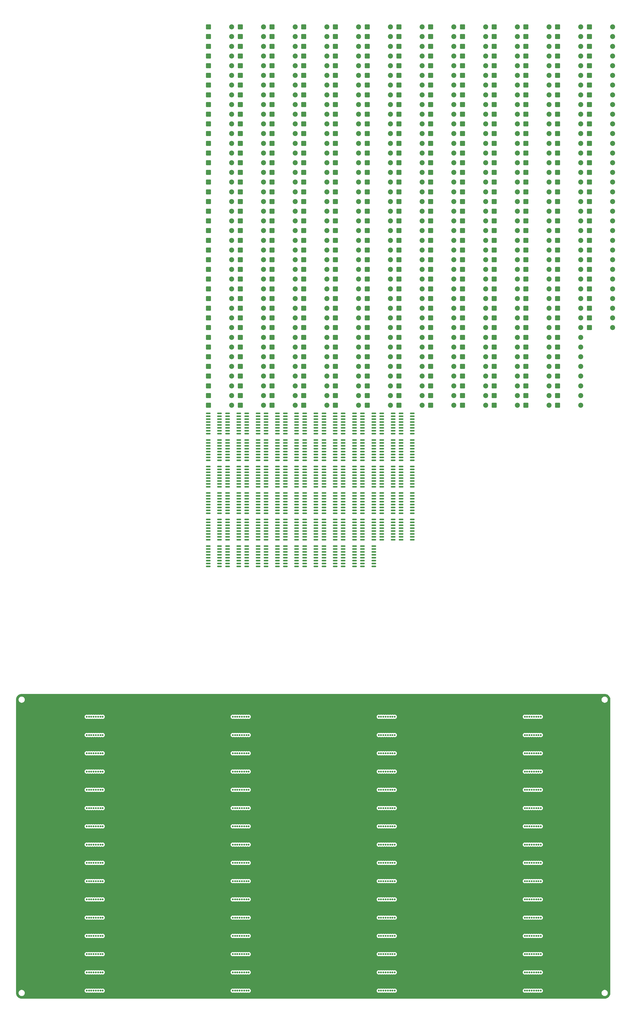
<source format=gbr>
%TF.GenerationSoftware,KiCad,Pcbnew,9.0.7*%
%TF.CreationDate,2026-02-03T13:11:01-05:00*%
%TF.ProjectId,INS-1 Matrix Display Motherboard,494e532d-3120-44d6-9174-726978204469,rev?*%
%TF.SameCoordinates,Original*%
%TF.FileFunction,Copper,L1,Top*%
%TF.FilePolarity,Positive*%
%FSLAX46Y46*%
G04 Gerber Fmt 4.6, Leading zero omitted, Abs format (unit mm)*
G04 Created by KiCad (PCBNEW 9.0.7) date 2026-02-03 13:11:01*
%MOMM*%
%LPD*%
G01*
G04 APERTURE LIST*
G04 Aperture macros list*
%AMRoundRect*
0 Rectangle with rounded corners*
0 $1 Rounding radius*
0 $2 $3 $4 $5 $6 $7 $8 $9 X,Y pos of 4 corners*
0 Add a 4 corners polygon primitive as box body*
4,1,4,$2,$3,$4,$5,$6,$7,$8,$9,$2,$3,0*
0 Add four circle primitives for the rounded corners*
1,1,$1+$1,$2,$3*
1,1,$1+$1,$4,$5*
1,1,$1+$1,$6,$7*
1,1,$1+$1,$8,$9*
0 Add four rect primitives between the rounded corners*
20,1,$1+$1,$2,$3,$4,$5,0*
20,1,$1+$1,$4,$5,$6,$7,0*
20,1,$1+$1,$6,$7,$8,$9,0*
20,1,$1+$1,$8,$9,$2,$3,0*%
G04 Aperture macros list end*
%TA.AperFunction,SMDPad,CuDef*%
%ADD10RoundRect,0.150000X-0.825000X-0.150000X0.825000X-0.150000X0.825000X0.150000X-0.825000X0.150000X0*%
%TD*%
%TA.AperFunction,ComponentPad*%
%ADD11RoundRect,0.249999X-0.850001X-0.850001X0.850001X-0.850001X0.850001X0.850001X-0.850001X0.850001X0*%
%TD*%
%TA.AperFunction,ComponentPad*%
%ADD12C,2.200000*%
%TD*%
%TA.AperFunction,ComponentPad*%
%ADD13C,0.850000*%
%TD*%
G04 APERTURE END LIST*
D10*
%TO.P,U64,1,QB*%
%TO.N,Net-(D506-A)*%
X168855000Y38795000D03*
%TO.P,U64,2,QC*%
%TO.N,Net-(D507-A)*%
X168855000Y37525000D03*
%TO.P,U64,3,QD*%
%TO.N,Net-(D508-A)*%
X168855000Y36255000D03*
%TO.P,U64,4,QE*%
%TO.N,Net-(D509-A)*%
X168855000Y34985000D03*
%TO.P,U64,5,QF*%
%TO.N,Net-(D510-A)*%
X168855000Y33715000D03*
%TO.P,U64,6,QG*%
%TO.N,Net-(D511-A)*%
X168855000Y32445000D03*
%TO.P,U64,7,QH*%
%TO.N,Net-(D512-A)*%
X168855000Y31175000D03*
%TO.P,U64,8,GND*%
%TO.N,unconnected-(U64-GND-Pad8)*%
X168855000Y29905000D03*
%TO.P,U64,9,QH'*%
%TO.N,unconnected-(U64-QH'-Pad9)*%
X173805000Y29905000D03*
%TO.P,U64,10,~{SRCLR}*%
%TO.N,unconnected-(U64-~{SRCLR}-Pad10)*%
X173805000Y31175000D03*
%TO.P,U64,11,SRCLK*%
%TO.N,unconnected-(U64-SRCLK-Pad11)*%
X173805000Y32445000D03*
%TO.P,U64,12,RCLK*%
%TO.N,unconnected-(U64-RCLK-Pad12)*%
X173805000Y33715000D03*
%TO.P,U64,13,~{OE}*%
%TO.N,unconnected-(U64-~{OE}-Pad13)*%
X173805000Y34985000D03*
%TO.P,U64,14,SER*%
%TO.N,Net-(U63-QH')*%
X173805000Y36255000D03*
%TO.P,U64,15,QA*%
%TO.N,Net-(D505-A)*%
X173805000Y37525000D03*
%TO.P,U64,16,VCC*%
%TO.N,unconnected-(U64-VCC-Pad16)*%
X173805000Y38795000D03*
%TD*%
%TO.P,U63,1,QB*%
%TO.N,Net-(D498-A)*%
X160405000Y38795000D03*
%TO.P,U63,2,QC*%
%TO.N,Net-(D499-A)*%
X160405000Y37525000D03*
%TO.P,U63,3,QD*%
%TO.N,Net-(D500-A)*%
X160405000Y36255000D03*
%TO.P,U63,4,QE*%
%TO.N,Net-(D501-A)*%
X160405000Y34985000D03*
%TO.P,U63,5,QF*%
%TO.N,Net-(D502-A)*%
X160405000Y33715000D03*
%TO.P,U63,6,QG*%
%TO.N,Net-(D503-A)*%
X160405000Y32445000D03*
%TO.P,U63,7,QH*%
%TO.N,Net-(D504-A)*%
X160405000Y31175000D03*
%TO.P,U63,8,GND*%
%TO.N,unconnected-(U63-GND-Pad8)*%
X160405000Y29905000D03*
%TO.P,U63,9,QH'*%
%TO.N,Net-(U63-QH')*%
X165355000Y29905000D03*
%TO.P,U63,10,~{SRCLR}*%
%TO.N,unconnected-(U63-~{SRCLR}-Pad10)*%
X165355000Y31175000D03*
%TO.P,U63,11,SRCLK*%
%TO.N,unconnected-(U63-SRCLK-Pad11)*%
X165355000Y32445000D03*
%TO.P,U63,12,RCLK*%
%TO.N,unconnected-(U63-RCLK-Pad12)*%
X165355000Y33715000D03*
%TO.P,U63,13,~{OE}*%
%TO.N,unconnected-(U63-~{OE}-Pad13)*%
X165355000Y34985000D03*
%TO.P,U63,14,SER*%
%TO.N,Net-(U62-QH')*%
X165355000Y36255000D03*
%TO.P,U63,15,QA*%
%TO.N,Net-(D497-A)*%
X165355000Y37525000D03*
%TO.P,U63,16,VCC*%
%TO.N,unconnected-(U63-VCC-Pad16)*%
X165355000Y38795000D03*
%TD*%
%TO.P,U62,1,QB*%
%TO.N,Net-(D490-A)*%
X151955000Y38795000D03*
%TO.P,U62,2,QC*%
%TO.N,Net-(D491-A)*%
X151955000Y37525000D03*
%TO.P,U62,3,QD*%
%TO.N,Net-(D492-A)*%
X151955000Y36255000D03*
%TO.P,U62,4,QE*%
%TO.N,Net-(D493-A)*%
X151955000Y34985000D03*
%TO.P,U62,5,QF*%
%TO.N,Net-(D494-A)*%
X151955000Y33715000D03*
%TO.P,U62,6,QG*%
%TO.N,Net-(D495-A)*%
X151955000Y32445000D03*
%TO.P,U62,7,QH*%
%TO.N,Net-(D496-A)*%
X151955000Y31175000D03*
%TO.P,U62,8,GND*%
%TO.N,unconnected-(U62-GND-Pad8)*%
X151955000Y29905000D03*
%TO.P,U62,9,QH'*%
%TO.N,Net-(U62-QH')*%
X156905000Y29905000D03*
%TO.P,U62,10,~{SRCLR}*%
%TO.N,unconnected-(U62-~{SRCLR}-Pad10)*%
X156905000Y31175000D03*
%TO.P,U62,11,SRCLK*%
%TO.N,unconnected-(U62-SRCLK-Pad11)*%
X156905000Y32445000D03*
%TO.P,U62,12,RCLK*%
%TO.N,unconnected-(U62-RCLK-Pad12)*%
X156905000Y33715000D03*
%TO.P,U62,13,~{OE}*%
%TO.N,unconnected-(U62-~{OE}-Pad13)*%
X156905000Y34985000D03*
%TO.P,U62,14,SER*%
%TO.N,Net-(U61-QH')*%
X156905000Y36255000D03*
%TO.P,U62,15,QA*%
%TO.N,Net-(D489-A)*%
X156905000Y37525000D03*
%TO.P,U62,16,VCC*%
%TO.N,unconnected-(U62-VCC-Pad16)*%
X156905000Y38795000D03*
%TD*%
%TO.P,U61,1,QB*%
%TO.N,Net-(D482-A)*%
X143505000Y38795000D03*
%TO.P,U61,2,QC*%
%TO.N,Net-(D483-A)*%
X143505000Y37525000D03*
%TO.P,U61,3,QD*%
%TO.N,Net-(D484-A)*%
X143505000Y36255000D03*
%TO.P,U61,4,QE*%
%TO.N,Net-(D485-A)*%
X143505000Y34985000D03*
%TO.P,U61,5,QF*%
%TO.N,Net-(D486-A)*%
X143505000Y33715000D03*
%TO.P,U61,6,QG*%
%TO.N,Net-(D487-A)*%
X143505000Y32445000D03*
%TO.P,U61,7,QH*%
%TO.N,Net-(D488-A)*%
X143505000Y31175000D03*
%TO.P,U61,8,GND*%
%TO.N,unconnected-(U61-GND-Pad8)*%
X143505000Y29905000D03*
%TO.P,U61,9,QH'*%
%TO.N,Net-(U61-QH')*%
X148455000Y29905000D03*
%TO.P,U61,10,~{SRCLR}*%
%TO.N,unconnected-(U61-~{SRCLR}-Pad10)*%
X148455000Y31175000D03*
%TO.P,U61,11,SRCLK*%
%TO.N,unconnected-(U61-SRCLK-Pad11)*%
X148455000Y32445000D03*
%TO.P,U61,12,RCLK*%
%TO.N,unconnected-(U61-RCLK-Pad12)*%
X148455000Y33715000D03*
%TO.P,U61,13,~{OE}*%
%TO.N,unconnected-(U61-~{OE}-Pad13)*%
X148455000Y34985000D03*
%TO.P,U61,14,SER*%
%TO.N,Net-(U60-QH')*%
X148455000Y36255000D03*
%TO.P,U61,15,QA*%
%TO.N,Net-(D481-A)*%
X148455000Y37525000D03*
%TO.P,U61,16,VCC*%
%TO.N,unconnected-(U61-VCC-Pad16)*%
X148455000Y38795000D03*
%TD*%
%TO.P,U60,1,QB*%
%TO.N,Net-(D474-A)*%
X135055000Y38795000D03*
%TO.P,U60,2,QC*%
%TO.N,Net-(D475-A)*%
X135055000Y37525000D03*
%TO.P,U60,3,QD*%
%TO.N,Net-(D476-A)*%
X135055000Y36255000D03*
%TO.P,U60,4,QE*%
%TO.N,Net-(D477-A)*%
X135055000Y34985000D03*
%TO.P,U60,5,QF*%
%TO.N,Net-(D478-A)*%
X135055000Y33715000D03*
%TO.P,U60,6,QG*%
%TO.N,Net-(D479-A)*%
X135055000Y32445000D03*
%TO.P,U60,7,QH*%
%TO.N,Net-(D480-A)*%
X135055000Y31175000D03*
%TO.P,U60,8,GND*%
%TO.N,unconnected-(U60-GND-Pad8)*%
X135055000Y29905000D03*
%TO.P,U60,9,QH'*%
%TO.N,Net-(U60-QH')*%
X140005000Y29905000D03*
%TO.P,U60,10,~{SRCLR}*%
%TO.N,unconnected-(U60-~{SRCLR}-Pad10)*%
X140005000Y31175000D03*
%TO.P,U60,11,SRCLK*%
%TO.N,unconnected-(U60-SRCLK-Pad11)*%
X140005000Y32445000D03*
%TO.P,U60,12,RCLK*%
%TO.N,unconnected-(U60-RCLK-Pad12)*%
X140005000Y33715000D03*
%TO.P,U60,13,~{OE}*%
%TO.N,unconnected-(U60-~{OE}-Pad13)*%
X140005000Y34985000D03*
%TO.P,U60,14,SER*%
%TO.N,Net-(U59-QH')*%
X140005000Y36255000D03*
%TO.P,U60,15,QA*%
%TO.N,Net-(D473-A)*%
X140005000Y37525000D03*
%TO.P,U60,16,VCC*%
%TO.N,unconnected-(U60-VCC-Pad16)*%
X140005000Y38795000D03*
%TD*%
%TO.P,U59,1,QB*%
%TO.N,Net-(D466-A)*%
X126605000Y38795000D03*
%TO.P,U59,2,QC*%
%TO.N,Net-(D467-A)*%
X126605000Y37525000D03*
%TO.P,U59,3,QD*%
%TO.N,Net-(D468-A)*%
X126605000Y36255000D03*
%TO.P,U59,4,QE*%
%TO.N,Net-(D469-A)*%
X126605000Y34985000D03*
%TO.P,U59,5,QF*%
%TO.N,Net-(D470-A)*%
X126605000Y33715000D03*
%TO.P,U59,6,QG*%
%TO.N,Net-(D471-A)*%
X126605000Y32445000D03*
%TO.P,U59,7,QH*%
%TO.N,Net-(D472-A)*%
X126605000Y31175000D03*
%TO.P,U59,8,GND*%
%TO.N,unconnected-(U59-GND-Pad8)*%
X126605000Y29905000D03*
%TO.P,U59,9,QH'*%
%TO.N,Net-(U59-QH')*%
X131555000Y29905000D03*
%TO.P,U59,10,~{SRCLR}*%
%TO.N,unconnected-(U59-~{SRCLR}-Pad10)*%
X131555000Y31175000D03*
%TO.P,U59,11,SRCLK*%
%TO.N,unconnected-(U59-SRCLK-Pad11)*%
X131555000Y32445000D03*
%TO.P,U59,12,RCLK*%
%TO.N,unconnected-(U59-RCLK-Pad12)*%
X131555000Y33715000D03*
%TO.P,U59,13,~{OE}*%
%TO.N,unconnected-(U59-~{OE}-Pad13)*%
X131555000Y34985000D03*
%TO.P,U59,14,SER*%
%TO.N,Net-(U58-QH')*%
X131555000Y36255000D03*
%TO.P,U59,15,QA*%
%TO.N,Net-(D465-A)*%
X131555000Y37525000D03*
%TO.P,U59,16,VCC*%
%TO.N,unconnected-(U59-VCC-Pad16)*%
X131555000Y38795000D03*
%TD*%
%TO.P,U58,1,QB*%
%TO.N,Net-(D458-A)*%
X118155000Y38795000D03*
%TO.P,U58,2,QC*%
%TO.N,Net-(D459-A)*%
X118155000Y37525000D03*
%TO.P,U58,3,QD*%
%TO.N,Net-(D460-A)*%
X118155000Y36255000D03*
%TO.P,U58,4,QE*%
%TO.N,Net-(D461-A)*%
X118155000Y34985000D03*
%TO.P,U58,5,QF*%
%TO.N,Net-(D462-A)*%
X118155000Y33715000D03*
%TO.P,U58,6,QG*%
%TO.N,Net-(D463-A)*%
X118155000Y32445000D03*
%TO.P,U58,7,QH*%
%TO.N,Net-(D464-A)*%
X118155000Y31175000D03*
%TO.P,U58,8,GND*%
%TO.N,unconnected-(U58-GND-Pad8)*%
X118155000Y29905000D03*
%TO.P,U58,9,QH'*%
%TO.N,Net-(U58-QH')*%
X123105000Y29905000D03*
%TO.P,U58,10,~{SRCLR}*%
%TO.N,unconnected-(U58-~{SRCLR}-Pad10)*%
X123105000Y31175000D03*
%TO.P,U58,11,SRCLK*%
%TO.N,unconnected-(U58-SRCLK-Pad11)*%
X123105000Y32445000D03*
%TO.P,U58,12,RCLK*%
%TO.N,unconnected-(U58-RCLK-Pad12)*%
X123105000Y33715000D03*
%TO.P,U58,13,~{OE}*%
%TO.N,unconnected-(U58-~{OE}-Pad13)*%
X123105000Y34985000D03*
%TO.P,U58,14,SER*%
%TO.N,Net-(U57-QH')*%
X123105000Y36255000D03*
%TO.P,U58,15,QA*%
%TO.N,Net-(D457-A)*%
X123105000Y37525000D03*
%TO.P,U58,16,VCC*%
%TO.N,unconnected-(U58-VCC-Pad16)*%
X123105000Y38795000D03*
%TD*%
%TO.P,U57,1,QB*%
%TO.N,Net-(D450-A)*%
X109705000Y38795000D03*
%TO.P,U57,2,QC*%
%TO.N,Net-(D451-A)*%
X109705000Y37525000D03*
%TO.P,U57,3,QD*%
%TO.N,Net-(D452-A)*%
X109705000Y36255000D03*
%TO.P,U57,4,QE*%
%TO.N,Net-(D453-A)*%
X109705000Y34985000D03*
%TO.P,U57,5,QF*%
%TO.N,Net-(D454-A)*%
X109705000Y33715000D03*
%TO.P,U57,6,QG*%
%TO.N,Net-(D455-A)*%
X109705000Y32445000D03*
%TO.P,U57,7,QH*%
%TO.N,Net-(D456-A)*%
X109705000Y31175000D03*
%TO.P,U57,8,GND*%
%TO.N,unconnected-(U57-GND-Pad8)*%
X109705000Y29905000D03*
%TO.P,U57,9,QH'*%
%TO.N,Net-(U57-QH')*%
X114655000Y29905000D03*
%TO.P,U57,10,~{SRCLR}*%
%TO.N,unconnected-(U57-~{SRCLR}-Pad10)*%
X114655000Y31175000D03*
%TO.P,U57,11,SRCLK*%
%TO.N,unconnected-(U57-SRCLK-Pad11)*%
X114655000Y32445000D03*
%TO.P,U57,12,RCLK*%
%TO.N,unconnected-(U57-RCLK-Pad12)*%
X114655000Y33715000D03*
%TO.P,U57,13,~{OE}*%
%TO.N,unconnected-(U57-~{OE}-Pad13)*%
X114655000Y34985000D03*
%TO.P,U57,14,SER*%
%TO.N,Net-(U56-QH')*%
X114655000Y36255000D03*
%TO.P,U57,15,QA*%
%TO.N,Net-(D449-A)*%
X114655000Y37525000D03*
%TO.P,U57,16,VCC*%
%TO.N,unconnected-(U57-VCC-Pad16)*%
X114655000Y38795000D03*
%TD*%
%TO.P,U56,1,QB*%
%TO.N,Net-(D442-A)*%
X101255000Y38795000D03*
%TO.P,U56,2,QC*%
%TO.N,Net-(D443-A)*%
X101255000Y37525000D03*
%TO.P,U56,3,QD*%
%TO.N,Net-(D444-A)*%
X101255000Y36255000D03*
%TO.P,U56,4,QE*%
%TO.N,Net-(D445-A)*%
X101255000Y34985000D03*
%TO.P,U56,5,QF*%
%TO.N,Net-(D446-A)*%
X101255000Y33715000D03*
%TO.P,U56,6,QG*%
%TO.N,Net-(D447-A)*%
X101255000Y32445000D03*
%TO.P,U56,7,QH*%
%TO.N,Net-(D448-A)*%
X101255000Y31175000D03*
%TO.P,U56,8,GND*%
%TO.N,unconnected-(U56-GND-Pad8)*%
X101255000Y29905000D03*
%TO.P,U56,9,QH'*%
%TO.N,Net-(U56-QH')*%
X106205000Y29905000D03*
%TO.P,U56,10,~{SRCLR}*%
%TO.N,unconnected-(U56-~{SRCLR}-Pad10)*%
X106205000Y31175000D03*
%TO.P,U56,11,SRCLK*%
%TO.N,unconnected-(U56-SRCLK-Pad11)*%
X106205000Y32445000D03*
%TO.P,U56,12,RCLK*%
%TO.N,unconnected-(U56-RCLK-Pad12)*%
X106205000Y33715000D03*
%TO.P,U56,13,~{OE}*%
%TO.N,unconnected-(U56-~{OE}-Pad13)*%
X106205000Y34985000D03*
%TO.P,U56,14,SER*%
%TO.N,Net-(U55-QH')*%
X106205000Y36255000D03*
%TO.P,U56,15,QA*%
%TO.N,Net-(D441-A)*%
X106205000Y37525000D03*
%TO.P,U56,16,VCC*%
%TO.N,unconnected-(U56-VCC-Pad16)*%
X106205000Y38795000D03*
%TD*%
%TO.P,U55,1,QB*%
%TO.N,Net-(D434-A)*%
X185755000Y50420000D03*
%TO.P,U55,2,QC*%
%TO.N,Net-(D435-A)*%
X185755000Y49150000D03*
%TO.P,U55,3,QD*%
%TO.N,Net-(D436-A)*%
X185755000Y47880000D03*
%TO.P,U55,4,QE*%
%TO.N,Net-(D437-A)*%
X185755000Y46610000D03*
%TO.P,U55,5,QF*%
%TO.N,Net-(D438-A)*%
X185755000Y45340000D03*
%TO.P,U55,6,QG*%
%TO.N,Net-(D439-A)*%
X185755000Y44070000D03*
%TO.P,U55,7,QH*%
%TO.N,Net-(D440-A)*%
X185755000Y42800000D03*
%TO.P,U55,8,GND*%
%TO.N,unconnected-(U55-GND-Pad8)*%
X185755000Y41530000D03*
%TO.P,U55,9,QH'*%
%TO.N,Net-(U55-QH')*%
X190705000Y41530000D03*
%TO.P,U55,10,~{SRCLR}*%
%TO.N,unconnected-(U55-~{SRCLR}-Pad10)*%
X190705000Y42800000D03*
%TO.P,U55,11,SRCLK*%
%TO.N,unconnected-(U55-SRCLK-Pad11)*%
X190705000Y44070000D03*
%TO.P,U55,12,RCLK*%
%TO.N,unconnected-(U55-RCLK-Pad12)*%
X190705000Y45340000D03*
%TO.P,U55,13,~{OE}*%
%TO.N,unconnected-(U55-~{OE}-Pad13)*%
X190705000Y46610000D03*
%TO.P,U55,14,SER*%
%TO.N,Net-(U54-QH')*%
X190705000Y47880000D03*
%TO.P,U55,15,QA*%
%TO.N,Net-(D433-A)*%
X190705000Y49150000D03*
%TO.P,U55,16,VCC*%
%TO.N,unconnected-(U55-VCC-Pad16)*%
X190705000Y50420000D03*
%TD*%
%TO.P,U54,1,QB*%
%TO.N,Net-(D426-A)*%
X177305000Y50420000D03*
%TO.P,U54,2,QC*%
%TO.N,Net-(D427-A)*%
X177305000Y49150000D03*
%TO.P,U54,3,QD*%
%TO.N,Net-(D428-A)*%
X177305000Y47880000D03*
%TO.P,U54,4,QE*%
%TO.N,Net-(D429-A)*%
X177305000Y46610000D03*
%TO.P,U54,5,QF*%
%TO.N,Net-(D430-A)*%
X177305000Y45340000D03*
%TO.P,U54,6,QG*%
%TO.N,Net-(D431-A)*%
X177305000Y44070000D03*
%TO.P,U54,7,QH*%
%TO.N,Net-(D432-A)*%
X177305000Y42800000D03*
%TO.P,U54,8,GND*%
%TO.N,unconnected-(U54-GND-Pad8)*%
X177305000Y41530000D03*
%TO.P,U54,9,QH'*%
%TO.N,Net-(U54-QH')*%
X182255000Y41530000D03*
%TO.P,U54,10,~{SRCLR}*%
%TO.N,unconnected-(U54-~{SRCLR}-Pad10)*%
X182255000Y42800000D03*
%TO.P,U54,11,SRCLK*%
%TO.N,unconnected-(U54-SRCLK-Pad11)*%
X182255000Y44070000D03*
%TO.P,U54,12,RCLK*%
%TO.N,unconnected-(U54-RCLK-Pad12)*%
X182255000Y45340000D03*
%TO.P,U54,13,~{OE}*%
%TO.N,unconnected-(U54-~{OE}-Pad13)*%
X182255000Y46610000D03*
%TO.P,U54,14,SER*%
%TO.N,Net-(U53-QH')*%
X182255000Y47880000D03*
%TO.P,U54,15,QA*%
%TO.N,Net-(D425-A)*%
X182255000Y49150000D03*
%TO.P,U54,16,VCC*%
%TO.N,unconnected-(U54-VCC-Pad16)*%
X182255000Y50420000D03*
%TD*%
%TO.P,U53,1,QB*%
%TO.N,Net-(D418-A)*%
X168855000Y50420000D03*
%TO.P,U53,2,QC*%
%TO.N,Net-(D419-A)*%
X168855000Y49150000D03*
%TO.P,U53,3,QD*%
%TO.N,Net-(D420-A)*%
X168855000Y47880000D03*
%TO.P,U53,4,QE*%
%TO.N,Net-(D421-A)*%
X168855000Y46610000D03*
%TO.P,U53,5,QF*%
%TO.N,Net-(D422-A)*%
X168855000Y45340000D03*
%TO.P,U53,6,QG*%
%TO.N,Net-(D423-A)*%
X168855000Y44070000D03*
%TO.P,U53,7,QH*%
%TO.N,Net-(D424-A)*%
X168855000Y42800000D03*
%TO.P,U53,8,GND*%
%TO.N,unconnected-(U53-GND-Pad8)*%
X168855000Y41530000D03*
%TO.P,U53,9,QH'*%
%TO.N,Net-(U53-QH')*%
X173805000Y41530000D03*
%TO.P,U53,10,~{SRCLR}*%
%TO.N,unconnected-(U53-~{SRCLR}-Pad10)*%
X173805000Y42800000D03*
%TO.P,U53,11,SRCLK*%
%TO.N,unconnected-(U53-SRCLK-Pad11)*%
X173805000Y44070000D03*
%TO.P,U53,12,RCLK*%
%TO.N,unconnected-(U53-RCLK-Pad12)*%
X173805000Y45340000D03*
%TO.P,U53,13,~{OE}*%
%TO.N,unconnected-(U53-~{OE}-Pad13)*%
X173805000Y46610000D03*
%TO.P,U53,14,SER*%
%TO.N,Net-(U52-QH')*%
X173805000Y47880000D03*
%TO.P,U53,15,QA*%
%TO.N,Net-(D417-A)*%
X173805000Y49150000D03*
%TO.P,U53,16,VCC*%
%TO.N,unconnected-(U53-VCC-Pad16)*%
X173805000Y50420000D03*
%TD*%
%TO.P,U52,1,QB*%
%TO.N,Net-(D410-A)*%
X160405000Y50420000D03*
%TO.P,U52,2,QC*%
%TO.N,Net-(D411-A)*%
X160405000Y49150000D03*
%TO.P,U52,3,QD*%
%TO.N,Net-(D412-A)*%
X160405000Y47880000D03*
%TO.P,U52,4,QE*%
%TO.N,Net-(D413-A)*%
X160405000Y46610000D03*
%TO.P,U52,5,QF*%
%TO.N,Net-(D414-A)*%
X160405000Y45340000D03*
%TO.P,U52,6,QG*%
%TO.N,Net-(D415-A)*%
X160405000Y44070000D03*
%TO.P,U52,7,QH*%
%TO.N,Net-(D416-A)*%
X160405000Y42800000D03*
%TO.P,U52,8,GND*%
%TO.N,unconnected-(U52-GND-Pad8)*%
X160405000Y41530000D03*
%TO.P,U52,9,QH'*%
%TO.N,Net-(U52-QH')*%
X165355000Y41530000D03*
%TO.P,U52,10,~{SRCLR}*%
%TO.N,unconnected-(U52-~{SRCLR}-Pad10)*%
X165355000Y42800000D03*
%TO.P,U52,11,SRCLK*%
%TO.N,unconnected-(U52-SRCLK-Pad11)*%
X165355000Y44070000D03*
%TO.P,U52,12,RCLK*%
%TO.N,unconnected-(U52-RCLK-Pad12)*%
X165355000Y45340000D03*
%TO.P,U52,13,~{OE}*%
%TO.N,unconnected-(U52-~{OE}-Pad13)*%
X165355000Y46610000D03*
%TO.P,U52,14,SER*%
%TO.N,Net-(U51-QH')*%
X165355000Y47880000D03*
%TO.P,U52,15,QA*%
%TO.N,Net-(D409-A)*%
X165355000Y49150000D03*
%TO.P,U52,16,VCC*%
%TO.N,unconnected-(U52-VCC-Pad16)*%
X165355000Y50420000D03*
%TD*%
%TO.P,U51,1,QB*%
%TO.N,Net-(D402-A)*%
X151955000Y50420000D03*
%TO.P,U51,2,QC*%
%TO.N,Net-(D403-A)*%
X151955000Y49150000D03*
%TO.P,U51,3,QD*%
%TO.N,Net-(D404-A)*%
X151955000Y47880000D03*
%TO.P,U51,4,QE*%
%TO.N,Net-(D405-A)*%
X151955000Y46610000D03*
%TO.P,U51,5,QF*%
%TO.N,Net-(D406-A)*%
X151955000Y45340000D03*
%TO.P,U51,6,QG*%
%TO.N,Net-(D407-A)*%
X151955000Y44070000D03*
%TO.P,U51,7,QH*%
%TO.N,Net-(D408-A)*%
X151955000Y42800000D03*
%TO.P,U51,8,GND*%
%TO.N,unconnected-(U51-GND-Pad8)*%
X151955000Y41530000D03*
%TO.P,U51,9,QH'*%
%TO.N,Net-(U51-QH')*%
X156905000Y41530000D03*
%TO.P,U51,10,~{SRCLR}*%
%TO.N,unconnected-(U51-~{SRCLR}-Pad10)*%
X156905000Y42800000D03*
%TO.P,U51,11,SRCLK*%
%TO.N,unconnected-(U51-SRCLK-Pad11)*%
X156905000Y44070000D03*
%TO.P,U51,12,RCLK*%
%TO.N,unconnected-(U51-RCLK-Pad12)*%
X156905000Y45340000D03*
%TO.P,U51,13,~{OE}*%
%TO.N,unconnected-(U51-~{OE}-Pad13)*%
X156905000Y46610000D03*
%TO.P,U51,14,SER*%
%TO.N,Net-(U50-QH')*%
X156905000Y47880000D03*
%TO.P,U51,15,QA*%
%TO.N,Net-(D401-A)*%
X156905000Y49150000D03*
%TO.P,U51,16,VCC*%
%TO.N,unconnected-(U51-VCC-Pad16)*%
X156905000Y50420000D03*
%TD*%
%TO.P,U50,1,QB*%
%TO.N,Net-(D394-A)*%
X143505000Y50420000D03*
%TO.P,U50,2,QC*%
%TO.N,Net-(D395-A)*%
X143505000Y49150000D03*
%TO.P,U50,3,QD*%
%TO.N,Net-(D396-A)*%
X143505000Y47880000D03*
%TO.P,U50,4,QE*%
%TO.N,Net-(D397-A)*%
X143505000Y46610000D03*
%TO.P,U50,5,QF*%
%TO.N,Net-(D398-A)*%
X143505000Y45340000D03*
%TO.P,U50,6,QG*%
%TO.N,Net-(D399-A)*%
X143505000Y44070000D03*
%TO.P,U50,7,QH*%
%TO.N,Net-(D400-A)*%
X143505000Y42800000D03*
%TO.P,U50,8,GND*%
%TO.N,unconnected-(U50-GND-Pad8)*%
X143505000Y41530000D03*
%TO.P,U50,9,QH'*%
%TO.N,Net-(U50-QH')*%
X148455000Y41530000D03*
%TO.P,U50,10,~{SRCLR}*%
%TO.N,unconnected-(U50-~{SRCLR}-Pad10)*%
X148455000Y42800000D03*
%TO.P,U50,11,SRCLK*%
%TO.N,unconnected-(U50-SRCLK-Pad11)*%
X148455000Y44070000D03*
%TO.P,U50,12,RCLK*%
%TO.N,unconnected-(U50-RCLK-Pad12)*%
X148455000Y45340000D03*
%TO.P,U50,13,~{OE}*%
%TO.N,unconnected-(U50-~{OE}-Pad13)*%
X148455000Y46610000D03*
%TO.P,U50,14,SER*%
%TO.N,Net-(U49-QH')*%
X148455000Y47880000D03*
%TO.P,U50,15,QA*%
%TO.N,Net-(D393-A)*%
X148455000Y49150000D03*
%TO.P,U50,16,VCC*%
%TO.N,unconnected-(U50-VCC-Pad16)*%
X148455000Y50420000D03*
%TD*%
%TO.P,U49,1,QB*%
%TO.N,Net-(D386-A)*%
X135055000Y50420000D03*
%TO.P,U49,2,QC*%
%TO.N,Net-(D387-A)*%
X135055000Y49150000D03*
%TO.P,U49,3,QD*%
%TO.N,Net-(D388-A)*%
X135055000Y47880000D03*
%TO.P,U49,4,QE*%
%TO.N,Net-(D389-A)*%
X135055000Y46610000D03*
%TO.P,U49,5,QF*%
%TO.N,Net-(D390-A)*%
X135055000Y45340000D03*
%TO.P,U49,6,QG*%
%TO.N,Net-(D391-A)*%
X135055000Y44070000D03*
%TO.P,U49,7,QH*%
%TO.N,Net-(D392-A)*%
X135055000Y42800000D03*
%TO.P,U49,8,GND*%
%TO.N,unconnected-(U49-GND-Pad8)*%
X135055000Y41530000D03*
%TO.P,U49,9,QH'*%
%TO.N,Net-(U49-QH')*%
X140005000Y41530000D03*
%TO.P,U49,10,~{SRCLR}*%
%TO.N,unconnected-(U49-~{SRCLR}-Pad10)*%
X140005000Y42800000D03*
%TO.P,U49,11,SRCLK*%
%TO.N,unconnected-(U49-SRCLK-Pad11)*%
X140005000Y44070000D03*
%TO.P,U49,12,RCLK*%
%TO.N,unconnected-(U49-RCLK-Pad12)*%
X140005000Y45340000D03*
%TO.P,U49,13,~{OE}*%
%TO.N,unconnected-(U49-~{OE}-Pad13)*%
X140005000Y46610000D03*
%TO.P,U49,14,SER*%
%TO.N,Net-(U48-QH')*%
X140005000Y47880000D03*
%TO.P,U49,15,QA*%
%TO.N,Net-(D385-A)*%
X140005000Y49150000D03*
%TO.P,U49,16,VCC*%
%TO.N,unconnected-(U49-VCC-Pad16)*%
X140005000Y50420000D03*
%TD*%
%TO.P,U48,1,QB*%
%TO.N,Net-(D378-A)*%
X126605000Y50420000D03*
%TO.P,U48,2,QC*%
%TO.N,Net-(D379-A)*%
X126605000Y49150000D03*
%TO.P,U48,3,QD*%
%TO.N,Net-(D380-A)*%
X126605000Y47880000D03*
%TO.P,U48,4,QE*%
%TO.N,Net-(D381-A)*%
X126605000Y46610000D03*
%TO.P,U48,5,QF*%
%TO.N,Net-(D382-A)*%
X126605000Y45340000D03*
%TO.P,U48,6,QG*%
%TO.N,Net-(D383-A)*%
X126605000Y44070000D03*
%TO.P,U48,7,QH*%
%TO.N,Net-(D384-A)*%
X126605000Y42800000D03*
%TO.P,U48,8,GND*%
%TO.N,unconnected-(U48-GND-Pad8)*%
X126605000Y41530000D03*
%TO.P,U48,9,QH'*%
%TO.N,Net-(U48-QH')*%
X131555000Y41530000D03*
%TO.P,U48,10,~{SRCLR}*%
%TO.N,unconnected-(U48-~{SRCLR}-Pad10)*%
X131555000Y42800000D03*
%TO.P,U48,11,SRCLK*%
%TO.N,unconnected-(U48-SRCLK-Pad11)*%
X131555000Y44070000D03*
%TO.P,U48,12,RCLK*%
%TO.N,unconnected-(U48-RCLK-Pad12)*%
X131555000Y45340000D03*
%TO.P,U48,13,~{OE}*%
%TO.N,unconnected-(U48-~{OE}-Pad13)*%
X131555000Y46610000D03*
%TO.P,U48,14,SER*%
%TO.N,Net-(U47-QH')*%
X131555000Y47880000D03*
%TO.P,U48,15,QA*%
%TO.N,Net-(D377-A)*%
X131555000Y49150000D03*
%TO.P,U48,16,VCC*%
%TO.N,unconnected-(U48-VCC-Pad16)*%
X131555000Y50420000D03*
%TD*%
%TO.P,U47,1,QB*%
%TO.N,Net-(D370-A)*%
X118155000Y50420000D03*
%TO.P,U47,2,QC*%
%TO.N,Net-(D371-A)*%
X118155000Y49150000D03*
%TO.P,U47,3,QD*%
%TO.N,Net-(D372-A)*%
X118155000Y47880000D03*
%TO.P,U47,4,QE*%
%TO.N,Net-(D373-A)*%
X118155000Y46610000D03*
%TO.P,U47,5,QF*%
%TO.N,Net-(D374-A)*%
X118155000Y45340000D03*
%TO.P,U47,6,QG*%
%TO.N,Net-(D375-A)*%
X118155000Y44070000D03*
%TO.P,U47,7,QH*%
%TO.N,Net-(D376-A)*%
X118155000Y42800000D03*
%TO.P,U47,8,GND*%
%TO.N,unconnected-(U47-GND-Pad8)*%
X118155000Y41530000D03*
%TO.P,U47,9,QH'*%
%TO.N,Net-(U47-QH')*%
X123105000Y41530000D03*
%TO.P,U47,10,~{SRCLR}*%
%TO.N,unconnected-(U47-~{SRCLR}-Pad10)*%
X123105000Y42800000D03*
%TO.P,U47,11,SRCLK*%
%TO.N,unconnected-(U47-SRCLK-Pad11)*%
X123105000Y44070000D03*
%TO.P,U47,12,RCLK*%
%TO.N,unconnected-(U47-RCLK-Pad12)*%
X123105000Y45340000D03*
%TO.P,U47,13,~{OE}*%
%TO.N,unconnected-(U47-~{OE}-Pad13)*%
X123105000Y46610000D03*
%TO.P,U47,14,SER*%
%TO.N,Net-(U46-QH')*%
X123105000Y47880000D03*
%TO.P,U47,15,QA*%
%TO.N,Net-(D369-A)*%
X123105000Y49150000D03*
%TO.P,U47,16,VCC*%
%TO.N,unconnected-(U47-VCC-Pad16)*%
X123105000Y50420000D03*
%TD*%
%TO.P,U46,1,QB*%
%TO.N,Net-(D362-A)*%
X109705000Y50420000D03*
%TO.P,U46,2,QC*%
%TO.N,Net-(D363-A)*%
X109705000Y49150000D03*
%TO.P,U46,3,QD*%
%TO.N,Net-(D364-A)*%
X109705000Y47880000D03*
%TO.P,U46,4,QE*%
%TO.N,Net-(D365-A)*%
X109705000Y46610000D03*
%TO.P,U46,5,QF*%
%TO.N,Net-(D366-A)*%
X109705000Y45340000D03*
%TO.P,U46,6,QG*%
%TO.N,Net-(D367-A)*%
X109705000Y44070000D03*
%TO.P,U46,7,QH*%
%TO.N,Net-(D368-A)*%
X109705000Y42800000D03*
%TO.P,U46,8,GND*%
%TO.N,unconnected-(U46-GND-Pad8)*%
X109705000Y41530000D03*
%TO.P,U46,9,QH'*%
%TO.N,Net-(U46-QH')*%
X114655000Y41530000D03*
%TO.P,U46,10,~{SRCLR}*%
%TO.N,unconnected-(U46-~{SRCLR}-Pad10)*%
X114655000Y42800000D03*
%TO.P,U46,11,SRCLK*%
%TO.N,unconnected-(U46-SRCLK-Pad11)*%
X114655000Y44070000D03*
%TO.P,U46,12,RCLK*%
%TO.N,unconnected-(U46-RCLK-Pad12)*%
X114655000Y45340000D03*
%TO.P,U46,13,~{OE}*%
%TO.N,unconnected-(U46-~{OE}-Pad13)*%
X114655000Y46610000D03*
%TO.P,U46,14,SER*%
%TO.N,Net-(U45-QH')*%
X114655000Y47880000D03*
%TO.P,U46,15,QA*%
%TO.N,Net-(D361-A)*%
X114655000Y49150000D03*
%TO.P,U46,16,VCC*%
%TO.N,unconnected-(U46-VCC-Pad16)*%
X114655000Y50420000D03*
%TD*%
%TO.P,U45,1,QB*%
%TO.N,Net-(D354-A)*%
X101255000Y50420000D03*
%TO.P,U45,2,QC*%
%TO.N,Net-(D355-A)*%
X101255000Y49150000D03*
%TO.P,U45,3,QD*%
%TO.N,Net-(D356-A)*%
X101255000Y47880000D03*
%TO.P,U45,4,QE*%
%TO.N,Net-(D357-A)*%
X101255000Y46610000D03*
%TO.P,U45,5,QF*%
%TO.N,Net-(D358-A)*%
X101255000Y45340000D03*
%TO.P,U45,6,QG*%
%TO.N,Net-(D359-A)*%
X101255000Y44070000D03*
%TO.P,U45,7,QH*%
%TO.N,Net-(D360-A)*%
X101255000Y42800000D03*
%TO.P,U45,8,GND*%
%TO.N,unconnected-(U45-GND-Pad8)*%
X101255000Y41530000D03*
%TO.P,U45,9,QH'*%
%TO.N,Net-(U45-QH')*%
X106205000Y41530000D03*
%TO.P,U45,10,~{SRCLR}*%
%TO.N,unconnected-(U45-~{SRCLR}-Pad10)*%
X106205000Y42800000D03*
%TO.P,U45,11,SRCLK*%
%TO.N,unconnected-(U45-SRCLK-Pad11)*%
X106205000Y44070000D03*
%TO.P,U45,12,RCLK*%
%TO.N,unconnected-(U45-RCLK-Pad12)*%
X106205000Y45340000D03*
%TO.P,U45,13,~{OE}*%
%TO.N,unconnected-(U45-~{OE}-Pad13)*%
X106205000Y46610000D03*
%TO.P,U45,14,SER*%
%TO.N,Net-(U44-QH')*%
X106205000Y47880000D03*
%TO.P,U45,15,QA*%
%TO.N,Net-(D353-A)*%
X106205000Y49150000D03*
%TO.P,U45,16,VCC*%
%TO.N,unconnected-(U45-VCC-Pad16)*%
X106205000Y50420000D03*
%TD*%
%TO.P,U44,1,QB*%
%TO.N,Net-(D346-A)*%
X185755000Y62045000D03*
%TO.P,U44,2,QC*%
%TO.N,Net-(D347-A)*%
X185755000Y60775000D03*
%TO.P,U44,3,QD*%
%TO.N,Net-(D348-A)*%
X185755000Y59505000D03*
%TO.P,U44,4,QE*%
%TO.N,Net-(D349-A)*%
X185755000Y58235000D03*
%TO.P,U44,5,QF*%
%TO.N,Net-(D350-A)*%
X185755000Y56965000D03*
%TO.P,U44,6,QG*%
%TO.N,Net-(D351-A)*%
X185755000Y55695000D03*
%TO.P,U44,7,QH*%
%TO.N,Net-(D352-A)*%
X185755000Y54425000D03*
%TO.P,U44,8,GND*%
%TO.N,unconnected-(U44-GND-Pad8)*%
X185755000Y53155000D03*
%TO.P,U44,9,QH'*%
%TO.N,Net-(U44-QH')*%
X190705000Y53155000D03*
%TO.P,U44,10,~{SRCLR}*%
%TO.N,unconnected-(U44-~{SRCLR}-Pad10)*%
X190705000Y54425000D03*
%TO.P,U44,11,SRCLK*%
%TO.N,unconnected-(U44-SRCLK-Pad11)*%
X190705000Y55695000D03*
%TO.P,U44,12,RCLK*%
%TO.N,unconnected-(U44-RCLK-Pad12)*%
X190705000Y56965000D03*
%TO.P,U44,13,~{OE}*%
%TO.N,unconnected-(U44-~{OE}-Pad13)*%
X190705000Y58235000D03*
%TO.P,U44,14,SER*%
%TO.N,Net-(U43-QH')*%
X190705000Y59505000D03*
%TO.P,U44,15,QA*%
%TO.N,Net-(D345-A)*%
X190705000Y60775000D03*
%TO.P,U44,16,VCC*%
%TO.N,unconnected-(U44-VCC-Pad16)*%
X190705000Y62045000D03*
%TD*%
%TO.P,U43,1,QB*%
%TO.N,Net-(D338-A)*%
X177305000Y62045000D03*
%TO.P,U43,2,QC*%
%TO.N,Net-(D339-A)*%
X177305000Y60775000D03*
%TO.P,U43,3,QD*%
%TO.N,Net-(D340-A)*%
X177305000Y59505000D03*
%TO.P,U43,4,QE*%
%TO.N,Net-(D341-A)*%
X177305000Y58235000D03*
%TO.P,U43,5,QF*%
%TO.N,Net-(D342-A)*%
X177305000Y56965000D03*
%TO.P,U43,6,QG*%
%TO.N,Net-(D343-A)*%
X177305000Y55695000D03*
%TO.P,U43,7,QH*%
%TO.N,Net-(D344-A)*%
X177305000Y54425000D03*
%TO.P,U43,8,GND*%
%TO.N,unconnected-(U43-GND-Pad8)*%
X177305000Y53155000D03*
%TO.P,U43,9,QH'*%
%TO.N,Net-(U43-QH')*%
X182255000Y53155000D03*
%TO.P,U43,10,~{SRCLR}*%
%TO.N,unconnected-(U43-~{SRCLR}-Pad10)*%
X182255000Y54425000D03*
%TO.P,U43,11,SRCLK*%
%TO.N,unconnected-(U43-SRCLK-Pad11)*%
X182255000Y55695000D03*
%TO.P,U43,12,RCLK*%
%TO.N,unconnected-(U43-RCLK-Pad12)*%
X182255000Y56965000D03*
%TO.P,U43,13,~{OE}*%
%TO.N,unconnected-(U43-~{OE}-Pad13)*%
X182255000Y58235000D03*
%TO.P,U43,14,SER*%
%TO.N,Net-(U42-QH')*%
X182255000Y59505000D03*
%TO.P,U43,15,QA*%
%TO.N,Net-(D337-A)*%
X182255000Y60775000D03*
%TO.P,U43,16,VCC*%
%TO.N,unconnected-(U43-VCC-Pad16)*%
X182255000Y62045000D03*
%TD*%
%TO.P,U42,1,QB*%
%TO.N,Net-(D330-A)*%
X168855000Y62045000D03*
%TO.P,U42,2,QC*%
%TO.N,Net-(D331-A)*%
X168855000Y60775000D03*
%TO.P,U42,3,QD*%
%TO.N,Net-(D332-A)*%
X168855000Y59505000D03*
%TO.P,U42,4,QE*%
%TO.N,Net-(D333-A)*%
X168855000Y58235000D03*
%TO.P,U42,5,QF*%
%TO.N,Net-(D334-A)*%
X168855000Y56965000D03*
%TO.P,U42,6,QG*%
%TO.N,Net-(D335-A)*%
X168855000Y55695000D03*
%TO.P,U42,7,QH*%
%TO.N,Net-(D336-A)*%
X168855000Y54425000D03*
%TO.P,U42,8,GND*%
%TO.N,unconnected-(U42-GND-Pad8)*%
X168855000Y53155000D03*
%TO.P,U42,9,QH'*%
%TO.N,Net-(U42-QH')*%
X173805000Y53155000D03*
%TO.P,U42,10,~{SRCLR}*%
%TO.N,unconnected-(U42-~{SRCLR}-Pad10)*%
X173805000Y54425000D03*
%TO.P,U42,11,SRCLK*%
%TO.N,unconnected-(U42-SRCLK-Pad11)*%
X173805000Y55695000D03*
%TO.P,U42,12,RCLK*%
%TO.N,unconnected-(U42-RCLK-Pad12)*%
X173805000Y56965000D03*
%TO.P,U42,13,~{OE}*%
%TO.N,unconnected-(U42-~{OE}-Pad13)*%
X173805000Y58235000D03*
%TO.P,U42,14,SER*%
%TO.N,Net-(U41-QH')*%
X173805000Y59505000D03*
%TO.P,U42,15,QA*%
%TO.N,Net-(D329-A)*%
X173805000Y60775000D03*
%TO.P,U42,16,VCC*%
%TO.N,unconnected-(U42-VCC-Pad16)*%
X173805000Y62045000D03*
%TD*%
%TO.P,U41,1,QB*%
%TO.N,Net-(D322-A)*%
X160405000Y62045000D03*
%TO.P,U41,2,QC*%
%TO.N,Net-(D323-A)*%
X160405000Y60775000D03*
%TO.P,U41,3,QD*%
%TO.N,Net-(D324-A)*%
X160405000Y59505000D03*
%TO.P,U41,4,QE*%
%TO.N,Net-(D325-A)*%
X160405000Y58235000D03*
%TO.P,U41,5,QF*%
%TO.N,Net-(D326-A)*%
X160405000Y56965000D03*
%TO.P,U41,6,QG*%
%TO.N,Net-(D327-A)*%
X160405000Y55695000D03*
%TO.P,U41,7,QH*%
%TO.N,Net-(D328-A)*%
X160405000Y54425000D03*
%TO.P,U41,8,GND*%
%TO.N,unconnected-(U41-GND-Pad8)*%
X160405000Y53155000D03*
%TO.P,U41,9,QH'*%
%TO.N,Net-(U41-QH')*%
X165355000Y53155000D03*
%TO.P,U41,10,~{SRCLR}*%
%TO.N,unconnected-(U41-~{SRCLR}-Pad10)*%
X165355000Y54425000D03*
%TO.P,U41,11,SRCLK*%
%TO.N,unconnected-(U41-SRCLK-Pad11)*%
X165355000Y55695000D03*
%TO.P,U41,12,RCLK*%
%TO.N,unconnected-(U41-RCLK-Pad12)*%
X165355000Y56965000D03*
%TO.P,U41,13,~{OE}*%
%TO.N,unconnected-(U41-~{OE}-Pad13)*%
X165355000Y58235000D03*
%TO.P,U41,14,SER*%
%TO.N,Net-(U40-QH')*%
X165355000Y59505000D03*
%TO.P,U41,15,QA*%
%TO.N,Net-(D321-A)*%
X165355000Y60775000D03*
%TO.P,U41,16,VCC*%
%TO.N,unconnected-(U41-VCC-Pad16)*%
X165355000Y62045000D03*
%TD*%
%TO.P,U40,1,QB*%
%TO.N,Net-(D314-A)*%
X151955000Y62045000D03*
%TO.P,U40,2,QC*%
%TO.N,Net-(D315-A)*%
X151955000Y60775000D03*
%TO.P,U40,3,QD*%
%TO.N,Net-(D316-A)*%
X151955000Y59505000D03*
%TO.P,U40,4,QE*%
%TO.N,Net-(D317-A)*%
X151955000Y58235000D03*
%TO.P,U40,5,QF*%
%TO.N,Net-(D318-A)*%
X151955000Y56965000D03*
%TO.P,U40,6,QG*%
%TO.N,Net-(D319-A)*%
X151955000Y55695000D03*
%TO.P,U40,7,QH*%
%TO.N,Net-(D320-A)*%
X151955000Y54425000D03*
%TO.P,U40,8,GND*%
%TO.N,unconnected-(U40-GND-Pad8)*%
X151955000Y53155000D03*
%TO.P,U40,9,QH'*%
%TO.N,Net-(U40-QH')*%
X156905000Y53155000D03*
%TO.P,U40,10,~{SRCLR}*%
%TO.N,unconnected-(U40-~{SRCLR}-Pad10)*%
X156905000Y54425000D03*
%TO.P,U40,11,SRCLK*%
%TO.N,unconnected-(U40-SRCLK-Pad11)*%
X156905000Y55695000D03*
%TO.P,U40,12,RCLK*%
%TO.N,unconnected-(U40-RCLK-Pad12)*%
X156905000Y56965000D03*
%TO.P,U40,13,~{OE}*%
%TO.N,unconnected-(U40-~{OE}-Pad13)*%
X156905000Y58235000D03*
%TO.P,U40,14,SER*%
%TO.N,Net-(U39-QH')*%
X156905000Y59505000D03*
%TO.P,U40,15,QA*%
%TO.N,Net-(D313-A)*%
X156905000Y60775000D03*
%TO.P,U40,16,VCC*%
%TO.N,unconnected-(U40-VCC-Pad16)*%
X156905000Y62045000D03*
%TD*%
%TO.P,U39,1,QB*%
%TO.N,Net-(D306-A)*%
X143505000Y62045000D03*
%TO.P,U39,2,QC*%
%TO.N,Net-(D307-A)*%
X143505000Y60775000D03*
%TO.P,U39,3,QD*%
%TO.N,Net-(D308-A)*%
X143505000Y59505000D03*
%TO.P,U39,4,QE*%
%TO.N,Net-(D309-A)*%
X143505000Y58235000D03*
%TO.P,U39,5,QF*%
%TO.N,Net-(D310-A)*%
X143505000Y56965000D03*
%TO.P,U39,6,QG*%
%TO.N,Net-(D311-A)*%
X143505000Y55695000D03*
%TO.P,U39,7,QH*%
%TO.N,Net-(D312-A)*%
X143505000Y54425000D03*
%TO.P,U39,8,GND*%
%TO.N,unconnected-(U39-GND-Pad8)*%
X143505000Y53155000D03*
%TO.P,U39,9,QH'*%
%TO.N,Net-(U39-QH')*%
X148455000Y53155000D03*
%TO.P,U39,10,~{SRCLR}*%
%TO.N,unconnected-(U39-~{SRCLR}-Pad10)*%
X148455000Y54425000D03*
%TO.P,U39,11,SRCLK*%
%TO.N,unconnected-(U39-SRCLK-Pad11)*%
X148455000Y55695000D03*
%TO.P,U39,12,RCLK*%
%TO.N,unconnected-(U39-RCLK-Pad12)*%
X148455000Y56965000D03*
%TO.P,U39,13,~{OE}*%
%TO.N,unconnected-(U39-~{OE}-Pad13)*%
X148455000Y58235000D03*
%TO.P,U39,14,SER*%
%TO.N,Net-(U38-QH')*%
X148455000Y59505000D03*
%TO.P,U39,15,QA*%
%TO.N,Net-(D305-A)*%
X148455000Y60775000D03*
%TO.P,U39,16,VCC*%
%TO.N,unconnected-(U39-VCC-Pad16)*%
X148455000Y62045000D03*
%TD*%
%TO.P,U38,1,QB*%
%TO.N,Net-(D298-A)*%
X135055000Y62045000D03*
%TO.P,U38,2,QC*%
%TO.N,Net-(D299-A)*%
X135055000Y60775000D03*
%TO.P,U38,3,QD*%
%TO.N,Net-(D300-A)*%
X135055000Y59505000D03*
%TO.P,U38,4,QE*%
%TO.N,Net-(D301-A)*%
X135055000Y58235000D03*
%TO.P,U38,5,QF*%
%TO.N,Net-(D302-A)*%
X135055000Y56965000D03*
%TO.P,U38,6,QG*%
%TO.N,Net-(D303-A)*%
X135055000Y55695000D03*
%TO.P,U38,7,QH*%
%TO.N,Net-(D304-A)*%
X135055000Y54425000D03*
%TO.P,U38,8,GND*%
%TO.N,unconnected-(U38-GND-Pad8)*%
X135055000Y53155000D03*
%TO.P,U38,9,QH'*%
%TO.N,Net-(U38-QH')*%
X140005000Y53155000D03*
%TO.P,U38,10,~{SRCLR}*%
%TO.N,unconnected-(U38-~{SRCLR}-Pad10)*%
X140005000Y54425000D03*
%TO.P,U38,11,SRCLK*%
%TO.N,unconnected-(U38-SRCLK-Pad11)*%
X140005000Y55695000D03*
%TO.P,U38,12,RCLK*%
%TO.N,unconnected-(U38-RCLK-Pad12)*%
X140005000Y56965000D03*
%TO.P,U38,13,~{OE}*%
%TO.N,unconnected-(U38-~{OE}-Pad13)*%
X140005000Y58235000D03*
%TO.P,U38,14,SER*%
%TO.N,Net-(U37-QH')*%
X140005000Y59505000D03*
%TO.P,U38,15,QA*%
%TO.N,Net-(D297-A)*%
X140005000Y60775000D03*
%TO.P,U38,16,VCC*%
%TO.N,unconnected-(U38-VCC-Pad16)*%
X140005000Y62045000D03*
%TD*%
%TO.P,U37,1,QB*%
%TO.N,Net-(D290-A)*%
X126605000Y62045000D03*
%TO.P,U37,2,QC*%
%TO.N,Net-(D291-A)*%
X126605000Y60775000D03*
%TO.P,U37,3,QD*%
%TO.N,Net-(D292-A)*%
X126605000Y59505000D03*
%TO.P,U37,4,QE*%
%TO.N,Net-(D293-A)*%
X126605000Y58235000D03*
%TO.P,U37,5,QF*%
%TO.N,Net-(D294-A)*%
X126605000Y56965000D03*
%TO.P,U37,6,QG*%
%TO.N,Net-(D295-A)*%
X126605000Y55695000D03*
%TO.P,U37,7,QH*%
%TO.N,Net-(D296-A)*%
X126605000Y54425000D03*
%TO.P,U37,8,GND*%
%TO.N,unconnected-(U37-GND-Pad8)*%
X126605000Y53155000D03*
%TO.P,U37,9,QH'*%
%TO.N,Net-(U37-QH')*%
X131555000Y53155000D03*
%TO.P,U37,10,~{SRCLR}*%
%TO.N,unconnected-(U37-~{SRCLR}-Pad10)*%
X131555000Y54425000D03*
%TO.P,U37,11,SRCLK*%
%TO.N,unconnected-(U37-SRCLK-Pad11)*%
X131555000Y55695000D03*
%TO.P,U37,12,RCLK*%
%TO.N,unconnected-(U37-RCLK-Pad12)*%
X131555000Y56965000D03*
%TO.P,U37,13,~{OE}*%
%TO.N,unconnected-(U37-~{OE}-Pad13)*%
X131555000Y58235000D03*
%TO.P,U37,14,SER*%
%TO.N,Net-(U36-QH')*%
X131555000Y59505000D03*
%TO.P,U37,15,QA*%
%TO.N,Net-(D289-A)*%
X131555000Y60775000D03*
%TO.P,U37,16,VCC*%
%TO.N,unconnected-(U37-VCC-Pad16)*%
X131555000Y62045000D03*
%TD*%
%TO.P,U36,1,QB*%
%TO.N,Net-(D282-A)*%
X118155000Y62045000D03*
%TO.P,U36,2,QC*%
%TO.N,Net-(D283-A)*%
X118155000Y60775000D03*
%TO.P,U36,3,QD*%
%TO.N,Net-(D284-A)*%
X118155000Y59505000D03*
%TO.P,U36,4,QE*%
%TO.N,Net-(D285-A)*%
X118155000Y58235000D03*
%TO.P,U36,5,QF*%
%TO.N,Net-(D286-A)*%
X118155000Y56965000D03*
%TO.P,U36,6,QG*%
%TO.N,Net-(D287-A)*%
X118155000Y55695000D03*
%TO.P,U36,7,QH*%
%TO.N,Net-(D288-A)*%
X118155000Y54425000D03*
%TO.P,U36,8,GND*%
%TO.N,unconnected-(U36-GND-Pad8)*%
X118155000Y53155000D03*
%TO.P,U36,9,QH'*%
%TO.N,Net-(U36-QH')*%
X123105000Y53155000D03*
%TO.P,U36,10,~{SRCLR}*%
%TO.N,unconnected-(U36-~{SRCLR}-Pad10)*%
X123105000Y54425000D03*
%TO.P,U36,11,SRCLK*%
%TO.N,unconnected-(U36-SRCLK-Pad11)*%
X123105000Y55695000D03*
%TO.P,U36,12,RCLK*%
%TO.N,unconnected-(U36-RCLK-Pad12)*%
X123105000Y56965000D03*
%TO.P,U36,13,~{OE}*%
%TO.N,unconnected-(U36-~{OE}-Pad13)*%
X123105000Y58235000D03*
%TO.P,U36,14,SER*%
%TO.N,Net-(U35-QH')*%
X123105000Y59505000D03*
%TO.P,U36,15,QA*%
%TO.N,Net-(D281-A)*%
X123105000Y60775000D03*
%TO.P,U36,16,VCC*%
%TO.N,unconnected-(U36-VCC-Pad16)*%
X123105000Y62045000D03*
%TD*%
%TO.P,U35,1,QB*%
%TO.N,Net-(D274-A)*%
X109705000Y62045000D03*
%TO.P,U35,2,QC*%
%TO.N,Net-(D275-A)*%
X109705000Y60775000D03*
%TO.P,U35,3,QD*%
%TO.N,Net-(D276-A)*%
X109705000Y59505000D03*
%TO.P,U35,4,QE*%
%TO.N,Net-(D277-A)*%
X109705000Y58235000D03*
%TO.P,U35,5,QF*%
%TO.N,Net-(D278-A)*%
X109705000Y56965000D03*
%TO.P,U35,6,QG*%
%TO.N,Net-(D279-A)*%
X109705000Y55695000D03*
%TO.P,U35,7,QH*%
%TO.N,Net-(D280-A)*%
X109705000Y54425000D03*
%TO.P,U35,8,GND*%
%TO.N,unconnected-(U35-GND-Pad8)*%
X109705000Y53155000D03*
%TO.P,U35,9,QH'*%
%TO.N,Net-(U35-QH')*%
X114655000Y53155000D03*
%TO.P,U35,10,~{SRCLR}*%
%TO.N,unconnected-(U35-~{SRCLR}-Pad10)*%
X114655000Y54425000D03*
%TO.P,U35,11,SRCLK*%
%TO.N,unconnected-(U35-SRCLK-Pad11)*%
X114655000Y55695000D03*
%TO.P,U35,12,RCLK*%
%TO.N,unconnected-(U35-RCLK-Pad12)*%
X114655000Y56965000D03*
%TO.P,U35,13,~{OE}*%
%TO.N,unconnected-(U35-~{OE}-Pad13)*%
X114655000Y58235000D03*
%TO.P,U35,14,SER*%
%TO.N,Net-(U34-QH')*%
X114655000Y59505000D03*
%TO.P,U35,15,QA*%
%TO.N,Net-(D273-A)*%
X114655000Y60775000D03*
%TO.P,U35,16,VCC*%
%TO.N,unconnected-(U35-VCC-Pad16)*%
X114655000Y62045000D03*
%TD*%
%TO.P,U34,1,QB*%
%TO.N,Net-(D266-A)*%
X101255000Y62045000D03*
%TO.P,U34,2,QC*%
%TO.N,Net-(D267-A)*%
X101255000Y60775000D03*
%TO.P,U34,3,QD*%
%TO.N,Net-(D268-A)*%
X101255000Y59505000D03*
%TO.P,U34,4,QE*%
%TO.N,Net-(D269-A)*%
X101255000Y58235000D03*
%TO.P,U34,5,QF*%
%TO.N,Net-(D270-A)*%
X101255000Y56965000D03*
%TO.P,U34,6,QG*%
%TO.N,Net-(D271-A)*%
X101255000Y55695000D03*
%TO.P,U34,7,QH*%
%TO.N,Net-(D272-A)*%
X101255000Y54425000D03*
%TO.P,U34,8,GND*%
%TO.N,unconnected-(U34-GND-Pad8)*%
X101255000Y53155000D03*
%TO.P,U34,9,QH'*%
%TO.N,Net-(U34-QH')*%
X106205000Y53155000D03*
%TO.P,U34,10,~{SRCLR}*%
%TO.N,unconnected-(U34-~{SRCLR}-Pad10)*%
X106205000Y54425000D03*
%TO.P,U34,11,SRCLK*%
%TO.N,unconnected-(U34-SRCLK-Pad11)*%
X106205000Y55695000D03*
%TO.P,U34,12,RCLK*%
%TO.N,unconnected-(U34-RCLK-Pad12)*%
X106205000Y56965000D03*
%TO.P,U34,13,~{OE}*%
%TO.N,unconnected-(U34-~{OE}-Pad13)*%
X106205000Y58235000D03*
%TO.P,U34,14,SER*%
%TO.N,Net-(U33-QH')*%
X106205000Y59505000D03*
%TO.P,U34,15,QA*%
%TO.N,Net-(D265-A)*%
X106205000Y60775000D03*
%TO.P,U34,16,VCC*%
%TO.N,unconnected-(U34-VCC-Pad16)*%
X106205000Y62045000D03*
%TD*%
%TO.P,U33,1,QB*%
%TO.N,Net-(D258-A)*%
X185755000Y73670000D03*
%TO.P,U33,2,QC*%
%TO.N,Net-(D259-A)*%
X185755000Y72400000D03*
%TO.P,U33,3,QD*%
%TO.N,Net-(D260-A)*%
X185755000Y71130000D03*
%TO.P,U33,4,QE*%
%TO.N,Net-(D261-A)*%
X185755000Y69860000D03*
%TO.P,U33,5,QF*%
%TO.N,Net-(D262-A)*%
X185755000Y68590000D03*
%TO.P,U33,6,QG*%
%TO.N,Net-(D263-A)*%
X185755000Y67320000D03*
%TO.P,U33,7,QH*%
%TO.N,Net-(D264-A)*%
X185755000Y66050000D03*
%TO.P,U33,8,GND*%
%TO.N,unconnected-(U33-GND-Pad8)*%
X185755000Y64780000D03*
%TO.P,U33,9,QH'*%
%TO.N,Net-(U33-QH')*%
X190705000Y64780000D03*
%TO.P,U33,10,~{SRCLR}*%
%TO.N,unconnected-(U33-~{SRCLR}-Pad10)*%
X190705000Y66050000D03*
%TO.P,U33,11,SRCLK*%
%TO.N,unconnected-(U33-SRCLK-Pad11)*%
X190705000Y67320000D03*
%TO.P,U33,12,RCLK*%
%TO.N,unconnected-(U33-RCLK-Pad12)*%
X190705000Y68590000D03*
%TO.P,U33,13,~{OE}*%
%TO.N,unconnected-(U33-~{OE}-Pad13)*%
X190705000Y69860000D03*
%TO.P,U33,14,SER*%
%TO.N,Net-(U32-QH')*%
X190705000Y71130000D03*
%TO.P,U33,15,QA*%
%TO.N,Net-(D257-A)*%
X190705000Y72400000D03*
%TO.P,U33,16,VCC*%
%TO.N,unconnected-(U33-VCC-Pad16)*%
X190705000Y73670000D03*
%TD*%
%TO.P,U32,1,QB*%
%TO.N,Net-(D250-A)*%
X177305000Y73670000D03*
%TO.P,U32,2,QC*%
%TO.N,Net-(D251-A)*%
X177305000Y72400000D03*
%TO.P,U32,3,QD*%
%TO.N,Net-(D252-A)*%
X177305000Y71130000D03*
%TO.P,U32,4,QE*%
%TO.N,Net-(D253-A)*%
X177305000Y69860000D03*
%TO.P,U32,5,QF*%
%TO.N,Net-(D254-A)*%
X177305000Y68590000D03*
%TO.P,U32,6,QG*%
%TO.N,Net-(D255-A)*%
X177305000Y67320000D03*
%TO.P,U32,7,QH*%
%TO.N,Net-(D256-A)*%
X177305000Y66050000D03*
%TO.P,U32,8,GND*%
%TO.N,unconnected-(U32-GND-Pad8)*%
X177305000Y64780000D03*
%TO.P,U32,9,QH'*%
%TO.N,Net-(U32-QH')*%
X182255000Y64780000D03*
%TO.P,U32,10,~{SRCLR}*%
%TO.N,unconnected-(U32-~{SRCLR}-Pad10)*%
X182255000Y66050000D03*
%TO.P,U32,11,SRCLK*%
%TO.N,unconnected-(U32-SRCLK-Pad11)*%
X182255000Y67320000D03*
%TO.P,U32,12,RCLK*%
%TO.N,unconnected-(U32-RCLK-Pad12)*%
X182255000Y68590000D03*
%TO.P,U32,13,~{OE}*%
%TO.N,unconnected-(U32-~{OE}-Pad13)*%
X182255000Y69860000D03*
%TO.P,U32,14,SER*%
%TO.N,Net-(U31-QH')*%
X182255000Y71130000D03*
%TO.P,U32,15,QA*%
%TO.N,Net-(D249-A)*%
X182255000Y72400000D03*
%TO.P,U32,16,VCC*%
%TO.N,unconnected-(U32-VCC-Pad16)*%
X182255000Y73670000D03*
%TD*%
%TO.P,U31,1,QB*%
%TO.N,Net-(D242-A)*%
X168855000Y73670000D03*
%TO.P,U31,2,QC*%
%TO.N,Net-(D243-A)*%
X168855000Y72400000D03*
%TO.P,U31,3,QD*%
%TO.N,Net-(D244-A)*%
X168855000Y71130000D03*
%TO.P,U31,4,QE*%
%TO.N,Net-(D245-A)*%
X168855000Y69860000D03*
%TO.P,U31,5,QF*%
%TO.N,Net-(D246-A)*%
X168855000Y68590000D03*
%TO.P,U31,6,QG*%
%TO.N,Net-(D247-A)*%
X168855000Y67320000D03*
%TO.P,U31,7,QH*%
%TO.N,Net-(D248-A)*%
X168855000Y66050000D03*
%TO.P,U31,8,GND*%
%TO.N,unconnected-(U31-GND-Pad8)*%
X168855000Y64780000D03*
%TO.P,U31,9,QH'*%
%TO.N,Net-(U31-QH')*%
X173805000Y64780000D03*
%TO.P,U31,10,~{SRCLR}*%
%TO.N,unconnected-(U31-~{SRCLR}-Pad10)*%
X173805000Y66050000D03*
%TO.P,U31,11,SRCLK*%
%TO.N,unconnected-(U31-SRCLK-Pad11)*%
X173805000Y67320000D03*
%TO.P,U31,12,RCLK*%
%TO.N,unconnected-(U31-RCLK-Pad12)*%
X173805000Y68590000D03*
%TO.P,U31,13,~{OE}*%
%TO.N,unconnected-(U31-~{OE}-Pad13)*%
X173805000Y69860000D03*
%TO.P,U31,14,SER*%
%TO.N,Net-(U30-QH')*%
X173805000Y71130000D03*
%TO.P,U31,15,QA*%
%TO.N,Net-(D241-A)*%
X173805000Y72400000D03*
%TO.P,U31,16,VCC*%
%TO.N,unconnected-(U31-VCC-Pad16)*%
X173805000Y73670000D03*
%TD*%
%TO.P,U30,1,QB*%
%TO.N,Net-(D234-A)*%
X160405000Y73670000D03*
%TO.P,U30,2,QC*%
%TO.N,Net-(D235-A)*%
X160405000Y72400000D03*
%TO.P,U30,3,QD*%
%TO.N,Net-(D236-A)*%
X160405000Y71130000D03*
%TO.P,U30,4,QE*%
%TO.N,Net-(D237-A)*%
X160405000Y69860000D03*
%TO.P,U30,5,QF*%
%TO.N,Net-(D238-A)*%
X160405000Y68590000D03*
%TO.P,U30,6,QG*%
%TO.N,Net-(D239-A)*%
X160405000Y67320000D03*
%TO.P,U30,7,QH*%
%TO.N,Net-(D240-A)*%
X160405000Y66050000D03*
%TO.P,U30,8,GND*%
%TO.N,unconnected-(U30-GND-Pad8)*%
X160405000Y64780000D03*
%TO.P,U30,9,QH'*%
%TO.N,Net-(U30-QH')*%
X165355000Y64780000D03*
%TO.P,U30,10,~{SRCLR}*%
%TO.N,unconnected-(U30-~{SRCLR}-Pad10)*%
X165355000Y66050000D03*
%TO.P,U30,11,SRCLK*%
%TO.N,unconnected-(U30-SRCLK-Pad11)*%
X165355000Y67320000D03*
%TO.P,U30,12,RCLK*%
%TO.N,unconnected-(U30-RCLK-Pad12)*%
X165355000Y68590000D03*
%TO.P,U30,13,~{OE}*%
%TO.N,unconnected-(U30-~{OE}-Pad13)*%
X165355000Y69860000D03*
%TO.P,U30,14,SER*%
%TO.N,Net-(U29-QH')*%
X165355000Y71130000D03*
%TO.P,U30,15,QA*%
%TO.N,Net-(D233-A)*%
X165355000Y72400000D03*
%TO.P,U30,16,VCC*%
%TO.N,unconnected-(U30-VCC-Pad16)*%
X165355000Y73670000D03*
%TD*%
%TO.P,U29,1,QB*%
%TO.N,Net-(D226-A)*%
X151955000Y73670000D03*
%TO.P,U29,2,QC*%
%TO.N,Net-(D227-A)*%
X151955000Y72400000D03*
%TO.P,U29,3,QD*%
%TO.N,Net-(D228-A)*%
X151955000Y71130000D03*
%TO.P,U29,4,QE*%
%TO.N,Net-(D229-A)*%
X151955000Y69860000D03*
%TO.P,U29,5,QF*%
%TO.N,Net-(D230-A)*%
X151955000Y68590000D03*
%TO.P,U29,6,QG*%
%TO.N,Net-(D231-A)*%
X151955000Y67320000D03*
%TO.P,U29,7,QH*%
%TO.N,Net-(D232-A)*%
X151955000Y66050000D03*
%TO.P,U29,8,GND*%
%TO.N,unconnected-(U29-GND-Pad8)*%
X151955000Y64780000D03*
%TO.P,U29,9,QH'*%
%TO.N,Net-(U29-QH')*%
X156905000Y64780000D03*
%TO.P,U29,10,~{SRCLR}*%
%TO.N,unconnected-(U29-~{SRCLR}-Pad10)*%
X156905000Y66050000D03*
%TO.P,U29,11,SRCLK*%
%TO.N,unconnected-(U29-SRCLK-Pad11)*%
X156905000Y67320000D03*
%TO.P,U29,12,RCLK*%
%TO.N,unconnected-(U29-RCLK-Pad12)*%
X156905000Y68590000D03*
%TO.P,U29,13,~{OE}*%
%TO.N,unconnected-(U29-~{OE}-Pad13)*%
X156905000Y69860000D03*
%TO.P,U29,14,SER*%
%TO.N,Net-(U28-QH')*%
X156905000Y71130000D03*
%TO.P,U29,15,QA*%
%TO.N,Net-(D225-A)*%
X156905000Y72400000D03*
%TO.P,U29,16,VCC*%
%TO.N,unconnected-(U29-VCC-Pad16)*%
X156905000Y73670000D03*
%TD*%
%TO.P,U28,1,QB*%
%TO.N,Net-(D218-A)*%
X143505000Y73670000D03*
%TO.P,U28,2,QC*%
%TO.N,Net-(D219-A)*%
X143505000Y72400000D03*
%TO.P,U28,3,QD*%
%TO.N,Net-(D220-A)*%
X143505000Y71130000D03*
%TO.P,U28,4,QE*%
%TO.N,Net-(D221-A)*%
X143505000Y69860000D03*
%TO.P,U28,5,QF*%
%TO.N,Net-(D222-A)*%
X143505000Y68590000D03*
%TO.P,U28,6,QG*%
%TO.N,Net-(D223-A)*%
X143505000Y67320000D03*
%TO.P,U28,7,QH*%
%TO.N,Net-(D224-A)*%
X143505000Y66050000D03*
%TO.P,U28,8,GND*%
%TO.N,unconnected-(U28-GND-Pad8)*%
X143505000Y64780000D03*
%TO.P,U28,9,QH'*%
%TO.N,Net-(U28-QH')*%
X148455000Y64780000D03*
%TO.P,U28,10,~{SRCLR}*%
%TO.N,unconnected-(U28-~{SRCLR}-Pad10)*%
X148455000Y66050000D03*
%TO.P,U28,11,SRCLK*%
%TO.N,unconnected-(U28-SRCLK-Pad11)*%
X148455000Y67320000D03*
%TO.P,U28,12,RCLK*%
%TO.N,unconnected-(U28-RCLK-Pad12)*%
X148455000Y68590000D03*
%TO.P,U28,13,~{OE}*%
%TO.N,unconnected-(U28-~{OE}-Pad13)*%
X148455000Y69860000D03*
%TO.P,U28,14,SER*%
%TO.N,Net-(U27-QH')*%
X148455000Y71130000D03*
%TO.P,U28,15,QA*%
%TO.N,Net-(D217-A)*%
X148455000Y72400000D03*
%TO.P,U28,16,VCC*%
%TO.N,unconnected-(U28-VCC-Pad16)*%
X148455000Y73670000D03*
%TD*%
%TO.P,U27,1,QB*%
%TO.N,Net-(D210-A)*%
X135055000Y73670000D03*
%TO.P,U27,2,QC*%
%TO.N,Net-(D211-A)*%
X135055000Y72400000D03*
%TO.P,U27,3,QD*%
%TO.N,Net-(D212-A)*%
X135055000Y71130000D03*
%TO.P,U27,4,QE*%
%TO.N,Net-(D213-A)*%
X135055000Y69860000D03*
%TO.P,U27,5,QF*%
%TO.N,Net-(D214-A)*%
X135055000Y68590000D03*
%TO.P,U27,6,QG*%
%TO.N,Net-(D215-A)*%
X135055000Y67320000D03*
%TO.P,U27,7,QH*%
%TO.N,Net-(D216-A)*%
X135055000Y66050000D03*
%TO.P,U27,8,GND*%
%TO.N,unconnected-(U27-GND-Pad8)*%
X135055000Y64780000D03*
%TO.P,U27,9,QH'*%
%TO.N,Net-(U27-QH')*%
X140005000Y64780000D03*
%TO.P,U27,10,~{SRCLR}*%
%TO.N,unconnected-(U27-~{SRCLR}-Pad10)*%
X140005000Y66050000D03*
%TO.P,U27,11,SRCLK*%
%TO.N,unconnected-(U27-SRCLK-Pad11)*%
X140005000Y67320000D03*
%TO.P,U27,12,RCLK*%
%TO.N,unconnected-(U27-RCLK-Pad12)*%
X140005000Y68590000D03*
%TO.P,U27,13,~{OE}*%
%TO.N,unconnected-(U27-~{OE}-Pad13)*%
X140005000Y69860000D03*
%TO.P,U27,14,SER*%
%TO.N,Net-(U26-QH')*%
X140005000Y71130000D03*
%TO.P,U27,15,QA*%
%TO.N,Net-(D209-A)*%
X140005000Y72400000D03*
%TO.P,U27,16,VCC*%
%TO.N,unconnected-(U27-VCC-Pad16)*%
X140005000Y73670000D03*
%TD*%
%TO.P,U26,1,QB*%
%TO.N,Net-(D202-A)*%
X126605000Y73670000D03*
%TO.P,U26,2,QC*%
%TO.N,Net-(D203-A)*%
X126605000Y72400000D03*
%TO.P,U26,3,QD*%
%TO.N,Net-(D204-A)*%
X126605000Y71130000D03*
%TO.P,U26,4,QE*%
%TO.N,Net-(D205-A)*%
X126605000Y69860000D03*
%TO.P,U26,5,QF*%
%TO.N,Net-(D206-A)*%
X126605000Y68590000D03*
%TO.P,U26,6,QG*%
%TO.N,Net-(D207-A)*%
X126605000Y67320000D03*
%TO.P,U26,7,QH*%
%TO.N,Net-(D208-A)*%
X126605000Y66050000D03*
%TO.P,U26,8,GND*%
%TO.N,unconnected-(U26-GND-Pad8)*%
X126605000Y64780000D03*
%TO.P,U26,9,QH'*%
%TO.N,Net-(U26-QH')*%
X131555000Y64780000D03*
%TO.P,U26,10,~{SRCLR}*%
%TO.N,unconnected-(U26-~{SRCLR}-Pad10)*%
X131555000Y66050000D03*
%TO.P,U26,11,SRCLK*%
%TO.N,unconnected-(U26-SRCLK-Pad11)*%
X131555000Y67320000D03*
%TO.P,U26,12,RCLK*%
%TO.N,unconnected-(U26-RCLK-Pad12)*%
X131555000Y68590000D03*
%TO.P,U26,13,~{OE}*%
%TO.N,unconnected-(U26-~{OE}-Pad13)*%
X131555000Y69860000D03*
%TO.P,U26,14,SER*%
%TO.N,Net-(U25-QH')*%
X131555000Y71130000D03*
%TO.P,U26,15,QA*%
%TO.N,Net-(D201-A)*%
X131555000Y72400000D03*
%TO.P,U26,16,VCC*%
%TO.N,unconnected-(U26-VCC-Pad16)*%
X131555000Y73670000D03*
%TD*%
%TO.P,U25,1,QB*%
%TO.N,Net-(D194-A)*%
X118155000Y73670000D03*
%TO.P,U25,2,QC*%
%TO.N,Net-(D195-A)*%
X118155000Y72400000D03*
%TO.P,U25,3,QD*%
%TO.N,Net-(D196-A)*%
X118155000Y71130000D03*
%TO.P,U25,4,QE*%
%TO.N,Net-(D197-A)*%
X118155000Y69860000D03*
%TO.P,U25,5,QF*%
%TO.N,Net-(D198-A)*%
X118155000Y68590000D03*
%TO.P,U25,6,QG*%
%TO.N,Net-(D199-A)*%
X118155000Y67320000D03*
%TO.P,U25,7,QH*%
%TO.N,Net-(D200-A)*%
X118155000Y66050000D03*
%TO.P,U25,8,GND*%
%TO.N,unconnected-(U25-GND-Pad8)*%
X118155000Y64780000D03*
%TO.P,U25,9,QH'*%
%TO.N,Net-(U25-QH')*%
X123105000Y64780000D03*
%TO.P,U25,10,~{SRCLR}*%
%TO.N,unconnected-(U25-~{SRCLR}-Pad10)*%
X123105000Y66050000D03*
%TO.P,U25,11,SRCLK*%
%TO.N,unconnected-(U25-SRCLK-Pad11)*%
X123105000Y67320000D03*
%TO.P,U25,12,RCLK*%
%TO.N,unconnected-(U25-RCLK-Pad12)*%
X123105000Y68590000D03*
%TO.P,U25,13,~{OE}*%
%TO.N,unconnected-(U25-~{OE}-Pad13)*%
X123105000Y69860000D03*
%TO.P,U25,14,SER*%
%TO.N,Net-(U24-QH')*%
X123105000Y71130000D03*
%TO.P,U25,15,QA*%
%TO.N,Net-(D193-A)*%
X123105000Y72400000D03*
%TO.P,U25,16,VCC*%
%TO.N,unconnected-(U25-VCC-Pad16)*%
X123105000Y73670000D03*
%TD*%
%TO.P,U24,1,QB*%
%TO.N,Net-(D186-A)*%
X109705000Y73670000D03*
%TO.P,U24,2,QC*%
%TO.N,Net-(D187-A)*%
X109705000Y72400000D03*
%TO.P,U24,3,QD*%
%TO.N,Net-(D188-A)*%
X109705000Y71130000D03*
%TO.P,U24,4,QE*%
%TO.N,Net-(D189-A)*%
X109705000Y69860000D03*
%TO.P,U24,5,QF*%
%TO.N,Net-(D190-A)*%
X109705000Y68590000D03*
%TO.P,U24,6,QG*%
%TO.N,Net-(D191-A)*%
X109705000Y67320000D03*
%TO.P,U24,7,QH*%
%TO.N,Net-(D192-A)*%
X109705000Y66050000D03*
%TO.P,U24,8,GND*%
%TO.N,unconnected-(U24-GND-Pad8)*%
X109705000Y64780000D03*
%TO.P,U24,9,QH'*%
%TO.N,Net-(U24-QH')*%
X114655000Y64780000D03*
%TO.P,U24,10,~{SRCLR}*%
%TO.N,unconnected-(U24-~{SRCLR}-Pad10)*%
X114655000Y66050000D03*
%TO.P,U24,11,SRCLK*%
%TO.N,unconnected-(U24-SRCLK-Pad11)*%
X114655000Y67320000D03*
%TO.P,U24,12,RCLK*%
%TO.N,unconnected-(U24-RCLK-Pad12)*%
X114655000Y68590000D03*
%TO.P,U24,13,~{OE}*%
%TO.N,unconnected-(U24-~{OE}-Pad13)*%
X114655000Y69860000D03*
%TO.P,U24,14,SER*%
%TO.N,Net-(U23-QH')*%
X114655000Y71130000D03*
%TO.P,U24,15,QA*%
%TO.N,Net-(D185-A)*%
X114655000Y72400000D03*
%TO.P,U24,16,VCC*%
%TO.N,unconnected-(U24-VCC-Pad16)*%
X114655000Y73670000D03*
%TD*%
%TO.P,U23,1,QB*%
%TO.N,Net-(D178-A)*%
X101255000Y73670000D03*
%TO.P,U23,2,QC*%
%TO.N,Net-(D179-A)*%
X101255000Y72400000D03*
%TO.P,U23,3,QD*%
%TO.N,Net-(D180-A)*%
X101255000Y71130000D03*
%TO.P,U23,4,QE*%
%TO.N,Net-(D181-A)*%
X101255000Y69860000D03*
%TO.P,U23,5,QF*%
%TO.N,Net-(D182-A)*%
X101255000Y68590000D03*
%TO.P,U23,6,QG*%
%TO.N,Net-(D183-A)*%
X101255000Y67320000D03*
%TO.P,U23,7,QH*%
%TO.N,Net-(D184-A)*%
X101255000Y66050000D03*
%TO.P,U23,8,GND*%
%TO.N,unconnected-(U23-GND-Pad8)*%
X101255000Y64780000D03*
%TO.P,U23,9,QH'*%
%TO.N,Net-(U23-QH')*%
X106205000Y64780000D03*
%TO.P,U23,10,~{SRCLR}*%
%TO.N,unconnected-(U23-~{SRCLR}-Pad10)*%
X106205000Y66050000D03*
%TO.P,U23,11,SRCLK*%
%TO.N,unconnected-(U23-SRCLK-Pad11)*%
X106205000Y67320000D03*
%TO.P,U23,12,RCLK*%
%TO.N,unconnected-(U23-RCLK-Pad12)*%
X106205000Y68590000D03*
%TO.P,U23,13,~{OE}*%
%TO.N,unconnected-(U23-~{OE}-Pad13)*%
X106205000Y69860000D03*
%TO.P,U23,14,SER*%
%TO.N,Net-(U22-QH')*%
X106205000Y71130000D03*
%TO.P,U23,15,QA*%
%TO.N,Net-(D177-A)*%
X106205000Y72400000D03*
%TO.P,U23,16,VCC*%
%TO.N,unconnected-(U23-VCC-Pad16)*%
X106205000Y73670000D03*
%TD*%
%TO.P,U22,1,QB*%
%TO.N,Net-(D170-A)*%
X185755000Y85295000D03*
%TO.P,U22,2,QC*%
%TO.N,Net-(D171-A)*%
X185755000Y84025000D03*
%TO.P,U22,3,QD*%
%TO.N,Net-(D172-A)*%
X185755000Y82755000D03*
%TO.P,U22,4,QE*%
%TO.N,Net-(D173-A)*%
X185755000Y81485000D03*
%TO.P,U22,5,QF*%
%TO.N,Net-(D174-A)*%
X185755000Y80215000D03*
%TO.P,U22,6,QG*%
%TO.N,Net-(D175-A)*%
X185755000Y78945000D03*
%TO.P,U22,7,QH*%
%TO.N,Net-(D176-A)*%
X185755000Y77675000D03*
%TO.P,U22,8,GND*%
%TO.N,unconnected-(U22-GND-Pad8)*%
X185755000Y76405000D03*
%TO.P,U22,9,QH'*%
%TO.N,Net-(U22-QH')*%
X190705000Y76405000D03*
%TO.P,U22,10,~{SRCLR}*%
%TO.N,unconnected-(U22-~{SRCLR}-Pad10)*%
X190705000Y77675000D03*
%TO.P,U22,11,SRCLK*%
%TO.N,unconnected-(U22-SRCLK-Pad11)*%
X190705000Y78945000D03*
%TO.P,U22,12,RCLK*%
%TO.N,unconnected-(U22-RCLK-Pad12)*%
X190705000Y80215000D03*
%TO.P,U22,13,~{OE}*%
%TO.N,unconnected-(U22-~{OE}-Pad13)*%
X190705000Y81485000D03*
%TO.P,U22,14,SER*%
%TO.N,Net-(U21-QH')*%
X190705000Y82755000D03*
%TO.P,U22,15,QA*%
%TO.N,Net-(D169-A)*%
X190705000Y84025000D03*
%TO.P,U22,16,VCC*%
%TO.N,unconnected-(U22-VCC-Pad16)*%
X190705000Y85295000D03*
%TD*%
%TO.P,U21,1,QB*%
%TO.N,Net-(D162-A)*%
X177305000Y85295000D03*
%TO.P,U21,2,QC*%
%TO.N,Net-(D163-A)*%
X177305000Y84025000D03*
%TO.P,U21,3,QD*%
%TO.N,Net-(D164-A)*%
X177305000Y82755000D03*
%TO.P,U21,4,QE*%
%TO.N,Net-(D165-A)*%
X177305000Y81485000D03*
%TO.P,U21,5,QF*%
%TO.N,Net-(D166-A)*%
X177305000Y80215000D03*
%TO.P,U21,6,QG*%
%TO.N,Net-(D167-A)*%
X177305000Y78945000D03*
%TO.P,U21,7,QH*%
%TO.N,Net-(D168-A)*%
X177305000Y77675000D03*
%TO.P,U21,8,GND*%
%TO.N,unconnected-(U21-GND-Pad8)*%
X177305000Y76405000D03*
%TO.P,U21,9,QH'*%
%TO.N,Net-(U21-QH')*%
X182255000Y76405000D03*
%TO.P,U21,10,~{SRCLR}*%
%TO.N,unconnected-(U21-~{SRCLR}-Pad10)*%
X182255000Y77675000D03*
%TO.P,U21,11,SRCLK*%
%TO.N,unconnected-(U21-SRCLK-Pad11)*%
X182255000Y78945000D03*
%TO.P,U21,12,RCLK*%
%TO.N,unconnected-(U21-RCLK-Pad12)*%
X182255000Y80215000D03*
%TO.P,U21,13,~{OE}*%
%TO.N,unconnected-(U21-~{OE}-Pad13)*%
X182255000Y81485000D03*
%TO.P,U21,14,SER*%
%TO.N,Net-(U20-QH')*%
X182255000Y82755000D03*
%TO.P,U21,15,QA*%
%TO.N,Net-(D161-A)*%
X182255000Y84025000D03*
%TO.P,U21,16,VCC*%
%TO.N,unconnected-(U21-VCC-Pad16)*%
X182255000Y85295000D03*
%TD*%
%TO.P,U20,1,QB*%
%TO.N,Net-(D154-A)*%
X168855000Y85295000D03*
%TO.P,U20,2,QC*%
%TO.N,Net-(D155-A)*%
X168855000Y84025000D03*
%TO.P,U20,3,QD*%
%TO.N,Net-(D156-A)*%
X168855000Y82755000D03*
%TO.P,U20,4,QE*%
%TO.N,Net-(D157-A)*%
X168855000Y81485000D03*
%TO.P,U20,5,QF*%
%TO.N,Net-(D158-A)*%
X168855000Y80215000D03*
%TO.P,U20,6,QG*%
%TO.N,Net-(D159-A)*%
X168855000Y78945000D03*
%TO.P,U20,7,QH*%
%TO.N,Net-(D160-A)*%
X168855000Y77675000D03*
%TO.P,U20,8,GND*%
%TO.N,unconnected-(U20-GND-Pad8)*%
X168855000Y76405000D03*
%TO.P,U20,9,QH'*%
%TO.N,Net-(U20-QH')*%
X173805000Y76405000D03*
%TO.P,U20,10,~{SRCLR}*%
%TO.N,unconnected-(U20-~{SRCLR}-Pad10)*%
X173805000Y77675000D03*
%TO.P,U20,11,SRCLK*%
%TO.N,unconnected-(U20-SRCLK-Pad11)*%
X173805000Y78945000D03*
%TO.P,U20,12,RCLK*%
%TO.N,unconnected-(U20-RCLK-Pad12)*%
X173805000Y80215000D03*
%TO.P,U20,13,~{OE}*%
%TO.N,unconnected-(U20-~{OE}-Pad13)*%
X173805000Y81485000D03*
%TO.P,U20,14,SER*%
%TO.N,Net-(U19-QH')*%
X173805000Y82755000D03*
%TO.P,U20,15,QA*%
%TO.N,Net-(D153-A)*%
X173805000Y84025000D03*
%TO.P,U20,16,VCC*%
%TO.N,unconnected-(U20-VCC-Pad16)*%
X173805000Y85295000D03*
%TD*%
%TO.P,U19,1,QB*%
%TO.N,Net-(D146-A)*%
X160405000Y85295000D03*
%TO.P,U19,2,QC*%
%TO.N,Net-(D147-A)*%
X160405000Y84025000D03*
%TO.P,U19,3,QD*%
%TO.N,Net-(D148-A)*%
X160405000Y82755000D03*
%TO.P,U19,4,QE*%
%TO.N,Net-(D149-A)*%
X160405000Y81485000D03*
%TO.P,U19,5,QF*%
%TO.N,Net-(D150-A)*%
X160405000Y80215000D03*
%TO.P,U19,6,QG*%
%TO.N,Net-(D151-A)*%
X160405000Y78945000D03*
%TO.P,U19,7,QH*%
%TO.N,Net-(D152-A)*%
X160405000Y77675000D03*
%TO.P,U19,8,GND*%
%TO.N,unconnected-(U19-GND-Pad8)*%
X160405000Y76405000D03*
%TO.P,U19,9,QH'*%
%TO.N,Net-(U19-QH')*%
X165355000Y76405000D03*
%TO.P,U19,10,~{SRCLR}*%
%TO.N,unconnected-(U19-~{SRCLR}-Pad10)*%
X165355000Y77675000D03*
%TO.P,U19,11,SRCLK*%
%TO.N,unconnected-(U19-SRCLK-Pad11)*%
X165355000Y78945000D03*
%TO.P,U19,12,RCLK*%
%TO.N,unconnected-(U19-RCLK-Pad12)*%
X165355000Y80215000D03*
%TO.P,U19,13,~{OE}*%
%TO.N,unconnected-(U19-~{OE}-Pad13)*%
X165355000Y81485000D03*
%TO.P,U19,14,SER*%
%TO.N,Net-(U18-QH')*%
X165355000Y82755000D03*
%TO.P,U19,15,QA*%
%TO.N,Net-(D145-A)*%
X165355000Y84025000D03*
%TO.P,U19,16,VCC*%
%TO.N,unconnected-(U19-VCC-Pad16)*%
X165355000Y85295000D03*
%TD*%
%TO.P,U18,1,QB*%
%TO.N,Net-(D138-A)*%
X151955000Y85295000D03*
%TO.P,U18,2,QC*%
%TO.N,Net-(D139-A)*%
X151955000Y84025000D03*
%TO.P,U18,3,QD*%
%TO.N,Net-(D140-A)*%
X151955000Y82755000D03*
%TO.P,U18,4,QE*%
%TO.N,Net-(D141-A)*%
X151955000Y81485000D03*
%TO.P,U18,5,QF*%
%TO.N,Net-(D142-A)*%
X151955000Y80215000D03*
%TO.P,U18,6,QG*%
%TO.N,Net-(D143-A)*%
X151955000Y78945000D03*
%TO.P,U18,7,QH*%
%TO.N,Net-(D144-A)*%
X151955000Y77675000D03*
%TO.P,U18,8,GND*%
%TO.N,unconnected-(U18-GND-Pad8)*%
X151955000Y76405000D03*
%TO.P,U18,9,QH'*%
%TO.N,Net-(U18-QH')*%
X156905000Y76405000D03*
%TO.P,U18,10,~{SRCLR}*%
%TO.N,unconnected-(U18-~{SRCLR}-Pad10)*%
X156905000Y77675000D03*
%TO.P,U18,11,SRCLK*%
%TO.N,unconnected-(U18-SRCLK-Pad11)*%
X156905000Y78945000D03*
%TO.P,U18,12,RCLK*%
%TO.N,unconnected-(U18-RCLK-Pad12)*%
X156905000Y80215000D03*
%TO.P,U18,13,~{OE}*%
%TO.N,unconnected-(U18-~{OE}-Pad13)*%
X156905000Y81485000D03*
%TO.P,U18,14,SER*%
%TO.N,Net-(U17-QH')*%
X156905000Y82755000D03*
%TO.P,U18,15,QA*%
%TO.N,Net-(D137-A)*%
X156905000Y84025000D03*
%TO.P,U18,16,VCC*%
%TO.N,unconnected-(U18-VCC-Pad16)*%
X156905000Y85295000D03*
%TD*%
%TO.P,U17,1,QB*%
%TO.N,Net-(D130-A)*%
X143505000Y85295000D03*
%TO.P,U17,2,QC*%
%TO.N,Net-(D131-A)*%
X143505000Y84025000D03*
%TO.P,U17,3,QD*%
%TO.N,Net-(D132-A)*%
X143505000Y82755000D03*
%TO.P,U17,4,QE*%
%TO.N,Net-(D133-A)*%
X143505000Y81485000D03*
%TO.P,U17,5,QF*%
%TO.N,Net-(D134-A)*%
X143505000Y80215000D03*
%TO.P,U17,6,QG*%
%TO.N,Net-(D135-A)*%
X143505000Y78945000D03*
%TO.P,U17,7,QH*%
%TO.N,Net-(D136-A)*%
X143505000Y77675000D03*
%TO.P,U17,8,GND*%
%TO.N,unconnected-(U17-GND-Pad8)*%
X143505000Y76405000D03*
%TO.P,U17,9,QH'*%
%TO.N,Net-(U17-QH')*%
X148455000Y76405000D03*
%TO.P,U17,10,~{SRCLR}*%
%TO.N,unconnected-(U17-~{SRCLR}-Pad10)*%
X148455000Y77675000D03*
%TO.P,U17,11,SRCLK*%
%TO.N,unconnected-(U17-SRCLK-Pad11)*%
X148455000Y78945000D03*
%TO.P,U17,12,RCLK*%
%TO.N,unconnected-(U17-RCLK-Pad12)*%
X148455000Y80215000D03*
%TO.P,U17,13,~{OE}*%
%TO.N,unconnected-(U17-~{OE}-Pad13)*%
X148455000Y81485000D03*
%TO.P,U17,14,SER*%
%TO.N,Net-(U16-QH')*%
X148455000Y82755000D03*
%TO.P,U17,15,QA*%
%TO.N,Net-(D129-A)*%
X148455000Y84025000D03*
%TO.P,U17,16,VCC*%
%TO.N,unconnected-(U17-VCC-Pad16)*%
X148455000Y85295000D03*
%TD*%
%TO.P,U16,1,QB*%
%TO.N,Net-(D122-A)*%
X135055000Y85295000D03*
%TO.P,U16,2,QC*%
%TO.N,Net-(D123-A)*%
X135055000Y84025000D03*
%TO.P,U16,3,QD*%
%TO.N,Net-(D124-A)*%
X135055000Y82755000D03*
%TO.P,U16,4,QE*%
%TO.N,Net-(D125-A)*%
X135055000Y81485000D03*
%TO.P,U16,5,QF*%
%TO.N,Net-(D126-A)*%
X135055000Y80215000D03*
%TO.P,U16,6,QG*%
%TO.N,Net-(D127-A)*%
X135055000Y78945000D03*
%TO.P,U16,7,QH*%
%TO.N,Net-(D128-A)*%
X135055000Y77675000D03*
%TO.P,U16,8,GND*%
%TO.N,unconnected-(U16-GND-Pad8)*%
X135055000Y76405000D03*
%TO.P,U16,9,QH'*%
%TO.N,Net-(U16-QH')*%
X140005000Y76405000D03*
%TO.P,U16,10,~{SRCLR}*%
%TO.N,unconnected-(U16-~{SRCLR}-Pad10)*%
X140005000Y77675000D03*
%TO.P,U16,11,SRCLK*%
%TO.N,unconnected-(U16-SRCLK-Pad11)*%
X140005000Y78945000D03*
%TO.P,U16,12,RCLK*%
%TO.N,unconnected-(U16-RCLK-Pad12)*%
X140005000Y80215000D03*
%TO.P,U16,13,~{OE}*%
%TO.N,unconnected-(U16-~{OE}-Pad13)*%
X140005000Y81485000D03*
%TO.P,U16,14,SER*%
%TO.N,Net-(U15-QH')*%
X140005000Y82755000D03*
%TO.P,U16,15,QA*%
%TO.N,Net-(D121-A)*%
X140005000Y84025000D03*
%TO.P,U16,16,VCC*%
%TO.N,unconnected-(U16-VCC-Pad16)*%
X140005000Y85295000D03*
%TD*%
%TO.P,U15,1,QB*%
%TO.N,Net-(D114-A)*%
X126605000Y85295000D03*
%TO.P,U15,2,QC*%
%TO.N,Net-(D115-A)*%
X126605000Y84025000D03*
%TO.P,U15,3,QD*%
%TO.N,Net-(D116-A)*%
X126605000Y82755000D03*
%TO.P,U15,4,QE*%
%TO.N,Net-(D117-A)*%
X126605000Y81485000D03*
%TO.P,U15,5,QF*%
%TO.N,Net-(D118-A)*%
X126605000Y80215000D03*
%TO.P,U15,6,QG*%
%TO.N,Net-(D119-A)*%
X126605000Y78945000D03*
%TO.P,U15,7,QH*%
%TO.N,Net-(D120-A)*%
X126605000Y77675000D03*
%TO.P,U15,8,GND*%
%TO.N,unconnected-(U15-GND-Pad8)*%
X126605000Y76405000D03*
%TO.P,U15,9,QH'*%
%TO.N,Net-(U15-QH')*%
X131555000Y76405000D03*
%TO.P,U15,10,~{SRCLR}*%
%TO.N,unconnected-(U15-~{SRCLR}-Pad10)*%
X131555000Y77675000D03*
%TO.P,U15,11,SRCLK*%
%TO.N,unconnected-(U15-SRCLK-Pad11)*%
X131555000Y78945000D03*
%TO.P,U15,12,RCLK*%
%TO.N,unconnected-(U15-RCLK-Pad12)*%
X131555000Y80215000D03*
%TO.P,U15,13,~{OE}*%
%TO.N,unconnected-(U15-~{OE}-Pad13)*%
X131555000Y81485000D03*
%TO.P,U15,14,SER*%
%TO.N,Net-(U14-QH')*%
X131555000Y82755000D03*
%TO.P,U15,15,QA*%
%TO.N,Net-(D113-A)*%
X131555000Y84025000D03*
%TO.P,U15,16,VCC*%
%TO.N,unconnected-(U15-VCC-Pad16)*%
X131555000Y85295000D03*
%TD*%
%TO.P,U14,1,QB*%
%TO.N,Net-(D106-A)*%
X118155000Y85295000D03*
%TO.P,U14,2,QC*%
%TO.N,Net-(D107-A)*%
X118155000Y84025000D03*
%TO.P,U14,3,QD*%
%TO.N,Net-(D108-A)*%
X118155000Y82755000D03*
%TO.P,U14,4,QE*%
%TO.N,Net-(D109-A)*%
X118155000Y81485000D03*
%TO.P,U14,5,QF*%
%TO.N,Net-(D110-A)*%
X118155000Y80215000D03*
%TO.P,U14,6,QG*%
%TO.N,Net-(D111-A)*%
X118155000Y78945000D03*
%TO.P,U14,7,QH*%
%TO.N,Net-(D112-A)*%
X118155000Y77675000D03*
%TO.P,U14,8,GND*%
%TO.N,unconnected-(U14-GND-Pad8)*%
X118155000Y76405000D03*
%TO.P,U14,9,QH'*%
%TO.N,Net-(U14-QH')*%
X123105000Y76405000D03*
%TO.P,U14,10,~{SRCLR}*%
%TO.N,unconnected-(U14-~{SRCLR}-Pad10)*%
X123105000Y77675000D03*
%TO.P,U14,11,SRCLK*%
%TO.N,unconnected-(U14-SRCLK-Pad11)*%
X123105000Y78945000D03*
%TO.P,U14,12,RCLK*%
%TO.N,unconnected-(U14-RCLK-Pad12)*%
X123105000Y80215000D03*
%TO.P,U14,13,~{OE}*%
%TO.N,unconnected-(U14-~{OE}-Pad13)*%
X123105000Y81485000D03*
%TO.P,U14,14,SER*%
%TO.N,Net-(U13-QH')*%
X123105000Y82755000D03*
%TO.P,U14,15,QA*%
%TO.N,Net-(D105-A)*%
X123105000Y84025000D03*
%TO.P,U14,16,VCC*%
%TO.N,unconnected-(U14-VCC-Pad16)*%
X123105000Y85295000D03*
%TD*%
%TO.P,U13,1,QB*%
%TO.N,Net-(D98-A)*%
X109705000Y85295000D03*
%TO.P,U13,2,QC*%
%TO.N,Net-(D99-A)*%
X109705000Y84025000D03*
%TO.P,U13,3,QD*%
%TO.N,Net-(D100-A)*%
X109705000Y82755000D03*
%TO.P,U13,4,QE*%
%TO.N,Net-(D101-A)*%
X109705000Y81485000D03*
%TO.P,U13,5,QF*%
%TO.N,Net-(D102-A)*%
X109705000Y80215000D03*
%TO.P,U13,6,QG*%
%TO.N,Net-(D103-A)*%
X109705000Y78945000D03*
%TO.P,U13,7,QH*%
%TO.N,Net-(D104-A)*%
X109705000Y77675000D03*
%TO.P,U13,8,GND*%
%TO.N,unconnected-(U13-GND-Pad8)*%
X109705000Y76405000D03*
%TO.P,U13,9,QH'*%
%TO.N,Net-(U13-QH')*%
X114655000Y76405000D03*
%TO.P,U13,10,~{SRCLR}*%
%TO.N,unconnected-(U13-~{SRCLR}-Pad10)*%
X114655000Y77675000D03*
%TO.P,U13,11,SRCLK*%
%TO.N,unconnected-(U13-SRCLK-Pad11)*%
X114655000Y78945000D03*
%TO.P,U13,12,RCLK*%
%TO.N,unconnected-(U13-RCLK-Pad12)*%
X114655000Y80215000D03*
%TO.P,U13,13,~{OE}*%
%TO.N,unconnected-(U13-~{OE}-Pad13)*%
X114655000Y81485000D03*
%TO.P,U13,14,SER*%
%TO.N,Net-(U12-QH')*%
X114655000Y82755000D03*
%TO.P,U13,15,QA*%
%TO.N,Net-(D97-A)*%
X114655000Y84025000D03*
%TO.P,U13,16,VCC*%
%TO.N,unconnected-(U13-VCC-Pad16)*%
X114655000Y85295000D03*
%TD*%
%TO.P,U12,1,QB*%
%TO.N,Net-(D90-A)*%
X101255000Y85295000D03*
%TO.P,U12,2,QC*%
%TO.N,Net-(D91-A)*%
X101255000Y84025000D03*
%TO.P,U12,3,QD*%
%TO.N,Net-(D92-A)*%
X101255000Y82755000D03*
%TO.P,U12,4,QE*%
%TO.N,Net-(D93-A)*%
X101255000Y81485000D03*
%TO.P,U12,5,QF*%
%TO.N,Net-(D94-A)*%
X101255000Y80215000D03*
%TO.P,U12,6,QG*%
%TO.N,Net-(D95-A)*%
X101255000Y78945000D03*
%TO.P,U12,7,QH*%
%TO.N,Net-(D96-A)*%
X101255000Y77675000D03*
%TO.P,U12,8,GND*%
%TO.N,unconnected-(U12-GND-Pad8)*%
X101255000Y76405000D03*
%TO.P,U12,9,QH'*%
%TO.N,Net-(U12-QH')*%
X106205000Y76405000D03*
%TO.P,U12,10,~{SRCLR}*%
%TO.N,unconnected-(U12-~{SRCLR}-Pad10)*%
X106205000Y77675000D03*
%TO.P,U12,11,SRCLK*%
%TO.N,unconnected-(U12-SRCLK-Pad11)*%
X106205000Y78945000D03*
%TO.P,U12,12,RCLK*%
%TO.N,unconnected-(U12-RCLK-Pad12)*%
X106205000Y80215000D03*
%TO.P,U12,13,~{OE}*%
%TO.N,unconnected-(U12-~{OE}-Pad13)*%
X106205000Y81485000D03*
%TO.P,U12,14,SER*%
%TO.N,Net-(U11-QH')*%
X106205000Y82755000D03*
%TO.P,U12,15,QA*%
%TO.N,Net-(D89-A)*%
X106205000Y84025000D03*
%TO.P,U12,16,VCC*%
%TO.N,unconnected-(U12-VCC-Pad16)*%
X106205000Y85295000D03*
%TD*%
%TO.P,U11,1,QB*%
%TO.N,Net-(D82-A)*%
X185755000Y96920000D03*
%TO.P,U11,2,QC*%
%TO.N,Net-(D83-A)*%
X185755000Y95650000D03*
%TO.P,U11,3,QD*%
%TO.N,Net-(D84-A)*%
X185755000Y94380000D03*
%TO.P,U11,4,QE*%
%TO.N,Net-(D85-A)*%
X185755000Y93110000D03*
%TO.P,U11,5,QF*%
%TO.N,Net-(D86-A)*%
X185755000Y91840000D03*
%TO.P,U11,6,QG*%
%TO.N,Net-(D87-A)*%
X185755000Y90570000D03*
%TO.P,U11,7,QH*%
%TO.N,Net-(D88-A)*%
X185755000Y89300000D03*
%TO.P,U11,8,GND*%
%TO.N,unconnected-(U11-GND-Pad8)*%
X185755000Y88030000D03*
%TO.P,U11,9,QH'*%
%TO.N,Net-(U11-QH')*%
X190705000Y88030000D03*
%TO.P,U11,10,~{SRCLR}*%
%TO.N,unconnected-(U11-~{SRCLR}-Pad10)*%
X190705000Y89300000D03*
%TO.P,U11,11,SRCLK*%
%TO.N,unconnected-(U11-SRCLK-Pad11)*%
X190705000Y90570000D03*
%TO.P,U11,12,RCLK*%
%TO.N,unconnected-(U11-RCLK-Pad12)*%
X190705000Y91840000D03*
%TO.P,U11,13,~{OE}*%
%TO.N,unconnected-(U11-~{OE}-Pad13)*%
X190705000Y93110000D03*
%TO.P,U11,14,SER*%
%TO.N,Net-(U10-QH')*%
X190705000Y94380000D03*
%TO.P,U11,15,QA*%
%TO.N,Net-(D81-A)*%
X190705000Y95650000D03*
%TO.P,U11,16,VCC*%
%TO.N,unconnected-(U11-VCC-Pad16)*%
X190705000Y96920000D03*
%TD*%
%TO.P,U10,1,QB*%
%TO.N,Net-(D74-A)*%
X177305000Y96920000D03*
%TO.P,U10,2,QC*%
%TO.N,Net-(D75-A)*%
X177305000Y95650000D03*
%TO.P,U10,3,QD*%
%TO.N,Net-(D76-A)*%
X177305000Y94380000D03*
%TO.P,U10,4,QE*%
%TO.N,Net-(D77-A)*%
X177305000Y93110000D03*
%TO.P,U10,5,QF*%
%TO.N,Net-(D78-A)*%
X177305000Y91840000D03*
%TO.P,U10,6,QG*%
%TO.N,Net-(D79-A)*%
X177305000Y90570000D03*
%TO.P,U10,7,QH*%
%TO.N,Net-(D80-A)*%
X177305000Y89300000D03*
%TO.P,U10,8,GND*%
%TO.N,unconnected-(U10-GND-Pad8)*%
X177305000Y88030000D03*
%TO.P,U10,9,QH'*%
%TO.N,Net-(U10-QH')*%
X182255000Y88030000D03*
%TO.P,U10,10,~{SRCLR}*%
%TO.N,unconnected-(U10-~{SRCLR}-Pad10)*%
X182255000Y89300000D03*
%TO.P,U10,11,SRCLK*%
%TO.N,unconnected-(U10-SRCLK-Pad11)*%
X182255000Y90570000D03*
%TO.P,U10,12,RCLK*%
%TO.N,unconnected-(U10-RCLK-Pad12)*%
X182255000Y91840000D03*
%TO.P,U10,13,~{OE}*%
%TO.N,unconnected-(U10-~{OE}-Pad13)*%
X182255000Y93110000D03*
%TO.P,U10,14,SER*%
%TO.N,Net-(U10-SER)*%
X182255000Y94380000D03*
%TO.P,U10,15,QA*%
%TO.N,Net-(D73-A)*%
X182255000Y95650000D03*
%TO.P,U10,16,VCC*%
%TO.N,unconnected-(U10-VCC-Pad16)*%
X182255000Y96920000D03*
%TD*%
%TO.P,U9,1,QB*%
%TO.N,Net-(D66-A)*%
X168855000Y96920000D03*
%TO.P,U9,2,QC*%
%TO.N,Net-(D67-A)*%
X168855000Y95650000D03*
%TO.P,U9,3,QD*%
%TO.N,Net-(D68-A)*%
X168855000Y94380000D03*
%TO.P,U9,4,QE*%
%TO.N,Net-(D69-A)*%
X168855000Y93110000D03*
%TO.P,U9,5,QF*%
%TO.N,Net-(D70-A)*%
X168855000Y91840000D03*
%TO.P,U9,6,QG*%
%TO.N,Net-(D71-A)*%
X168855000Y90570000D03*
%TO.P,U9,7,QH*%
%TO.N,Net-(D72-A)*%
X168855000Y89300000D03*
%TO.P,U9,8,GND*%
%TO.N,unconnected-(U9-GND-Pad8)*%
X168855000Y88030000D03*
%TO.P,U9,9,QH'*%
%TO.N,Net-(U10-SER)*%
X173805000Y88030000D03*
%TO.P,U9,10,~{SRCLR}*%
%TO.N,unconnected-(U9-~{SRCLR}-Pad10)*%
X173805000Y89300000D03*
%TO.P,U9,11,SRCLK*%
%TO.N,unconnected-(U9-SRCLK-Pad11)*%
X173805000Y90570000D03*
%TO.P,U9,12,RCLK*%
%TO.N,unconnected-(U9-RCLK-Pad12)*%
X173805000Y91840000D03*
%TO.P,U9,13,~{OE}*%
%TO.N,unconnected-(U9-~{OE}-Pad13)*%
X173805000Y93110000D03*
%TO.P,U9,14,SER*%
%TO.N,Net-(U8-QH')*%
X173805000Y94380000D03*
%TO.P,U9,15,QA*%
%TO.N,Net-(D65-A)*%
X173805000Y95650000D03*
%TO.P,U9,16,VCC*%
%TO.N,unconnected-(U9-VCC-Pad16)*%
X173805000Y96920000D03*
%TD*%
%TO.P,U8,1,QB*%
%TO.N,Net-(D58-A)*%
X160405000Y96920000D03*
%TO.P,U8,2,QC*%
%TO.N,Net-(D59-A)*%
X160405000Y95650000D03*
%TO.P,U8,3,QD*%
%TO.N,Net-(D60-A)*%
X160405000Y94380000D03*
%TO.P,U8,4,QE*%
%TO.N,Net-(D61-A)*%
X160405000Y93110000D03*
%TO.P,U8,5,QF*%
%TO.N,Net-(D62-A)*%
X160405000Y91840000D03*
%TO.P,U8,6,QG*%
%TO.N,Net-(D63-A)*%
X160405000Y90570000D03*
%TO.P,U8,7,QH*%
%TO.N,Net-(D64-A)*%
X160405000Y89300000D03*
%TO.P,U8,8,GND*%
%TO.N,unconnected-(U8-GND-Pad8)*%
X160405000Y88030000D03*
%TO.P,U8,9,QH'*%
%TO.N,Net-(U8-QH')*%
X165355000Y88030000D03*
%TO.P,U8,10,~{SRCLR}*%
%TO.N,unconnected-(U8-~{SRCLR}-Pad10)*%
X165355000Y89300000D03*
%TO.P,U8,11,SRCLK*%
%TO.N,unconnected-(U8-SRCLK-Pad11)*%
X165355000Y90570000D03*
%TO.P,U8,12,RCLK*%
%TO.N,unconnected-(U8-RCLK-Pad12)*%
X165355000Y91840000D03*
%TO.P,U8,13,~{OE}*%
%TO.N,unconnected-(U8-~{OE}-Pad13)*%
X165355000Y93110000D03*
%TO.P,U8,14,SER*%
%TO.N,Net-(U7-QH')*%
X165355000Y94380000D03*
%TO.P,U8,15,QA*%
%TO.N,Net-(D57-A)*%
X165355000Y95650000D03*
%TO.P,U8,16,VCC*%
%TO.N,unconnected-(U8-VCC-Pad16)*%
X165355000Y96920000D03*
%TD*%
%TO.P,U7,1,QB*%
%TO.N,Net-(D50-A)*%
X151955000Y96920000D03*
%TO.P,U7,2,QC*%
%TO.N,Net-(D51-A)*%
X151955000Y95650000D03*
%TO.P,U7,3,QD*%
%TO.N,Net-(D52-A)*%
X151955000Y94380000D03*
%TO.P,U7,4,QE*%
%TO.N,Net-(D53-A)*%
X151955000Y93110000D03*
%TO.P,U7,5,QF*%
%TO.N,Net-(D54-A)*%
X151955000Y91840000D03*
%TO.P,U7,6,QG*%
%TO.N,Net-(D55-A)*%
X151955000Y90570000D03*
%TO.P,U7,7,QH*%
%TO.N,Net-(D56-A)*%
X151955000Y89300000D03*
%TO.P,U7,8,GND*%
%TO.N,unconnected-(U7-GND-Pad8)*%
X151955000Y88030000D03*
%TO.P,U7,9,QH'*%
%TO.N,Net-(U7-QH')*%
X156905000Y88030000D03*
%TO.P,U7,10,~{SRCLR}*%
%TO.N,unconnected-(U7-~{SRCLR}-Pad10)*%
X156905000Y89300000D03*
%TO.P,U7,11,SRCLK*%
%TO.N,unconnected-(U7-SRCLK-Pad11)*%
X156905000Y90570000D03*
%TO.P,U7,12,RCLK*%
%TO.N,unconnected-(U7-RCLK-Pad12)*%
X156905000Y91840000D03*
%TO.P,U7,13,~{OE}*%
%TO.N,unconnected-(U7-~{OE}-Pad13)*%
X156905000Y93110000D03*
%TO.P,U7,14,SER*%
%TO.N,Net-(U6-QH')*%
X156905000Y94380000D03*
%TO.P,U7,15,QA*%
%TO.N,Net-(D49-A)*%
X156905000Y95650000D03*
%TO.P,U7,16,VCC*%
%TO.N,unconnected-(U7-VCC-Pad16)*%
X156905000Y96920000D03*
%TD*%
%TO.P,U6,1,QB*%
%TO.N,Net-(D42-A)*%
X143505000Y96920000D03*
%TO.P,U6,2,QC*%
%TO.N,Net-(D43-A)*%
X143505000Y95650000D03*
%TO.P,U6,3,QD*%
%TO.N,Net-(D44-A)*%
X143505000Y94380000D03*
%TO.P,U6,4,QE*%
%TO.N,Net-(D45-A)*%
X143505000Y93110000D03*
%TO.P,U6,5,QF*%
%TO.N,Net-(D46-A)*%
X143505000Y91840000D03*
%TO.P,U6,6,QG*%
%TO.N,Net-(D47-A)*%
X143505000Y90570000D03*
%TO.P,U6,7,QH*%
%TO.N,Net-(D48-A)*%
X143505000Y89300000D03*
%TO.P,U6,8,GND*%
%TO.N,unconnected-(U6-GND-Pad8)*%
X143505000Y88030000D03*
%TO.P,U6,9,QH'*%
%TO.N,Net-(U6-QH')*%
X148455000Y88030000D03*
%TO.P,U6,10,~{SRCLR}*%
%TO.N,unconnected-(U6-~{SRCLR}-Pad10)*%
X148455000Y89300000D03*
%TO.P,U6,11,SRCLK*%
%TO.N,unconnected-(U6-SRCLK-Pad11)*%
X148455000Y90570000D03*
%TO.P,U6,12,RCLK*%
%TO.N,unconnected-(U6-RCLK-Pad12)*%
X148455000Y91840000D03*
%TO.P,U6,13,~{OE}*%
%TO.N,unconnected-(U6-~{OE}-Pad13)*%
X148455000Y93110000D03*
%TO.P,U6,14,SER*%
%TO.N,Net-(U5-QH')*%
X148455000Y94380000D03*
%TO.P,U6,15,QA*%
%TO.N,Net-(D41-A)*%
X148455000Y95650000D03*
%TO.P,U6,16,VCC*%
%TO.N,unconnected-(U6-VCC-Pad16)*%
X148455000Y96920000D03*
%TD*%
%TO.P,U5,1,QB*%
%TO.N,Net-(D34-A)*%
X135055000Y96920000D03*
%TO.P,U5,2,QC*%
%TO.N,Net-(D35-A)*%
X135055000Y95650000D03*
%TO.P,U5,3,QD*%
%TO.N,Net-(D36-A)*%
X135055000Y94380000D03*
%TO.P,U5,4,QE*%
%TO.N,Net-(D37-A)*%
X135055000Y93110000D03*
%TO.P,U5,5,QF*%
%TO.N,Net-(D38-A)*%
X135055000Y91840000D03*
%TO.P,U5,6,QG*%
%TO.N,Net-(D39-A)*%
X135055000Y90570000D03*
%TO.P,U5,7,QH*%
%TO.N,Net-(D40-A)*%
X135055000Y89300000D03*
%TO.P,U5,8,GND*%
%TO.N,unconnected-(U5-GND-Pad8)*%
X135055000Y88030000D03*
%TO.P,U5,9,QH'*%
%TO.N,Net-(U5-QH')*%
X140005000Y88030000D03*
%TO.P,U5,10,~{SRCLR}*%
%TO.N,unconnected-(U5-~{SRCLR}-Pad10)*%
X140005000Y89300000D03*
%TO.P,U5,11,SRCLK*%
%TO.N,unconnected-(U5-SRCLK-Pad11)*%
X140005000Y90570000D03*
%TO.P,U5,12,RCLK*%
%TO.N,unconnected-(U5-RCLK-Pad12)*%
X140005000Y91840000D03*
%TO.P,U5,13,~{OE}*%
%TO.N,unconnected-(U5-~{OE}-Pad13)*%
X140005000Y93110000D03*
%TO.P,U5,14,SER*%
%TO.N,Net-(U4-QH')*%
X140005000Y94380000D03*
%TO.P,U5,15,QA*%
%TO.N,Net-(D33-A)*%
X140005000Y95650000D03*
%TO.P,U5,16,VCC*%
%TO.N,unconnected-(U5-VCC-Pad16)*%
X140005000Y96920000D03*
%TD*%
%TO.P,U4,1,QB*%
%TO.N,Net-(D26-A)*%
X126605000Y96920000D03*
%TO.P,U4,2,QC*%
%TO.N,Net-(D27-A)*%
X126605000Y95650000D03*
%TO.P,U4,3,QD*%
%TO.N,Net-(D28-A)*%
X126605000Y94380000D03*
%TO.P,U4,4,QE*%
%TO.N,Net-(D29-A)*%
X126605000Y93110000D03*
%TO.P,U4,5,QF*%
%TO.N,Net-(D30-A)*%
X126605000Y91840000D03*
%TO.P,U4,6,QG*%
%TO.N,Net-(D31-A)*%
X126605000Y90570000D03*
%TO.P,U4,7,QH*%
%TO.N,Net-(D32-A)*%
X126605000Y89300000D03*
%TO.P,U4,8,GND*%
%TO.N,unconnected-(U4-GND-Pad8)*%
X126605000Y88030000D03*
%TO.P,U4,9,QH'*%
%TO.N,Net-(U4-QH')*%
X131555000Y88030000D03*
%TO.P,U4,10,~{SRCLR}*%
%TO.N,unconnected-(U4-~{SRCLR}-Pad10)*%
X131555000Y89300000D03*
%TO.P,U4,11,SRCLK*%
%TO.N,unconnected-(U4-SRCLK-Pad11)*%
X131555000Y90570000D03*
%TO.P,U4,12,RCLK*%
%TO.N,unconnected-(U4-RCLK-Pad12)*%
X131555000Y91840000D03*
%TO.P,U4,13,~{OE}*%
%TO.N,unconnected-(U4-~{OE}-Pad13)*%
X131555000Y93110000D03*
%TO.P,U4,14,SER*%
%TO.N,Net-(U3-QH')*%
X131555000Y94380000D03*
%TO.P,U4,15,QA*%
%TO.N,Net-(D25-A)*%
X131555000Y95650000D03*
%TO.P,U4,16,VCC*%
%TO.N,unconnected-(U4-VCC-Pad16)*%
X131555000Y96920000D03*
%TD*%
%TO.P,U3,1,QB*%
%TO.N,Net-(D18-A)*%
X118155000Y96920000D03*
%TO.P,U3,2,QC*%
%TO.N,Net-(D19-A)*%
X118155000Y95650000D03*
%TO.P,U3,3,QD*%
%TO.N,Net-(D20-A)*%
X118155000Y94380000D03*
%TO.P,U3,4,QE*%
%TO.N,Net-(D21-A)*%
X118155000Y93110000D03*
%TO.P,U3,5,QF*%
%TO.N,Net-(D22-A)*%
X118155000Y91840000D03*
%TO.P,U3,6,QG*%
%TO.N,Net-(D23-A)*%
X118155000Y90570000D03*
%TO.P,U3,7,QH*%
%TO.N,Net-(D24-A)*%
X118155000Y89300000D03*
%TO.P,U3,8,GND*%
%TO.N,unconnected-(U3-GND-Pad8)*%
X118155000Y88030000D03*
%TO.P,U3,9,QH'*%
%TO.N,Net-(U3-QH')*%
X123105000Y88030000D03*
%TO.P,U3,10,~{SRCLR}*%
%TO.N,unconnected-(U3-~{SRCLR}-Pad10)*%
X123105000Y89300000D03*
%TO.P,U3,11,SRCLK*%
%TO.N,unconnected-(U3-SRCLK-Pad11)*%
X123105000Y90570000D03*
%TO.P,U3,12,RCLK*%
%TO.N,unconnected-(U3-RCLK-Pad12)*%
X123105000Y91840000D03*
%TO.P,U3,13,~{OE}*%
%TO.N,unconnected-(U3-~{OE}-Pad13)*%
X123105000Y93110000D03*
%TO.P,U3,14,SER*%
%TO.N,Net-(U2-QH')*%
X123105000Y94380000D03*
%TO.P,U3,15,QA*%
%TO.N,Net-(D17-A)*%
X123105000Y95650000D03*
%TO.P,U3,16,VCC*%
%TO.N,unconnected-(U3-VCC-Pad16)*%
X123105000Y96920000D03*
%TD*%
%TO.P,U2,1,QB*%
%TO.N,Net-(D10-A)*%
X109705000Y96920000D03*
%TO.P,U2,2,QC*%
%TO.N,Net-(D11-A)*%
X109705000Y95650000D03*
%TO.P,U2,3,QD*%
%TO.N,Net-(D12-A)*%
X109705000Y94380000D03*
%TO.P,U2,4,QE*%
%TO.N,Net-(D13-A)*%
X109705000Y93110000D03*
%TO.P,U2,5,QF*%
%TO.N,Net-(D14-A)*%
X109705000Y91840000D03*
%TO.P,U2,6,QG*%
%TO.N,Net-(D15-A)*%
X109705000Y90570000D03*
%TO.P,U2,7,QH*%
%TO.N,Net-(D16-A)*%
X109705000Y89300000D03*
%TO.P,U2,8,GND*%
%TO.N,unconnected-(U2-GND-Pad8)*%
X109705000Y88030000D03*
%TO.P,U2,9,QH'*%
%TO.N,Net-(U2-QH')*%
X114655000Y88030000D03*
%TO.P,U2,10,~{SRCLR}*%
%TO.N,unconnected-(U2-~{SRCLR}-Pad10)*%
X114655000Y89300000D03*
%TO.P,U2,11,SRCLK*%
%TO.N,unconnected-(U2-SRCLK-Pad11)*%
X114655000Y90570000D03*
%TO.P,U2,12,RCLK*%
%TO.N,unconnected-(U2-RCLK-Pad12)*%
X114655000Y91840000D03*
%TO.P,U2,13,~{OE}*%
%TO.N,unconnected-(U2-~{OE}-Pad13)*%
X114655000Y93110000D03*
%TO.P,U2,14,SER*%
%TO.N,Net-(U1-QH')*%
X114655000Y94380000D03*
%TO.P,U2,15,QA*%
%TO.N,Net-(D9-A)*%
X114655000Y95650000D03*
%TO.P,U2,16,VCC*%
%TO.N,unconnected-(U2-VCC-Pad16)*%
X114655000Y96920000D03*
%TD*%
%TO.P,U1,1,QB*%
%TO.N,Net-(D2-A)*%
X101255000Y96920000D03*
%TO.P,U1,2,QC*%
%TO.N,Net-(D3-A)*%
X101255000Y95650000D03*
%TO.P,U1,3,QD*%
%TO.N,Net-(D4-A)*%
X101255000Y94380000D03*
%TO.P,U1,4,QE*%
%TO.N,Net-(D5-A)*%
X101255000Y93110000D03*
%TO.P,U1,5,QF*%
%TO.N,Net-(D6-A)*%
X101255000Y91840000D03*
%TO.P,U1,6,QG*%
%TO.N,Net-(D7-A)*%
X101255000Y90570000D03*
%TO.P,U1,7,QH*%
%TO.N,Net-(D8-A)*%
X101255000Y89300000D03*
%TO.P,U1,8,GND*%
%TO.N,unconnected-(U1-GND-Pad8)*%
X101255000Y88030000D03*
%TO.P,U1,9,QH'*%
%TO.N,Net-(U1-QH')*%
X106205000Y88030000D03*
%TO.P,U1,10,~{SRCLR}*%
%TO.N,unconnected-(U1-~{SRCLR}-Pad10)*%
X106205000Y89300000D03*
%TO.P,U1,11,SRCLK*%
%TO.N,unconnected-(U1-SRCLK-Pad11)*%
X106205000Y90570000D03*
%TO.P,U1,12,RCLK*%
%TO.N,unconnected-(U1-RCLK-Pad12)*%
X106205000Y91840000D03*
%TO.P,U1,13,~{OE}*%
%TO.N,unconnected-(U1-~{OE}-Pad13)*%
X106205000Y93110000D03*
%TO.P,U1,14,SER*%
%TO.N,unconnected-(U1-SER-Pad14)*%
X106205000Y94380000D03*
%TO.P,U1,15,QA*%
%TO.N,Net-(D1-A)*%
X106205000Y95650000D03*
%TO.P,U1,16,VCC*%
%TO.N,unconnected-(U1-VCC-Pad16)*%
X106205000Y96920000D03*
%TD*%
D11*
%TO.P,D512,1,K*%
%TO.N,unconnected-(D512-K-Pad1)*%
X268300000Y134500000D03*
D12*
%TO.P,D512,2,A*%
%TO.N,Net-(D512-A)*%
X278460000Y134500000D03*
%TD*%
D11*
%TO.P,D511,1,K*%
%TO.N,unconnected-(D511-K-Pad1)*%
X268300000Y138750000D03*
D12*
%TO.P,D511,2,A*%
%TO.N,Net-(D511-A)*%
X278460000Y138750000D03*
%TD*%
D11*
%TO.P,D510,1,K*%
%TO.N,unconnected-(D510-K-Pad1)*%
X268300000Y143000000D03*
D12*
%TO.P,D510,2,A*%
%TO.N,Net-(D510-A)*%
X278460000Y143000000D03*
%TD*%
D11*
%TO.P,D509,1,K*%
%TO.N,unconnected-(D509-K-Pad1)*%
X268300000Y147250000D03*
D12*
%TO.P,D509,2,A*%
%TO.N,Net-(D509-A)*%
X278460000Y147250000D03*
%TD*%
D11*
%TO.P,D508,1,K*%
%TO.N,unconnected-(D508-K-Pad1)*%
X268300000Y151500000D03*
D12*
%TO.P,D508,2,A*%
%TO.N,Net-(D508-A)*%
X278460000Y151500000D03*
%TD*%
D11*
%TO.P,D507,1,K*%
%TO.N,unconnected-(D507-K-Pad1)*%
X268300000Y155750000D03*
D12*
%TO.P,D507,2,A*%
%TO.N,Net-(D507-A)*%
X278460000Y155750000D03*
%TD*%
D11*
%TO.P,D506,1,K*%
%TO.N,unconnected-(D506-K-Pad1)*%
X268300000Y160000000D03*
D12*
%TO.P,D506,2,A*%
%TO.N,Net-(D506-A)*%
X278460000Y160000000D03*
%TD*%
D11*
%TO.P,D505,1,K*%
%TO.N,unconnected-(D505-K-Pad1)*%
X268300000Y164250000D03*
D12*
%TO.P,D505,2,A*%
%TO.N,Net-(D505-A)*%
X278460000Y164250000D03*
%TD*%
D11*
%TO.P,D504,1,K*%
%TO.N,unconnected-(D504-K-Pad1)*%
X268300000Y168500000D03*
D12*
%TO.P,D504,2,A*%
%TO.N,Net-(D504-A)*%
X278460000Y168500000D03*
%TD*%
D11*
%TO.P,D503,1,K*%
%TO.N,unconnected-(D503-K-Pad1)*%
X268300000Y172750000D03*
D12*
%TO.P,D503,2,A*%
%TO.N,Net-(D503-A)*%
X278460000Y172750000D03*
%TD*%
D11*
%TO.P,D502,1,K*%
%TO.N,unconnected-(D502-K-Pad1)*%
X268300000Y177000000D03*
D12*
%TO.P,D502,2,A*%
%TO.N,Net-(D502-A)*%
X278460000Y177000000D03*
%TD*%
D11*
%TO.P,D501,1,K*%
%TO.N,unconnected-(D501-K-Pad1)*%
X268300000Y181250000D03*
D12*
%TO.P,D501,2,A*%
%TO.N,Net-(D501-A)*%
X278460000Y181250000D03*
%TD*%
D11*
%TO.P,D500,1,K*%
%TO.N,unconnected-(D500-K-Pad1)*%
X268300000Y185500000D03*
D12*
%TO.P,D500,2,A*%
%TO.N,Net-(D500-A)*%
X278460000Y185500000D03*
%TD*%
D11*
%TO.P,D499,1,K*%
%TO.N,unconnected-(D499-K-Pad1)*%
X268300000Y189750000D03*
D12*
%TO.P,D499,2,A*%
%TO.N,Net-(D499-A)*%
X278460000Y189750000D03*
%TD*%
D11*
%TO.P,D498,1,K*%
%TO.N,unconnected-(D498-K-Pad1)*%
X268300000Y194000000D03*
D12*
%TO.P,D498,2,A*%
%TO.N,Net-(D498-A)*%
X278460000Y194000000D03*
%TD*%
D11*
%TO.P,D497,1,K*%
%TO.N,unconnected-(D497-K-Pad1)*%
X268300000Y198250000D03*
D12*
%TO.P,D497,2,A*%
%TO.N,Net-(D497-A)*%
X278460000Y198250000D03*
%TD*%
D11*
%TO.P,D496,1,K*%
%TO.N,unconnected-(D496-K-Pad1)*%
X268300000Y202500000D03*
D12*
%TO.P,D496,2,A*%
%TO.N,Net-(D496-A)*%
X278460000Y202500000D03*
%TD*%
D11*
%TO.P,D495,1,K*%
%TO.N,unconnected-(D495-K-Pad1)*%
X268300000Y206750000D03*
D12*
%TO.P,D495,2,A*%
%TO.N,Net-(D495-A)*%
X278460000Y206750000D03*
%TD*%
D11*
%TO.P,D494,1,K*%
%TO.N,unconnected-(D494-K-Pad1)*%
X268300000Y211000000D03*
D12*
%TO.P,D494,2,A*%
%TO.N,Net-(D494-A)*%
X278460000Y211000000D03*
%TD*%
D11*
%TO.P,D493,1,K*%
%TO.N,unconnected-(D493-K-Pad1)*%
X268300000Y215250000D03*
D12*
%TO.P,D493,2,A*%
%TO.N,Net-(D493-A)*%
X278460000Y215250000D03*
%TD*%
D11*
%TO.P,D492,1,K*%
%TO.N,unconnected-(D492-K-Pad1)*%
X268300000Y219500000D03*
D12*
%TO.P,D492,2,A*%
%TO.N,Net-(D492-A)*%
X278460000Y219500000D03*
%TD*%
D11*
%TO.P,D491,1,K*%
%TO.N,unconnected-(D491-K-Pad1)*%
X268300000Y223750000D03*
D12*
%TO.P,D491,2,A*%
%TO.N,Net-(D491-A)*%
X278460000Y223750000D03*
%TD*%
D11*
%TO.P,D490,1,K*%
%TO.N,unconnected-(D490-K-Pad1)*%
X268300000Y228000000D03*
D12*
%TO.P,D490,2,A*%
%TO.N,Net-(D490-A)*%
X278460000Y228000000D03*
%TD*%
D11*
%TO.P,D489,1,K*%
%TO.N,unconnected-(D489-K-Pad1)*%
X268300000Y232250000D03*
D12*
%TO.P,D489,2,A*%
%TO.N,Net-(D489-A)*%
X278460000Y232250000D03*
%TD*%
D11*
%TO.P,D488,1,K*%
%TO.N,unconnected-(D488-K-Pad1)*%
X268300000Y236500000D03*
D12*
%TO.P,D488,2,A*%
%TO.N,Net-(D488-A)*%
X278460000Y236500000D03*
%TD*%
D11*
%TO.P,D487,1,K*%
%TO.N,unconnected-(D487-K-Pad1)*%
X268300000Y240750000D03*
D12*
%TO.P,D487,2,A*%
%TO.N,Net-(D487-A)*%
X278460000Y240750000D03*
%TD*%
D11*
%TO.P,D486,1,K*%
%TO.N,unconnected-(D486-K-Pad1)*%
X268300000Y245000000D03*
D12*
%TO.P,D486,2,A*%
%TO.N,Net-(D486-A)*%
X278460000Y245000000D03*
%TD*%
D11*
%TO.P,D485,1,K*%
%TO.N,unconnected-(D485-K-Pad1)*%
X268300000Y249250000D03*
D12*
%TO.P,D485,2,A*%
%TO.N,Net-(D485-A)*%
X278460000Y249250000D03*
%TD*%
D11*
%TO.P,D484,1,K*%
%TO.N,unconnected-(D484-K-Pad1)*%
X268300000Y253500000D03*
D12*
%TO.P,D484,2,A*%
%TO.N,Net-(D484-A)*%
X278460000Y253500000D03*
%TD*%
D11*
%TO.P,D483,1,K*%
%TO.N,unconnected-(D483-K-Pad1)*%
X268300000Y257750000D03*
D12*
%TO.P,D483,2,A*%
%TO.N,Net-(D483-A)*%
X278460000Y257750000D03*
%TD*%
D11*
%TO.P,D482,1,K*%
%TO.N,unconnected-(D482-K-Pad1)*%
X268300000Y262000000D03*
D12*
%TO.P,D482,2,A*%
%TO.N,Net-(D482-A)*%
X278460000Y262000000D03*
%TD*%
D11*
%TO.P,D481,1,K*%
%TO.N,unconnected-(D481-K-Pad1)*%
X268300000Y266250000D03*
D12*
%TO.P,D481,2,A*%
%TO.N,Net-(D481-A)*%
X278460000Y266250000D03*
%TD*%
D11*
%TO.P,D480,1,K*%
%TO.N,unconnected-(D480-K-Pad1)*%
X254390000Y100500000D03*
D12*
%TO.P,D480,2,A*%
%TO.N,Net-(D480-A)*%
X264550000Y100500000D03*
%TD*%
D11*
%TO.P,D479,1,K*%
%TO.N,unconnected-(D479-K-Pad1)*%
X254390000Y104750000D03*
D12*
%TO.P,D479,2,A*%
%TO.N,Net-(D479-A)*%
X264550000Y104750000D03*
%TD*%
D11*
%TO.P,D478,1,K*%
%TO.N,unconnected-(D478-K-Pad1)*%
X254390000Y109000000D03*
D12*
%TO.P,D478,2,A*%
%TO.N,Net-(D478-A)*%
X264550000Y109000000D03*
%TD*%
D11*
%TO.P,D477,1,K*%
%TO.N,unconnected-(D477-K-Pad1)*%
X254390000Y113250000D03*
D12*
%TO.P,D477,2,A*%
%TO.N,Net-(D477-A)*%
X264550000Y113250000D03*
%TD*%
D11*
%TO.P,D476,1,K*%
%TO.N,unconnected-(D476-K-Pad1)*%
X254390000Y117500000D03*
D12*
%TO.P,D476,2,A*%
%TO.N,Net-(D476-A)*%
X264550000Y117500000D03*
%TD*%
D11*
%TO.P,D475,1,K*%
%TO.N,unconnected-(D475-K-Pad1)*%
X254390000Y121750000D03*
D12*
%TO.P,D475,2,A*%
%TO.N,Net-(D475-A)*%
X264550000Y121750000D03*
%TD*%
D11*
%TO.P,D474,1,K*%
%TO.N,unconnected-(D474-K-Pad1)*%
X254390000Y126000000D03*
D12*
%TO.P,D474,2,A*%
%TO.N,Net-(D474-A)*%
X264550000Y126000000D03*
%TD*%
D11*
%TO.P,D473,1,K*%
%TO.N,unconnected-(D473-K-Pad1)*%
X254390000Y130250000D03*
D12*
%TO.P,D473,2,A*%
%TO.N,Net-(D473-A)*%
X264550000Y130250000D03*
%TD*%
D11*
%TO.P,D472,1,K*%
%TO.N,unconnected-(D472-K-Pad1)*%
X254390000Y134500000D03*
D12*
%TO.P,D472,2,A*%
%TO.N,Net-(D472-A)*%
X264550000Y134500000D03*
%TD*%
D11*
%TO.P,D471,1,K*%
%TO.N,unconnected-(D471-K-Pad1)*%
X254390000Y138750000D03*
D12*
%TO.P,D471,2,A*%
%TO.N,Net-(D471-A)*%
X264550000Y138750000D03*
%TD*%
D11*
%TO.P,D470,1,K*%
%TO.N,unconnected-(D470-K-Pad1)*%
X254390000Y143000000D03*
D12*
%TO.P,D470,2,A*%
%TO.N,Net-(D470-A)*%
X264550000Y143000000D03*
%TD*%
D11*
%TO.P,D469,1,K*%
%TO.N,unconnected-(D469-K-Pad1)*%
X254390000Y147250000D03*
D12*
%TO.P,D469,2,A*%
%TO.N,Net-(D469-A)*%
X264550000Y147250000D03*
%TD*%
D11*
%TO.P,D468,1,K*%
%TO.N,unconnected-(D468-K-Pad1)*%
X254390000Y151500000D03*
D12*
%TO.P,D468,2,A*%
%TO.N,Net-(D468-A)*%
X264550000Y151500000D03*
%TD*%
D11*
%TO.P,D467,1,K*%
%TO.N,unconnected-(D467-K-Pad1)*%
X254390000Y155750000D03*
D12*
%TO.P,D467,2,A*%
%TO.N,Net-(D467-A)*%
X264550000Y155750000D03*
%TD*%
D11*
%TO.P,D466,1,K*%
%TO.N,unconnected-(D466-K-Pad1)*%
X254390000Y160000000D03*
D12*
%TO.P,D466,2,A*%
%TO.N,Net-(D466-A)*%
X264550000Y160000000D03*
%TD*%
D11*
%TO.P,D465,1,K*%
%TO.N,unconnected-(D465-K-Pad1)*%
X254390000Y164250000D03*
D12*
%TO.P,D465,2,A*%
%TO.N,Net-(D465-A)*%
X264550000Y164250000D03*
%TD*%
D11*
%TO.P,D464,1,K*%
%TO.N,unconnected-(D464-K-Pad1)*%
X254390000Y168500000D03*
D12*
%TO.P,D464,2,A*%
%TO.N,Net-(D464-A)*%
X264550000Y168500000D03*
%TD*%
D11*
%TO.P,D463,1,K*%
%TO.N,unconnected-(D463-K-Pad1)*%
X254390000Y172750000D03*
D12*
%TO.P,D463,2,A*%
%TO.N,Net-(D463-A)*%
X264550000Y172750000D03*
%TD*%
D11*
%TO.P,D462,1,K*%
%TO.N,unconnected-(D462-K-Pad1)*%
X254390000Y177000000D03*
D12*
%TO.P,D462,2,A*%
%TO.N,Net-(D462-A)*%
X264550000Y177000000D03*
%TD*%
D11*
%TO.P,D461,1,K*%
%TO.N,unconnected-(D461-K-Pad1)*%
X254390000Y181250000D03*
D12*
%TO.P,D461,2,A*%
%TO.N,Net-(D461-A)*%
X264550000Y181250000D03*
%TD*%
D11*
%TO.P,D460,1,K*%
%TO.N,unconnected-(D460-K-Pad1)*%
X254390000Y185500000D03*
D12*
%TO.P,D460,2,A*%
%TO.N,Net-(D460-A)*%
X264550000Y185500000D03*
%TD*%
D11*
%TO.P,D459,1,K*%
%TO.N,unconnected-(D459-K-Pad1)*%
X254390000Y189750000D03*
D12*
%TO.P,D459,2,A*%
%TO.N,Net-(D459-A)*%
X264550000Y189750000D03*
%TD*%
D11*
%TO.P,D458,1,K*%
%TO.N,unconnected-(D458-K-Pad1)*%
X254390000Y194000000D03*
D12*
%TO.P,D458,2,A*%
%TO.N,Net-(D458-A)*%
X264550000Y194000000D03*
%TD*%
D11*
%TO.P,D457,1,K*%
%TO.N,unconnected-(D457-K-Pad1)*%
X254390000Y198250000D03*
D12*
%TO.P,D457,2,A*%
%TO.N,Net-(D457-A)*%
X264550000Y198250000D03*
%TD*%
D11*
%TO.P,D456,1,K*%
%TO.N,unconnected-(D456-K-Pad1)*%
X254390000Y202500000D03*
D12*
%TO.P,D456,2,A*%
%TO.N,Net-(D456-A)*%
X264550000Y202500000D03*
%TD*%
D11*
%TO.P,D455,1,K*%
%TO.N,unconnected-(D455-K-Pad1)*%
X254390000Y206750000D03*
D12*
%TO.P,D455,2,A*%
%TO.N,Net-(D455-A)*%
X264550000Y206750000D03*
%TD*%
D11*
%TO.P,D454,1,K*%
%TO.N,unconnected-(D454-K-Pad1)*%
X254390000Y211000000D03*
D12*
%TO.P,D454,2,A*%
%TO.N,Net-(D454-A)*%
X264550000Y211000000D03*
%TD*%
D11*
%TO.P,D453,1,K*%
%TO.N,unconnected-(D453-K-Pad1)*%
X254390000Y215250000D03*
D12*
%TO.P,D453,2,A*%
%TO.N,Net-(D453-A)*%
X264550000Y215250000D03*
%TD*%
D11*
%TO.P,D452,1,K*%
%TO.N,unconnected-(D452-K-Pad1)*%
X254390000Y219500000D03*
D12*
%TO.P,D452,2,A*%
%TO.N,Net-(D452-A)*%
X264550000Y219500000D03*
%TD*%
D11*
%TO.P,D451,1,K*%
%TO.N,unconnected-(D451-K-Pad1)*%
X254390000Y223750000D03*
D12*
%TO.P,D451,2,A*%
%TO.N,Net-(D451-A)*%
X264550000Y223750000D03*
%TD*%
D11*
%TO.P,D450,1,K*%
%TO.N,unconnected-(D450-K-Pad1)*%
X254390000Y228000000D03*
D12*
%TO.P,D450,2,A*%
%TO.N,Net-(D450-A)*%
X264550000Y228000000D03*
%TD*%
D11*
%TO.P,D449,1,K*%
%TO.N,unconnected-(D449-K-Pad1)*%
X254390000Y232250000D03*
D12*
%TO.P,D449,2,A*%
%TO.N,Net-(D449-A)*%
X264550000Y232250000D03*
%TD*%
D11*
%TO.P,D448,1,K*%
%TO.N,unconnected-(D448-K-Pad1)*%
X254390000Y236500000D03*
D12*
%TO.P,D448,2,A*%
%TO.N,Net-(D448-A)*%
X264550000Y236500000D03*
%TD*%
D11*
%TO.P,D447,1,K*%
%TO.N,unconnected-(D447-K-Pad1)*%
X254390000Y240750000D03*
D12*
%TO.P,D447,2,A*%
%TO.N,Net-(D447-A)*%
X264550000Y240750000D03*
%TD*%
D11*
%TO.P,D446,1,K*%
%TO.N,unconnected-(D446-K-Pad1)*%
X254390000Y245000000D03*
D12*
%TO.P,D446,2,A*%
%TO.N,Net-(D446-A)*%
X264550000Y245000000D03*
%TD*%
D11*
%TO.P,D445,1,K*%
%TO.N,unconnected-(D445-K-Pad1)*%
X254390000Y249250000D03*
D12*
%TO.P,D445,2,A*%
%TO.N,Net-(D445-A)*%
X264550000Y249250000D03*
%TD*%
D11*
%TO.P,D444,1,K*%
%TO.N,unconnected-(D444-K-Pad1)*%
X254390000Y253500000D03*
D12*
%TO.P,D444,2,A*%
%TO.N,Net-(D444-A)*%
X264550000Y253500000D03*
%TD*%
D11*
%TO.P,D443,1,K*%
%TO.N,unconnected-(D443-K-Pad1)*%
X254390000Y257750000D03*
D12*
%TO.P,D443,2,A*%
%TO.N,Net-(D443-A)*%
X264550000Y257750000D03*
%TD*%
D11*
%TO.P,D442,1,K*%
%TO.N,unconnected-(D442-K-Pad1)*%
X254390000Y262000000D03*
D12*
%TO.P,D442,2,A*%
%TO.N,Net-(D442-A)*%
X264550000Y262000000D03*
%TD*%
D11*
%TO.P,D441,1,K*%
%TO.N,unconnected-(D441-K-Pad1)*%
X254390000Y266250000D03*
D12*
%TO.P,D441,2,A*%
%TO.N,Net-(D441-A)*%
X264550000Y266250000D03*
%TD*%
D11*
%TO.P,D440,1,K*%
%TO.N,unconnected-(D440-K-Pad1)*%
X240480000Y100500000D03*
D12*
%TO.P,D440,2,A*%
%TO.N,Net-(D440-A)*%
X250640000Y100500000D03*
%TD*%
D11*
%TO.P,D439,1,K*%
%TO.N,unconnected-(D439-K-Pad1)*%
X240480000Y104750000D03*
D12*
%TO.P,D439,2,A*%
%TO.N,Net-(D439-A)*%
X250640000Y104750000D03*
%TD*%
D11*
%TO.P,D438,1,K*%
%TO.N,unconnected-(D438-K-Pad1)*%
X240480000Y109000000D03*
D12*
%TO.P,D438,2,A*%
%TO.N,Net-(D438-A)*%
X250640000Y109000000D03*
%TD*%
D11*
%TO.P,D437,1,K*%
%TO.N,unconnected-(D437-K-Pad1)*%
X240480000Y113250000D03*
D12*
%TO.P,D437,2,A*%
%TO.N,Net-(D437-A)*%
X250640000Y113250000D03*
%TD*%
D11*
%TO.P,D436,1,K*%
%TO.N,unconnected-(D436-K-Pad1)*%
X240480000Y117500000D03*
D12*
%TO.P,D436,2,A*%
%TO.N,Net-(D436-A)*%
X250640000Y117500000D03*
%TD*%
D11*
%TO.P,D435,1,K*%
%TO.N,unconnected-(D435-K-Pad1)*%
X240480000Y121750000D03*
D12*
%TO.P,D435,2,A*%
%TO.N,Net-(D435-A)*%
X250640000Y121750000D03*
%TD*%
D11*
%TO.P,D434,1,K*%
%TO.N,unconnected-(D434-K-Pad1)*%
X240480000Y126000000D03*
D12*
%TO.P,D434,2,A*%
%TO.N,Net-(D434-A)*%
X250640000Y126000000D03*
%TD*%
D11*
%TO.P,D433,1,K*%
%TO.N,unconnected-(D433-K-Pad1)*%
X240480000Y130250000D03*
D12*
%TO.P,D433,2,A*%
%TO.N,Net-(D433-A)*%
X250640000Y130250000D03*
%TD*%
D11*
%TO.P,D432,1,K*%
%TO.N,unconnected-(D432-K-Pad1)*%
X240480000Y134500000D03*
D12*
%TO.P,D432,2,A*%
%TO.N,Net-(D432-A)*%
X250640000Y134500000D03*
%TD*%
D11*
%TO.P,D431,1,K*%
%TO.N,unconnected-(D431-K-Pad1)*%
X240480000Y138750000D03*
D12*
%TO.P,D431,2,A*%
%TO.N,Net-(D431-A)*%
X250640000Y138750000D03*
%TD*%
D11*
%TO.P,D430,1,K*%
%TO.N,unconnected-(D430-K-Pad1)*%
X240480000Y143000000D03*
D12*
%TO.P,D430,2,A*%
%TO.N,Net-(D430-A)*%
X250640000Y143000000D03*
%TD*%
D11*
%TO.P,D429,1,K*%
%TO.N,unconnected-(D429-K-Pad1)*%
X240480000Y147250000D03*
D12*
%TO.P,D429,2,A*%
%TO.N,Net-(D429-A)*%
X250640000Y147250000D03*
%TD*%
D11*
%TO.P,D428,1,K*%
%TO.N,unconnected-(D428-K-Pad1)*%
X240480000Y151500000D03*
D12*
%TO.P,D428,2,A*%
%TO.N,Net-(D428-A)*%
X250640000Y151500000D03*
%TD*%
D11*
%TO.P,D427,1,K*%
%TO.N,unconnected-(D427-K-Pad1)*%
X240480000Y155750000D03*
D12*
%TO.P,D427,2,A*%
%TO.N,Net-(D427-A)*%
X250640000Y155750000D03*
%TD*%
D11*
%TO.P,D426,1,K*%
%TO.N,unconnected-(D426-K-Pad1)*%
X240480000Y160000000D03*
D12*
%TO.P,D426,2,A*%
%TO.N,Net-(D426-A)*%
X250640000Y160000000D03*
%TD*%
D11*
%TO.P,D425,1,K*%
%TO.N,unconnected-(D425-K-Pad1)*%
X240480000Y164250000D03*
D12*
%TO.P,D425,2,A*%
%TO.N,Net-(D425-A)*%
X250640000Y164250000D03*
%TD*%
D11*
%TO.P,D424,1,K*%
%TO.N,unconnected-(D424-K-Pad1)*%
X240480000Y168500000D03*
D12*
%TO.P,D424,2,A*%
%TO.N,Net-(D424-A)*%
X250640000Y168500000D03*
%TD*%
D11*
%TO.P,D423,1,K*%
%TO.N,unconnected-(D423-K-Pad1)*%
X240480000Y172750000D03*
D12*
%TO.P,D423,2,A*%
%TO.N,Net-(D423-A)*%
X250640000Y172750000D03*
%TD*%
D11*
%TO.P,D422,1,K*%
%TO.N,unconnected-(D422-K-Pad1)*%
X240480000Y177000000D03*
D12*
%TO.P,D422,2,A*%
%TO.N,Net-(D422-A)*%
X250640000Y177000000D03*
%TD*%
D11*
%TO.P,D421,1,K*%
%TO.N,unconnected-(D421-K-Pad1)*%
X240480000Y181250000D03*
D12*
%TO.P,D421,2,A*%
%TO.N,Net-(D421-A)*%
X250640000Y181250000D03*
%TD*%
D11*
%TO.P,D420,1,K*%
%TO.N,unconnected-(D420-K-Pad1)*%
X240480000Y185500000D03*
D12*
%TO.P,D420,2,A*%
%TO.N,Net-(D420-A)*%
X250640000Y185500000D03*
%TD*%
D11*
%TO.P,D419,1,K*%
%TO.N,unconnected-(D419-K-Pad1)*%
X240480000Y189750000D03*
D12*
%TO.P,D419,2,A*%
%TO.N,Net-(D419-A)*%
X250640000Y189750000D03*
%TD*%
D11*
%TO.P,D418,1,K*%
%TO.N,unconnected-(D418-K-Pad1)*%
X240480000Y194000000D03*
D12*
%TO.P,D418,2,A*%
%TO.N,Net-(D418-A)*%
X250640000Y194000000D03*
%TD*%
D11*
%TO.P,D417,1,K*%
%TO.N,unconnected-(D417-K-Pad1)*%
X240480000Y198250000D03*
D12*
%TO.P,D417,2,A*%
%TO.N,Net-(D417-A)*%
X250640000Y198250000D03*
%TD*%
D11*
%TO.P,D416,1,K*%
%TO.N,unconnected-(D416-K-Pad1)*%
X240480000Y202500000D03*
D12*
%TO.P,D416,2,A*%
%TO.N,Net-(D416-A)*%
X250640000Y202500000D03*
%TD*%
D11*
%TO.P,D415,1,K*%
%TO.N,unconnected-(D415-K-Pad1)*%
X240480000Y206750000D03*
D12*
%TO.P,D415,2,A*%
%TO.N,Net-(D415-A)*%
X250640000Y206750000D03*
%TD*%
D11*
%TO.P,D414,1,K*%
%TO.N,unconnected-(D414-K-Pad1)*%
X240480000Y211000000D03*
D12*
%TO.P,D414,2,A*%
%TO.N,Net-(D414-A)*%
X250640000Y211000000D03*
%TD*%
D11*
%TO.P,D413,1,K*%
%TO.N,unconnected-(D413-K-Pad1)*%
X240480000Y215250000D03*
D12*
%TO.P,D413,2,A*%
%TO.N,Net-(D413-A)*%
X250640000Y215250000D03*
%TD*%
D11*
%TO.P,D412,1,K*%
%TO.N,unconnected-(D412-K-Pad1)*%
X240480000Y219500000D03*
D12*
%TO.P,D412,2,A*%
%TO.N,Net-(D412-A)*%
X250640000Y219500000D03*
%TD*%
D11*
%TO.P,D411,1,K*%
%TO.N,unconnected-(D411-K-Pad1)*%
X240480000Y223750000D03*
D12*
%TO.P,D411,2,A*%
%TO.N,Net-(D411-A)*%
X250640000Y223750000D03*
%TD*%
D11*
%TO.P,D410,1,K*%
%TO.N,unconnected-(D410-K-Pad1)*%
X240480000Y228000000D03*
D12*
%TO.P,D410,2,A*%
%TO.N,Net-(D410-A)*%
X250640000Y228000000D03*
%TD*%
D11*
%TO.P,D409,1,K*%
%TO.N,unconnected-(D409-K-Pad1)*%
X240480000Y232250000D03*
D12*
%TO.P,D409,2,A*%
%TO.N,Net-(D409-A)*%
X250640000Y232250000D03*
%TD*%
D11*
%TO.P,D408,1,K*%
%TO.N,unconnected-(D408-K-Pad1)*%
X240480000Y236500000D03*
D12*
%TO.P,D408,2,A*%
%TO.N,Net-(D408-A)*%
X250640000Y236500000D03*
%TD*%
D11*
%TO.P,D407,1,K*%
%TO.N,unconnected-(D407-K-Pad1)*%
X240480000Y240750000D03*
D12*
%TO.P,D407,2,A*%
%TO.N,Net-(D407-A)*%
X250640000Y240750000D03*
%TD*%
D11*
%TO.P,D406,1,K*%
%TO.N,unconnected-(D406-K-Pad1)*%
X240480000Y245000000D03*
D12*
%TO.P,D406,2,A*%
%TO.N,Net-(D406-A)*%
X250640000Y245000000D03*
%TD*%
D11*
%TO.P,D405,1,K*%
%TO.N,unconnected-(D405-K-Pad1)*%
X240480000Y249250000D03*
D12*
%TO.P,D405,2,A*%
%TO.N,Net-(D405-A)*%
X250640000Y249250000D03*
%TD*%
D11*
%TO.P,D404,1,K*%
%TO.N,unconnected-(D404-K-Pad1)*%
X240480000Y253500000D03*
D12*
%TO.P,D404,2,A*%
%TO.N,Net-(D404-A)*%
X250640000Y253500000D03*
%TD*%
D11*
%TO.P,D403,1,K*%
%TO.N,unconnected-(D403-K-Pad1)*%
X240480000Y257750000D03*
D12*
%TO.P,D403,2,A*%
%TO.N,Net-(D403-A)*%
X250640000Y257750000D03*
%TD*%
D11*
%TO.P,D402,1,K*%
%TO.N,unconnected-(D402-K-Pad1)*%
X240480000Y262000000D03*
D12*
%TO.P,D402,2,A*%
%TO.N,Net-(D402-A)*%
X250640000Y262000000D03*
%TD*%
D11*
%TO.P,D401,1,K*%
%TO.N,unconnected-(D401-K-Pad1)*%
X240480000Y266250000D03*
D12*
%TO.P,D401,2,A*%
%TO.N,Net-(D401-A)*%
X250640000Y266250000D03*
%TD*%
D11*
%TO.P,D400,1,K*%
%TO.N,unconnected-(D400-K-Pad1)*%
X226570000Y100500000D03*
D12*
%TO.P,D400,2,A*%
%TO.N,Net-(D400-A)*%
X236730000Y100500000D03*
%TD*%
D11*
%TO.P,D399,1,K*%
%TO.N,unconnected-(D399-K-Pad1)*%
X226570000Y104750000D03*
D12*
%TO.P,D399,2,A*%
%TO.N,Net-(D399-A)*%
X236730000Y104750000D03*
%TD*%
D11*
%TO.P,D398,1,K*%
%TO.N,unconnected-(D398-K-Pad1)*%
X226570000Y109000000D03*
D12*
%TO.P,D398,2,A*%
%TO.N,Net-(D398-A)*%
X236730000Y109000000D03*
%TD*%
D11*
%TO.P,D397,1,K*%
%TO.N,unconnected-(D397-K-Pad1)*%
X226570000Y113250000D03*
D12*
%TO.P,D397,2,A*%
%TO.N,Net-(D397-A)*%
X236730000Y113250000D03*
%TD*%
D11*
%TO.P,D396,1,K*%
%TO.N,unconnected-(D396-K-Pad1)*%
X226570000Y117500000D03*
D12*
%TO.P,D396,2,A*%
%TO.N,Net-(D396-A)*%
X236730000Y117500000D03*
%TD*%
D11*
%TO.P,D395,1,K*%
%TO.N,unconnected-(D395-K-Pad1)*%
X226570000Y121750000D03*
D12*
%TO.P,D395,2,A*%
%TO.N,Net-(D395-A)*%
X236730000Y121750000D03*
%TD*%
D11*
%TO.P,D394,1,K*%
%TO.N,unconnected-(D394-K-Pad1)*%
X226570000Y126000000D03*
D12*
%TO.P,D394,2,A*%
%TO.N,Net-(D394-A)*%
X236730000Y126000000D03*
%TD*%
D11*
%TO.P,D393,1,K*%
%TO.N,unconnected-(D393-K-Pad1)*%
X226570000Y130250000D03*
D12*
%TO.P,D393,2,A*%
%TO.N,Net-(D393-A)*%
X236730000Y130250000D03*
%TD*%
D11*
%TO.P,D392,1,K*%
%TO.N,unconnected-(D392-K-Pad1)*%
X226570000Y134500000D03*
D12*
%TO.P,D392,2,A*%
%TO.N,Net-(D392-A)*%
X236730000Y134500000D03*
%TD*%
D11*
%TO.P,D391,1,K*%
%TO.N,unconnected-(D391-K-Pad1)*%
X226570000Y138750000D03*
D12*
%TO.P,D391,2,A*%
%TO.N,Net-(D391-A)*%
X236730000Y138750000D03*
%TD*%
D11*
%TO.P,D390,1,K*%
%TO.N,unconnected-(D390-K-Pad1)*%
X226570000Y143000000D03*
D12*
%TO.P,D390,2,A*%
%TO.N,Net-(D390-A)*%
X236730000Y143000000D03*
%TD*%
D11*
%TO.P,D389,1,K*%
%TO.N,unconnected-(D389-K-Pad1)*%
X226570000Y147250000D03*
D12*
%TO.P,D389,2,A*%
%TO.N,Net-(D389-A)*%
X236730000Y147250000D03*
%TD*%
D11*
%TO.P,D388,1,K*%
%TO.N,unconnected-(D388-K-Pad1)*%
X226570000Y151500000D03*
D12*
%TO.P,D388,2,A*%
%TO.N,Net-(D388-A)*%
X236730000Y151500000D03*
%TD*%
D11*
%TO.P,D387,1,K*%
%TO.N,unconnected-(D387-K-Pad1)*%
X226570000Y155750000D03*
D12*
%TO.P,D387,2,A*%
%TO.N,Net-(D387-A)*%
X236730000Y155750000D03*
%TD*%
D11*
%TO.P,D386,1,K*%
%TO.N,unconnected-(D386-K-Pad1)*%
X226570000Y160000000D03*
D12*
%TO.P,D386,2,A*%
%TO.N,Net-(D386-A)*%
X236730000Y160000000D03*
%TD*%
D11*
%TO.P,D385,1,K*%
%TO.N,unconnected-(D385-K-Pad1)*%
X226570000Y164250000D03*
D12*
%TO.P,D385,2,A*%
%TO.N,Net-(D385-A)*%
X236730000Y164250000D03*
%TD*%
D11*
%TO.P,D384,1,K*%
%TO.N,unconnected-(D384-K-Pad1)*%
X226570000Y168500000D03*
D12*
%TO.P,D384,2,A*%
%TO.N,Net-(D384-A)*%
X236730000Y168500000D03*
%TD*%
D11*
%TO.P,D383,1,K*%
%TO.N,unconnected-(D383-K-Pad1)*%
X226570000Y172750000D03*
D12*
%TO.P,D383,2,A*%
%TO.N,Net-(D383-A)*%
X236730000Y172750000D03*
%TD*%
D11*
%TO.P,D382,1,K*%
%TO.N,unconnected-(D382-K-Pad1)*%
X226570000Y177000000D03*
D12*
%TO.P,D382,2,A*%
%TO.N,Net-(D382-A)*%
X236730000Y177000000D03*
%TD*%
D11*
%TO.P,D381,1,K*%
%TO.N,unconnected-(D381-K-Pad1)*%
X226570000Y181250000D03*
D12*
%TO.P,D381,2,A*%
%TO.N,Net-(D381-A)*%
X236730000Y181250000D03*
%TD*%
D11*
%TO.P,D380,1,K*%
%TO.N,unconnected-(D380-K-Pad1)*%
X226570000Y185500000D03*
D12*
%TO.P,D380,2,A*%
%TO.N,Net-(D380-A)*%
X236730000Y185500000D03*
%TD*%
D11*
%TO.P,D379,1,K*%
%TO.N,unconnected-(D379-K-Pad1)*%
X226570000Y189750000D03*
D12*
%TO.P,D379,2,A*%
%TO.N,Net-(D379-A)*%
X236730000Y189750000D03*
%TD*%
D11*
%TO.P,D378,1,K*%
%TO.N,unconnected-(D378-K-Pad1)*%
X226570000Y194000000D03*
D12*
%TO.P,D378,2,A*%
%TO.N,Net-(D378-A)*%
X236730000Y194000000D03*
%TD*%
D11*
%TO.P,D377,1,K*%
%TO.N,unconnected-(D377-K-Pad1)*%
X226570000Y198250000D03*
D12*
%TO.P,D377,2,A*%
%TO.N,Net-(D377-A)*%
X236730000Y198250000D03*
%TD*%
D11*
%TO.P,D376,1,K*%
%TO.N,unconnected-(D376-K-Pad1)*%
X226570000Y202500000D03*
D12*
%TO.P,D376,2,A*%
%TO.N,Net-(D376-A)*%
X236730000Y202500000D03*
%TD*%
D11*
%TO.P,D375,1,K*%
%TO.N,unconnected-(D375-K-Pad1)*%
X226570000Y206750000D03*
D12*
%TO.P,D375,2,A*%
%TO.N,Net-(D375-A)*%
X236730000Y206750000D03*
%TD*%
D11*
%TO.P,D374,1,K*%
%TO.N,unconnected-(D374-K-Pad1)*%
X226570000Y211000000D03*
D12*
%TO.P,D374,2,A*%
%TO.N,Net-(D374-A)*%
X236730000Y211000000D03*
%TD*%
D11*
%TO.P,D373,1,K*%
%TO.N,unconnected-(D373-K-Pad1)*%
X226570000Y215250000D03*
D12*
%TO.P,D373,2,A*%
%TO.N,Net-(D373-A)*%
X236730000Y215250000D03*
%TD*%
D11*
%TO.P,D372,1,K*%
%TO.N,unconnected-(D372-K-Pad1)*%
X226570000Y219500000D03*
D12*
%TO.P,D372,2,A*%
%TO.N,Net-(D372-A)*%
X236730000Y219500000D03*
%TD*%
D11*
%TO.P,D371,1,K*%
%TO.N,unconnected-(D371-K-Pad1)*%
X226570000Y223750000D03*
D12*
%TO.P,D371,2,A*%
%TO.N,Net-(D371-A)*%
X236730000Y223750000D03*
%TD*%
D11*
%TO.P,D370,1,K*%
%TO.N,unconnected-(D370-K-Pad1)*%
X226570000Y228000000D03*
D12*
%TO.P,D370,2,A*%
%TO.N,Net-(D370-A)*%
X236730000Y228000000D03*
%TD*%
D11*
%TO.P,D369,1,K*%
%TO.N,unconnected-(D369-K-Pad1)*%
X226570000Y232250000D03*
D12*
%TO.P,D369,2,A*%
%TO.N,Net-(D369-A)*%
X236730000Y232250000D03*
%TD*%
D11*
%TO.P,D368,1,K*%
%TO.N,unconnected-(D368-K-Pad1)*%
X226570000Y236500000D03*
D12*
%TO.P,D368,2,A*%
%TO.N,Net-(D368-A)*%
X236730000Y236500000D03*
%TD*%
D11*
%TO.P,D367,1,K*%
%TO.N,unconnected-(D367-K-Pad1)*%
X226570000Y240750000D03*
D12*
%TO.P,D367,2,A*%
%TO.N,Net-(D367-A)*%
X236730000Y240750000D03*
%TD*%
D11*
%TO.P,D366,1,K*%
%TO.N,unconnected-(D366-K-Pad1)*%
X226570000Y245000000D03*
D12*
%TO.P,D366,2,A*%
%TO.N,Net-(D366-A)*%
X236730000Y245000000D03*
%TD*%
D11*
%TO.P,D365,1,K*%
%TO.N,unconnected-(D365-K-Pad1)*%
X226570000Y249250000D03*
D12*
%TO.P,D365,2,A*%
%TO.N,Net-(D365-A)*%
X236730000Y249250000D03*
%TD*%
D11*
%TO.P,D364,1,K*%
%TO.N,unconnected-(D364-K-Pad1)*%
X226570000Y253500000D03*
D12*
%TO.P,D364,2,A*%
%TO.N,Net-(D364-A)*%
X236730000Y253500000D03*
%TD*%
D11*
%TO.P,D363,1,K*%
%TO.N,unconnected-(D363-K-Pad1)*%
X226570000Y257750000D03*
D12*
%TO.P,D363,2,A*%
%TO.N,Net-(D363-A)*%
X236730000Y257750000D03*
%TD*%
D11*
%TO.P,D362,1,K*%
%TO.N,unconnected-(D362-K-Pad1)*%
X226570000Y262000000D03*
D12*
%TO.P,D362,2,A*%
%TO.N,Net-(D362-A)*%
X236730000Y262000000D03*
%TD*%
D11*
%TO.P,D361,1,K*%
%TO.N,unconnected-(D361-K-Pad1)*%
X226570000Y266250000D03*
D12*
%TO.P,D361,2,A*%
%TO.N,Net-(D361-A)*%
X236730000Y266250000D03*
%TD*%
D11*
%TO.P,D360,1,K*%
%TO.N,unconnected-(D360-K-Pad1)*%
X212660000Y100500000D03*
D12*
%TO.P,D360,2,A*%
%TO.N,Net-(D360-A)*%
X222820000Y100500000D03*
%TD*%
D11*
%TO.P,D359,1,K*%
%TO.N,unconnected-(D359-K-Pad1)*%
X212660000Y104750000D03*
D12*
%TO.P,D359,2,A*%
%TO.N,Net-(D359-A)*%
X222820000Y104750000D03*
%TD*%
D11*
%TO.P,D358,1,K*%
%TO.N,unconnected-(D358-K-Pad1)*%
X212660000Y109000000D03*
D12*
%TO.P,D358,2,A*%
%TO.N,Net-(D358-A)*%
X222820000Y109000000D03*
%TD*%
D11*
%TO.P,D357,1,K*%
%TO.N,unconnected-(D357-K-Pad1)*%
X212660000Y113250000D03*
D12*
%TO.P,D357,2,A*%
%TO.N,Net-(D357-A)*%
X222820000Y113250000D03*
%TD*%
D11*
%TO.P,D356,1,K*%
%TO.N,unconnected-(D356-K-Pad1)*%
X212660000Y117500000D03*
D12*
%TO.P,D356,2,A*%
%TO.N,Net-(D356-A)*%
X222820000Y117500000D03*
%TD*%
D11*
%TO.P,D355,1,K*%
%TO.N,unconnected-(D355-K-Pad1)*%
X212660000Y121750000D03*
D12*
%TO.P,D355,2,A*%
%TO.N,Net-(D355-A)*%
X222820000Y121750000D03*
%TD*%
D11*
%TO.P,D354,1,K*%
%TO.N,unconnected-(D354-K-Pad1)*%
X212660000Y126000000D03*
D12*
%TO.P,D354,2,A*%
%TO.N,Net-(D354-A)*%
X222820000Y126000000D03*
%TD*%
D11*
%TO.P,D353,1,K*%
%TO.N,unconnected-(D353-K-Pad1)*%
X212660000Y130250000D03*
D12*
%TO.P,D353,2,A*%
%TO.N,Net-(D353-A)*%
X222820000Y130250000D03*
%TD*%
D11*
%TO.P,D352,1,K*%
%TO.N,unconnected-(D352-K-Pad1)*%
X212660000Y134500000D03*
D12*
%TO.P,D352,2,A*%
%TO.N,Net-(D352-A)*%
X222820000Y134500000D03*
%TD*%
D11*
%TO.P,D351,1,K*%
%TO.N,unconnected-(D351-K-Pad1)*%
X212660000Y138750000D03*
D12*
%TO.P,D351,2,A*%
%TO.N,Net-(D351-A)*%
X222820000Y138750000D03*
%TD*%
D11*
%TO.P,D350,1,K*%
%TO.N,unconnected-(D350-K-Pad1)*%
X212660000Y143000000D03*
D12*
%TO.P,D350,2,A*%
%TO.N,Net-(D350-A)*%
X222820000Y143000000D03*
%TD*%
D11*
%TO.P,D349,1,K*%
%TO.N,unconnected-(D349-K-Pad1)*%
X212660000Y147250000D03*
D12*
%TO.P,D349,2,A*%
%TO.N,Net-(D349-A)*%
X222820000Y147250000D03*
%TD*%
D11*
%TO.P,D348,1,K*%
%TO.N,unconnected-(D348-K-Pad1)*%
X212660000Y151500000D03*
D12*
%TO.P,D348,2,A*%
%TO.N,Net-(D348-A)*%
X222820000Y151500000D03*
%TD*%
D11*
%TO.P,D347,1,K*%
%TO.N,unconnected-(D347-K-Pad1)*%
X212660000Y155750000D03*
D12*
%TO.P,D347,2,A*%
%TO.N,Net-(D347-A)*%
X222820000Y155750000D03*
%TD*%
D11*
%TO.P,D346,1,K*%
%TO.N,unconnected-(D346-K-Pad1)*%
X212660000Y160000000D03*
D12*
%TO.P,D346,2,A*%
%TO.N,Net-(D346-A)*%
X222820000Y160000000D03*
%TD*%
D11*
%TO.P,D345,1,K*%
%TO.N,unconnected-(D345-K-Pad1)*%
X212660000Y164250000D03*
D12*
%TO.P,D345,2,A*%
%TO.N,Net-(D345-A)*%
X222820000Y164250000D03*
%TD*%
D11*
%TO.P,D344,1,K*%
%TO.N,unconnected-(D344-K-Pad1)*%
X212660000Y168500000D03*
D12*
%TO.P,D344,2,A*%
%TO.N,Net-(D344-A)*%
X222820000Y168500000D03*
%TD*%
D11*
%TO.P,D343,1,K*%
%TO.N,unconnected-(D343-K-Pad1)*%
X212660000Y172750000D03*
D12*
%TO.P,D343,2,A*%
%TO.N,Net-(D343-A)*%
X222820000Y172750000D03*
%TD*%
D11*
%TO.P,D342,1,K*%
%TO.N,unconnected-(D342-K-Pad1)*%
X212660000Y177000000D03*
D12*
%TO.P,D342,2,A*%
%TO.N,Net-(D342-A)*%
X222820000Y177000000D03*
%TD*%
D11*
%TO.P,D341,1,K*%
%TO.N,unconnected-(D341-K-Pad1)*%
X212660000Y181250000D03*
D12*
%TO.P,D341,2,A*%
%TO.N,Net-(D341-A)*%
X222820000Y181250000D03*
%TD*%
D11*
%TO.P,D340,1,K*%
%TO.N,unconnected-(D340-K-Pad1)*%
X212660000Y185500000D03*
D12*
%TO.P,D340,2,A*%
%TO.N,Net-(D340-A)*%
X222820000Y185500000D03*
%TD*%
D11*
%TO.P,D339,1,K*%
%TO.N,unconnected-(D339-K-Pad1)*%
X212660000Y189750000D03*
D12*
%TO.P,D339,2,A*%
%TO.N,Net-(D339-A)*%
X222820000Y189750000D03*
%TD*%
D11*
%TO.P,D338,1,K*%
%TO.N,unconnected-(D338-K-Pad1)*%
X212660000Y194000000D03*
D12*
%TO.P,D338,2,A*%
%TO.N,Net-(D338-A)*%
X222820000Y194000000D03*
%TD*%
D11*
%TO.P,D337,1,K*%
%TO.N,unconnected-(D337-K-Pad1)*%
X212660000Y198250000D03*
D12*
%TO.P,D337,2,A*%
%TO.N,Net-(D337-A)*%
X222820000Y198250000D03*
%TD*%
D11*
%TO.P,D336,1,K*%
%TO.N,unconnected-(D336-K-Pad1)*%
X212660000Y202500000D03*
D12*
%TO.P,D336,2,A*%
%TO.N,Net-(D336-A)*%
X222820000Y202500000D03*
%TD*%
D11*
%TO.P,D335,1,K*%
%TO.N,unconnected-(D335-K-Pad1)*%
X212660000Y206750000D03*
D12*
%TO.P,D335,2,A*%
%TO.N,Net-(D335-A)*%
X222820000Y206750000D03*
%TD*%
D11*
%TO.P,D334,1,K*%
%TO.N,unconnected-(D334-K-Pad1)*%
X212660000Y211000000D03*
D12*
%TO.P,D334,2,A*%
%TO.N,Net-(D334-A)*%
X222820000Y211000000D03*
%TD*%
D11*
%TO.P,D333,1,K*%
%TO.N,unconnected-(D333-K-Pad1)*%
X212660000Y215250000D03*
D12*
%TO.P,D333,2,A*%
%TO.N,Net-(D333-A)*%
X222820000Y215250000D03*
%TD*%
D11*
%TO.P,D332,1,K*%
%TO.N,unconnected-(D332-K-Pad1)*%
X212660000Y219500000D03*
D12*
%TO.P,D332,2,A*%
%TO.N,Net-(D332-A)*%
X222820000Y219500000D03*
%TD*%
D11*
%TO.P,D331,1,K*%
%TO.N,unconnected-(D331-K-Pad1)*%
X212660000Y223750000D03*
D12*
%TO.P,D331,2,A*%
%TO.N,Net-(D331-A)*%
X222820000Y223750000D03*
%TD*%
D11*
%TO.P,D330,1,K*%
%TO.N,unconnected-(D330-K-Pad1)*%
X212660000Y228000000D03*
D12*
%TO.P,D330,2,A*%
%TO.N,Net-(D330-A)*%
X222820000Y228000000D03*
%TD*%
D11*
%TO.P,D329,1,K*%
%TO.N,unconnected-(D329-K-Pad1)*%
X212660000Y232250000D03*
D12*
%TO.P,D329,2,A*%
%TO.N,Net-(D329-A)*%
X222820000Y232250000D03*
%TD*%
D11*
%TO.P,D328,1,K*%
%TO.N,unconnected-(D328-K-Pad1)*%
X212660000Y236500000D03*
D12*
%TO.P,D328,2,A*%
%TO.N,Net-(D328-A)*%
X222820000Y236500000D03*
%TD*%
D11*
%TO.P,D327,1,K*%
%TO.N,unconnected-(D327-K-Pad1)*%
X212660000Y240750000D03*
D12*
%TO.P,D327,2,A*%
%TO.N,Net-(D327-A)*%
X222820000Y240750000D03*
%TD*%
D11*
%TO.P,D326,1,K*%
%TO.N,unconnected-(D326-K-Pad1)*%
X212660000Y245000000D03*
D12*
%TO.P,D326,2,A*%
%TO.N,Net-(D326-A)*%
X222820000Y245000000D03*
%TD*%
D11*
%TO.P,D325,1,K*%
%TO.N,unconnected-(D325-K-Pad1)*%
X212660000Y249250000D03*
D12*
%TO.P,D325,2,A*%
%TO.N,Net-(D325-A)*%
X222820000Y249250000D03*
%TD*%
D11*
%TO.P,D324,1,K*%
%TO.N,unconnected-(D324-K-Pad1)*%
X212660000Y253500000D03*
D12*
%TO.P,D324,2,A*%
%TO.N,Net-(D324-A)*%
X222820000Y253500000D03*
%TD*%
D11*
%TO.P,D323,1,K*%
%TO.N,unconnected-(D323-K-Pad1)*%
X212660000Y257750000D03*
D12*
%TO.P,D323,2,A*%
%TO.N,Net-(D323-A)*%
X222820000Y257750000D03*
%TD*%
D11*
%TO.P,D322,1,K*%
%TO.N,unconnected-(D322-K-Pad1)*%
X212660000Y262000000D03*
D12*
%TO.P,D322,2,A*%
%TO.N,Net-(D322-A)*%
X222820000Y262000000D03*
%TD*%
D11*
%TO.P,D321,1,K*%
%TO.N,unconnected-(D321-K-Pad1)*%
X212660000Y266250000D03*
D12*
%TO.P,D321,2,A*%
%TO.N,Net-(D321-A)*%
X222820000Y266250000D03*
%TD*%
D11*
%TO.P,D320,1,K*%
%TO.N,unconnected-(D320-K-Pad1)*%
X198750000Y100500000D03*
D12*
%TO.P,D320,2,A*%
%TO.N,Net-(D320-A)*%
X208910000Y100500000D03*
%TD*%
D11*
%TO.P,D319,1,K*%
%TO.N,unconnected-(D319-K-Pad1)*%
X198750000Y104750000D03*
D12*
%TO.P,D319,2,A*%
%TO.N,Net-(D319-A)*%
X208910000Y104750000D03*
%TD*%
D11*
%TO.P,D318,1,K*%
%TO.N,unconnected-(D318-K-Pad1)*%
X198750000Y109000000D03*
D12*
%TO.P,D318,2,A*%
%TO.N,Net-(D318-A)*%
X208910000Y109000000D03*
%TD*%
D11*
%TO.P,D317,1,K*%
%TO.N,unconnected-(D317-K-Pad1)*%
X198750000Y113250000D03*
D12*
%TO.P,D317,2,A*%
%TO.N,Net-(D317-A)*%
X208910000Y113250000D03*
%TD*%
D11*
%TO.P,D316,1,K*%
%TO.N,unconnected-(D316-K-Pad1)*%
X198750000Y117500000D03*
D12*
%TO.P,D316,2,A*%
%TO.N,Net-(D316-A)*%
X208910000Y117500000D03*
%TD*%
D11*
%TO.P,D315,1,K*%
%TO.N,unconnected-(D315-K-Pad1)*%
X198750000Y121750000D03*
D12*
%TO.P,D315,2,A*%
%TO.N,Net-(D315-A)*%
X208910000Y121750000D03*
%TD*%
D11*
%TO.P,D314,1,K*%
%TO.N,unconnected-(D314-K-Pad1)*%
X198750000Y126000000D03*
D12*
%TO.P,D314,2,A*%
%TO.N,Net-(D314-A)*%
X208910000Y126000000D03*
%TD*%
D11*
%TO.P,D313,1,K*%
%TO.N,unconnected-(D313-K-Pad1)*%
X198750000Y130250000D03*
D12*
%TO.P,D313,2,A*%
%TO.N,Net-(D313-A)*%
X208910000Y130250000D03*
%TD*%
D11*
%TO.P,D312,1,K*%
%TO.N,unconnected-(D312-K-Pad1)*%
X198750000Y134500000D03*
D12*
%TO.P,D312,2,A*%
%TO.N,Net-(D312-A)*%
X208910000Y134500000D03*
%TD*%
D11*
%TO.P,D311,1,K*%
%TO.N,unconnected-(D311-K-Pad1)*%
X198750000Y138750000D03*
D12*
%TO.P,D311,2,A*%
%TO.N,Net-(D311-A)*%
X208910000Y138750000D03*
%TD*%
D11*
%TO.P,D310,1,K*%
%TO.N,unconnected-(D310-K-Pad1)*%
X198750000Y143000000D03*
D12*
%TO.P,D310,2,A*%
%TO.N,Net-(D310-A)*%
X208910000Y143000000D03*
%TD*%
D11*
%TO.P,D309,1,K*%
%TO.N,unconnected-(D309-K-Pad1)*%
X198750000Y147250000D03*
D12*
%TO.P,D309,2,A*%
%TO.N,Net-(D309-A)*%
X208910000Y147250000D03*
%TD*%
D11*
%TO.P,D308,1,K*%
%TO.N,unconnected-(D308-K-Pad1)*%
X198750000Y151500000D03*
D12*
%TO.P,D308,2,A*%
%TO.N,Net-(D308-A)*%
X208910000Y151500000D03*
%TD*%
D11*
%TO.P,D307,1,K*%
%TO.N,unconnected-(D307-K-Pad1)*%
X198750000Y155750000D03*
D12*
%TO.P,D307,2,A*%
%TO.N,Net-(D307-A)*%
X208910000Y155750000D03*
%TD*%
D11*
%TO.P,D306,1,K*%
%TO.N,unconnected-(D306-K-Pad1)*%
X198750000Y160000000D03*
D12*
%TO.P,D306,2,A*%
%TO.N,Net-(D306-A)*%
X208910000Y160000000D03*
%TD*%
D11*
%TO.P,D305,1,K*%
%TO.N,unconnected-(D305-K-Pad1)*%
X198750000Y164250000D03*
D12*
%TO.P,D305,2,A*%
%TO.N,Net-(D305-A)*%
X208910000Y164250000D03*
%TD*%
D11*
%TO.P,D304,1,K*%
%TO.N,unconnected-(D304-K-Pad1)*%
X198750000Y168500000D03*
D12*
%TO.P,D304,2,A*%
%TO.N,Net-(D304-A)*%
X208910000Y168500000D03*
%TD*%
D11*
%TO.P,D303,1,K*%
%TO.N,unconnected-(D303-K-Pad1)*%
X198750000Y172750000D03*
D12*
%TO.P,D303,2,A*%
%TO.N,Net-(D303-A)*%
X208910000Y172750000D03*
%TD*%
D11*
%TO.P,D302,1,K*%
%TO.N,unconnected-(D302-K-Pad1)*%
X198750000Y177000000D03*
D12*
%TO.P,D302,2,A*%
%TO.N,Net-(D302-A)*%
X208910000Y177000000D03*
%TD*%
D11*
%TO.P,D301,1,K*%
%TO.N,unconnected-(D301-K-Pad1)*%
X198750000Y181250000D03*
D12*
%TO.P,D301,2,A*%
%TO.N,Net-(D301-A)*%
X208910000Y181250000D03*
%TD*%
D11*
%TO.P,D300,1,K*%
%TO.N,unconnected-(D300-K-Pad1)*%
X198750000Y185500000D03*
D12*
%TO.P,D300,2,A*%
%TO.N,Net-(D300-A)*%
X208910000Y185500000D03*
%TD*%
D11*
%TO.P,D299,1,K*%
%TO.N,unconnected-(D299-K-Pad1)*%
X198750000Y189750000D03*
D12*
%TO.P,D299,2,A*%
%TO.N,Net-(D299-A)*%
X208910000Y189750000D03*
%TD*%
D11*
%TO.P,D298,1,K*%
%TO.N,unconnected-(D298-K-Pad1)*%
X198750000Y194000000D03*
D12*
%TO.P,D298,2,A*%
%TO.N,Net-(D298-A)*%
X208910000Y194000000D03*
%TD*%
D11*
%TO.P,D297,1,K*%
%TO.N,unconnected-(D297-K-Pad1)*%
X198750000Y198250000D03*
D12*
%TO.P,D297,2,A*%
%TO.N,Net-(D297-A)*%
X208910000Y198250000D03*
%TD*%
D11*
%TO.P,D296,1,K*%
%TO.N,unconnected-(D296-K-Pad1)*%
X198750000Y202500000D03*
D12*
%TO.P,D296,2,A*%
%TO.N,Net-(D296-A)*%
X208910000Y202500000D03*
%TD*%
D11*
%TO.P,D295,1,K*%
%TO.N,unconnected-(D295-K-Pad1)*%
X198750000Y206750000D03*
D12*
%TO.P,D295,2,A*%
%TO.N,Net-(D295-A)*%
X208910000Y206750000D03*
%TD*%
D11*
%TO.P,D294,1,K*%
%TO.N,unconnected-(D294-K-Pad1)*%
X198750000Y211000000D03*
D12*
%TO.P,D294,2,A*%
%TO.N,Net-(D294-A)*%
X208910000Y211000000D03*
%TD*%
D11*
%TO.P,D293,1,K*%
%TO.N,unconnected-(D293-K-Pad1)*%
X198750000Y215250000D03*
D12*
%TO.P,D293,2,A*%
%TO.N,Net-(D293-A)*%
X208910000Y215250000D03*
%TD*%
D11*
%TO.P,D292,1,K*%
%TO.N,unconnected-(D292-K-Pad1)*%
X198750000Y219500000D03*
D12*
%TO.P,D292,2,A*%
%TO.N,Net-(D292-A)*%
X208910000Y219500000D03*
%TD*%
D11*
%TO.P,D291,1,K*%
%TO.N,unconnected-(D291-K-Pad1)*%
X198750000Y223750000D03*
D12*
%TO.P,D291,2,A*%
%TO.N,Net-(D291-A)*%
X208910000Y223750000D03*
%TD*%
D11*
%TO.P,D290,1,K*%
%TO.N,unconnected-(D290-K-Pad1)*%
X198750000Y228000000D03*
D12*
%TO.P,D290,2,A*%
%TO.N,Net-(D290-A)*%
X208910000Y228000000D03*
%TD*%
D11*
%TO.P,D289,1,K*%
%TO.N,unconnected-(D289-K-Pad1)*%
X198750000Y232250000D03*
D12*
%TO.P,D289,2,A*%
%TO.N,Net-(D289-A)*%
X208910000Y232250000D03*
%TD*%
D11*
%TO.P,D288,1,K*%
%TO.N,unconnected-(D288-K-Pad1)*%
X198750000Y236500000D03*
D12*
%TO.P,D288,2,A*%
%TO.N,Net-(D288-A)*%
X208910000Y236500000D03*
%TD*%
D11*
%TO.P,D287,1,K*%
%TO.N,unconnected-(D287-K-Pad1)*%
X198750000Y240750000D03*
D12*
%TO.P,D287,2,A*%
%TO.N,Net-(D287-A)*%
X208910000Y240750000D03*
%TD*%
D11*
%TO.P,D286,1,K*%
%TO.N,unconnected-(D286-K-Pad1)*%
X198750000Y245000000D03*
D12*
%TO.P,D286,2,A*%
%TO.N,Net-(D286-A)*%
X208910000Y245000000D03*
%TD*%
D11*
%TO.P,D285,1,K*%
%TO.N,unconnected-(D285-K-Pad1)*%
X198750000Y249250000D03*
D12*
%TO.P,D285,2,A*%
%TO.N,Net-(D285-A)*%
X208910000Y249250000D03*
%TD*%
D11*
%TO.P,D284,1,K*%
%TO.N,unconnected-(D284-K-Pad1)*%
X198750000Y253500000D03*
D12*
%TO.P,D284,2,A*%
%TO.N,Net-(D284-A)*%
X208910000Y253500000D03*
%TD*%
D11*
%TO.P,D283,1,K*%
%TO.N,unconnected-(D283-K-Pad1)*%
X198750000Y257750000D03*
D12*
%TO.P,D283,2,A*%
%TO.N,Net-(D283-A)*%
X208910000Y257750000D03*
%TD*%
D11*
%TO.P,D282,1,K*%
%TO.N,unconnected-(D282-K-Pad1)*%
X198750000Y262000000D03*
D12*
%TO.P,D282,2,A*%
%TO.N,Net-(D282-A)*%
X208910000Y262000000D03*
%TD*%
D11*
%TO.P,D281,1,K*%
%TO.N,unconnected-(D281-K-Pad1)*%
X198750000Y266250000D03*
D12*
%TO.P,D281,2,A*%
%TO.N,Net-(D281-A)*%
X208910000Y266250000D03*
%TD*%
D11*
%TO.P,D280,1,K*%
%TO.N,unconnected-(D280-K-Pad1)*%
X184840000Y100500000D03*
D12*
%TO.P,D280,2,A*%
%TO.N,Net-(D280-A)*%
X195000000Y100500000D03*
%TD*%
D11*
%TO.P,D279,1,K*%
%TO.N,unconnected-(D279-K-Pad1)*%
X184840000Y104750000D03*
D12*
%TO.P,D279,2,A*%
%TO.N,Net-(D279-A)*%
X195000000Y104750000D03*
%TD*%
D11*
%TO.P,D278,1,K*%
%TO.N,unconnected-(D278-K-Pad1)*%
X184840000Y109000000D03*
D12*
%TO.P,D278,2,A*%
%TO.N,Net-(D278-A)*%
X195000000Y109000000D03*
%TD*%
D11*
%TO.P,D277,1,K*%
%TO.N,unconnected-(D277-K-Pad1)*%
X184840000Y113250000D03*
D12*
%TO.P,D277,2,A*%
%TO.N,Net-(D277-A)*%
X195000000Y113250000D03*
%TD*%
D11*
%TO.P,D276,1,K*%
%TO.N,unconnected-(D276-K-Pad1)*%
X184840000Y117500000D03*
D12*
%TO.P,D276,2,A*%
%TO.N,Net-(D276-A)*%
X195000000Y117500000D03*
%TD*%
D11*
%TO.P,D275,1,K*%
%TO.N,unconnected-(D275-K-Pad1)*%
X184840000Y121750000D03*
D12*
%TO.P,D275,2,A*%
%TO.N,Net-(D275-A)*%
X195000000Y121750000D03*
%TD*%
D11*
%TO.P,D274,1,K*%
%TO.N,unconnected-(D274-K-Pad1)*%
X184840000Y126000000D03*
D12*
%TO.P,D274,2,A*%
%TO.N,Net-(D274-A)*%
X195000000Y126000000D03*
%TD*%
D11*
%TO.P,D273,1,K*%
%TO.N,unconnected-(D273-K-Pad1)*%
X184840000Y130250000D03*
D12*
%TO.P,D273,2,A*%
%TO.N,Net-(D273-A)*%
X195000000Y130250000D03*
%TD*%
D11*
%TO.P,D272,1,K*%
%TO.N,unconnected-(D272-K-Pad1)*%
X184840000Y134500000D03*
D12*
%TO.P,D272,2,A*%
%TO.N,Net-(D272-A)*%
X195000000Y134500000D03*
%TD*%
D11*
%TO.P,D271,1,K*%
%TO.N,unconnected-(D271-K-Pad1)*%
X184840000Y138750000D03*
D12*
%TO.P,D271,2,A*%
%TO.N,Net-(D271-A)*%
X195000000Y138750000D03*
%TD*%
D11*
%TO.P,D270,1,K*%
%TO.N,unconnected-(D270-K-Pad1)*%
X184840000Y143000000D03*
D12*
%TO.P,D270,2,A*%
%TO.N,Net-(D270-A)*%
X195000000Y143000000D03*
%TD*%
D11*
%TO.P,D269,1,K*%
%TO.N,unconnected-(D269-K-Pad1)*%
X184840000Y147250000D03*
D12*
%TO.P,D269,2,A*%
%TO.N,Net-(D269-A)*%
X195000000Y147250000D03*
%TD*%
D11*
%TO.P,D268,1,K*%
%TO.N,unconnected-(D268-K-Pad1)*%
X184840000Y151500000D03*
D12*
%TO.P,D268,2,A*%
%TO.N,Net-(D268-A)*%
X195000000Y151500000D03*
%TD*%
D11*
%TO.P,D267,1,K*%
%TO.N,unconnected-(D267-K-Pad1)*%
X184840000Y155750000D03*
D12*
%TO.P,D267,2,A*%
%TO.N,Net-(D267-A)*%
X195000000Y155750000D03*
%TD*%
D11*
%TO.P,D266,1,K*%
%TO.N,unconnected-(D266-K-Pad1)*%
X184840000Y160000000D03*
D12*
%TO.P,D266,2,A*%
%TO.N,Net-(D266-A)*%
X195000000Y160000000D03*
%TD*%
D11*
%TO.P,D265,1,K*%
%TO.N,unconnected-(D265-K-Pad1)*%
X184840000Y164250000D03*
D12*
%TO.P,D265,2,A*%
%TO.N,Net-(D265-A)*%
X195000000Y164250000D03*
%TD*%
D11*
%TO.P,D264,1,K*%
%TO.N,unconnected-(D264-K-Pad1)*%
X184840000Y168500000D03*
D12*
%TO.P,D264,2,A*%
%TO.N,Net-(D264-A)*%
X195000000Y168500000D03*
%TD*%
D11*
%TO.P,D263,1,K*%
%TO.N,unconnected-(D263-K-Pad1)*%
X184840000Y172750000D03*
D12*
%TO.P,D263,2,A*%
%TO.N,Net-(D263-A)*%
X195000000Y172750000D03*
%TD*%
D11*
%TO.P,D262,1,K*%
%TO.N,unconnected-(D262-K-Pad1)*%
X184840000Y177000000D03*
D12*
%TO.P,D262,2,A*%
%TO.N,Net-(D262-A)*%
X195000000Y177000000D03*
%TD*%
D11*
%TO.P,D261,1,K*%
%TO.N,unconnected-(D261-K-Pad1)*%
X184840000Y181250000D03*
D12*
%TO.P,D261,2,A*%
%TO.N,Net-(D261-A)*%
X195000000Y181250000D03*
%TD*%
D11*
%TO.P,D260,1,K*%
%TO.N,unconnected-(D260-K-Pad1)*%
X184840000Y185500000D03*
D12*
%TO.P,D260,2,A*%
%TO.N,Net-(D260-A)*%
X195000000Y185500000D03*
%TD*%
D11*
%TO.P,D259,1,K*%
%TO.N,unconnected-(D259-K-Pad1)*%
X184840000Y189750000D03*
D12*
%TO.P,D259,2,A*%
%TO.N,Net-(D259-A)*%
X195000000Y189750000D03*
%TD*%
D11*
%TO.P,D258,1,K*%
%TO.N,unconnected-(D258-K-Pad1)*%
X184840000Y194000000D03*
D12*
%TO.P,D258,2,A*%
%TO.N,Net-(D258-A)*%
X195000000Y194000000D03*
%TD*%
D11*
%TO.P,D257,1,K*%
%TO.N,unconnected-(D257-K-Pad1)*%
X184840000Y198250000D03*
D12*
%TO.P,D257,2,A*%
%TO.N,Net-(D257-A)*%
X195000000Y198250000D03*
%TD*%
D11*
%TO.P,D256,1,K*%
%TO.N,unconnected-(D256-K-Pad1)*%
X184840000Y202500000D03*
D12*
%TO.P,D256,2,A*%
%TO.N,Net-(D256-A)*%
X195000000Y202500000D03*
%TD*%
D11*
%TO.P,D255,1,K*%
%TO.N,unconnected-(D255-K-Pad1)*%
X184840000Y206750000D03*
D12*
%TO.P,D255,2,A*%
%TO.N,Net-(D255-A)*%
X195000000Y206750000D03*
%TD*%
D11*
%TO.P,D254,1,K*%
%TO.N,unconnected-(D254-K-Pad1)*%
X184840000Y211000000D03*
D12*
%TO.P,D254,2,A*%
%TO.N,Net-(D254-A)*%
X195000000Y211000000D03*
%TD*%
D11*
%TO.P,D253,1,K*%
%TO.N,unconnected-(D253-K-Pad1)*%
X184840000Y215250000D03*
D12*
%TO.P,D253,2,A*%
%TO.N,Net-(D253-A)*%
X195000000Y215250000D03*
%TD*%
D11*
%TO.P,D252,1,K*%
%TO.N,unconnected-(D252-K-Pad1)*%
X184840000Y219500000D03*
D12*
%TO.P,D252,2,A*%
%TO.N,Net-(D252-A)*%
X195000000Y219500000D03*
%TD*%
D11*
%TO.P,D251,1,K*%
%TO.N,unconnected-(D251-K-Pad1)*%
X184840000Y223750000D03*
D12*
%TO.P,D251,2,A*%
%TO.N,Net-(D251-A)*%
X195000000Y223750000D03*
%TD*%
D11*
%TO.P,D250,1,K*%
%TO.N,unconnected-(D250-K-Pad1)*%
X184840000Y228000000D03*
D12*
%TO.P,D250,2,A*%
%TO.N,Net-(D250-A)*%
X195000000Y228000000D03*
%TD*%
D11*
%TO.P,D249,1,K*%
%TO.N,unconnected-(D249-K-Pad1)*%
X184840000Y232250000D03*
D12*
%TO.P,D249,2,A*%
%TO.N,Net-(D249-A)*%
X195000000Y232250000D03*
%TD*%
D11*
%TO.P,D248,1,K*%
%TO.N,unconnected-(D248-K-Pad1)*%
X184840000Y236500000D03*
D12*
%TO.P,D248,2,A*%
%TO.N,Net-(D248-A)*%
X195000000Y236500000D03*
%TD*%
D11*
%TO.P,D247,1,K*%
%TO.N,unconnected-(D247-K-Pad1)*%
X184840000Y240750000D03*
D12*
%TO.P,D247,2,A*%
%TO.N,Net-(D247-A)*%
X195000000Y240750000D03*
%TD*%
D11*
%TO.P,D246,1,K*%
%TO.N,unconnected-(D246-K-Pad1)*%
X184840000Y245000000D03*
D12*
%TO.P,D246,2,A*%
%TO.N,Net-(D246-A)*%
X195000000Y245000000D03*
%TD*%
D11*
%TO.P,D245,1,K*%
%TO.N,unconnected-(D245-K-Pad1)*%
X184840000Y249250000D03*
D12*
%TO.P,D245,2,A*%
%TO.N,Net-(D245-A)*%
X195000000Y249250000D03*
%TD*%
D11*
%TO.P,D244,1,K*%
%TO.N,unconnected-(D244-K-Pad1)*%
X184840000Y253500000D03*
D12*
%TO.P,D244,2,A*%
%TO.N,Net-(D244-A)*%
X195000000Y253500000D03*
%TD*%
D11*
%TO.P,D243,1,K*%
%TO.N,unconnected-(D243-K-Pad1)*%
X184840000Y257750000D03*
D12*
%TO.P,D243,2,A*%
%TO.N,Net-(D243-A)*%
X195000000Y257750000D03*
%TD*%
D11*
%TO.P,D242,1,K*%
%TO.N,unconnected-(D242-K-Pad1)*%
X184840000Y262000000D03*
D12*
%TO.P,D242,2,A*%
%TO.N,Net-(D242-A)*%
X195000000Y262000000D03*
%TD*%
D11*
%TO.P,D241,1,K*%
%TO.N,unconnected-(D241-K-Pad1)*%
X184840000Y266250000D03*
D12*
%TO.P,D241,2,A*%
%TO.N,Net-(D241-A)*%
X195000000Y266250000D03*
%TD*%
D11*
%TO.P,D240,1,K*%
%TO.N,unconnected-(D240-K-Pad1)*%
X170930000Y100500000D03*
D12*
%TO.P,D240,2,A*%
%TO.N,Net-(D240-A)*%
X181090000Y100500000D03*
%TD*%
D11*
%TO.P,D239,1,K*%
%TO.N,unconnected-(D239-K-Pad1)*%
X170930000Y104750000D03*
D12*
%TO.P,D239,2,A*%
%TO.N,Net-(D239-A)*%
X181090000Y104750000D03*
%TD*%
D11*
%TO.P,D238,1,K*%
%TO.N,unconnected-(D238-K-Pad1)*%
X170930000Y109000000D03*
D12*
%TO.P,D238,2,A*%
%TO.N,Net-(D238-A)*%
X181090000Y109000000D03*
%TD*%
D11*
%TO.P,D237,1,K*%
%TO.N,unconnected-(D237-K-Pad1)*%
X170930000Y113250000D03*
D12*
%TO.P,D237,2,A*%
%TO.N,Net-(D237-A)*%
X181090000Y113250000D03*
%TD*%
D11*
%TO.P,D236,1,K*%
%TO.N,unconnected-(D236-K-Pad1)*%
X170930000Y117500000D03*
D12*
%TO.P,D236,2,A*%
%TO.N,Net-(D236-A)*%
X181090000Y117500000D03*
%TD*%
D11*
%TO.P,D235,1,K*%
%TO.N,unconnected-(D235-K-Pad1)*%
X170930000Y121750000D03*
D12*
%TO.P,D235,2,A*%
%TO.N,Net-(D235-A)*%
X181090000Y121750000D03*
%TD*%
D11*
%TO.P,D234,1,K*%
%TO.N,unconnected-(D234-K-Pad1)*%
X170930000Y126000000D03*
D12*
%TO.P,D234,2,A*%
%TO.N,Net-(D234-A)*%
X181090000Y126000000D03*
%TD*%
D11*
%TO.P,D233,1,K*%
%TO.N,unconnected-(D233-K-Pad1)*%
X170930000Y130250000D03*
D12*
%TO.P,D233,2,A*%
%TO.N,Net-(D233-A)*%
X181090000Y130250000D03*
%TD*%
D11*
%TO.P,D232,1,K*%
%TO.N,unconnected-(D232-K-Pad1)*%
X170930000Y134500000D03*
D12*
%TO.P,D232,2,A*%
%TO.N,Net-(D232-A)*%
X181090000Y134500000D03*
%TD*%
D11*
%TO.P,D231,1,K*%
%TO.N,unconnected-(D231-K-Pad1)*%
X170930000Y138750000D03*
D12*
%TO.P,D231,2,A*%
%TO.N,Net-(D231-A)*%
X181090000Y138750000D03*
%TD*%
D11*
%TO.P,D230,1,K*%
%TO.N,unconnected-(D230-K-Pad1)*%
X170930000Y143000000D03*
D12*
%TO.P,D230,2,A*%
%TO.N,Net-(D230-A)*%
X181090000Y143000000D03*
%TD*%
D11*
%TO.P,D229,1,K*%
%TO.N,unconnected-(D229-K-Pad1)*%
X170930000Y147250000D03*
D12*
%TO.P,D229,2,A*%
%TO.N,Net-(D229-A)*%
X181090000Y147250000D03*
%TD*%
D11*
%TO.P,D228,1,K*%
%TO.N,unconnected-(D228-K-Pad1)*%
X170930000Y151500000D03*
D12*
%TO.P,D228,2,A*%
%TO.N,Net-(D228-A)*%
X181090000Y151500000D03*
%TD*%
D11*
%TO.P,D227,1,K*%
%TO.N,unconnected-(D227-K-Pad1)*%
X170930000Y155750000D03*
D12*
%TO.P,D227,2,A*%
%TO.N,Net-(D227-A)*%
X181090000Y155750000D03*
%TD*%
D11*
%TO.P,D226,1,K*%
%TO.N,unconnected-(D226-K-Pad1)*%
X170930000Y160000000D03*
D12*
%TO.P,D226,2,A*%
%TO.N,Net-(D226-A)*%
X181090000Y160000000D03*
%TD*%
D11*
%TO.P,D225,1,K*%
%TO.N,unconnected-(D225-K-Pad1)*%
X170930000Y164250000D03*
D12*
%TO.P,D225,2,A*%
%TO.N,Net-(D225-A)*%
X181090000Y164250000D03*
%TD*%
D11*
%TO.P,D224,1,K*%
%TO.N,unconnected-(D224-K-Pad1)*%
X170930000Y168500000D03*
D12*
%TO.P,D224,2,A*%
%TO.N,Net-(D224-A)*%
X181090000Y168500000D03*
%TD*%
D11*
%TO.P,D223,1,K*%
%TO.N,unconnected-(D223-K-Pad1)*%
X170930000Y172750000D03*
D12*
%TO.P,D223,2,A*%
%TO.N,Net-(D223-A)*%
X181090000Y172750000D03*
%TD*%
D11*
%TO.P,D222,1,K*%
%TO.N,unconnected-(D222-K-Pad1)*%
X170930000Y177000000D03*
D12*
%TO.P,D222,2,A*%
%TO.N,Net-(D222-A)*%
X181090000Y177000000D03*
%TD*%
D11*
%TO.P,D221,1,K*%
%TO.N,unconnected-(D221-K-Pad1)*%
X170930000Y181250000D03*
D12*
%TO.P,D221,2,A*%
%TO.N,Net-(D221-A)*%
X181090000Y181250000D03*
%TD*%
D11*
%TO.P,D220,1,K*%
%TO.N,unconnected-(D220-K-Pad1)*%
X170930000Y185500000D03*
D12*
%TO.P,D220,2,A*%
%TO.N,Net-(D220-A)*%
X181090000Y185500000D03*
%TD*%
D11*
%TO.P,D219,1,K*%
%TO.N,unconnected-(D219-K-Pad1)*%
X170930000Y189750000D03*
D12*
%TO.P,D219,2,A*%
%TO.N,Net-(D219-A)*%
X181090000Y189750000D03*
%TD*%
D11*
%TO.P,D218,1,K*%
%TO.N,unconnected-(D218-K-Pad1)*%
X170930000Y194000000D03*
D12*
%TO.P,D218,2,A*%
%TO.N,Net-(D218-A)*%
X181090000Y194000000D03*
%TD*%
D11*
%TO.P,D217,1,K*%
%TO.N,unconnected-(D217-K-Pad1)*%
X170930000Y198250000D03*
D12*
%TO.P,D217,2,A*%
%TO.N,Net-(D217-A)*%
X181090000Y198250000D03*
%TD*%
D11*
%TO.P,D216,1,K*%
%TO.N,unconnected-(D216-K-Pad1)*%
X170930000Y202500000D03*
D12*
%TO.P,D216,2,A*%
%TO.N,Net-(D216-A)*%
X181090000Y202500000D03*
%TD*%
D11*
%TO.P,D215,1,K*%
%TO.N,unconnected-(D215-K-Pad1)*%
X170930000Y206750000D03*
D12*
%TO.P,D215,2,A*%
%TO.N,Net-(D215-A)*%
X181090000Y206750000D03*
%TD*%
D11*
%TO.P,D214,1,K*%
%TO.N,unconnected-(D214-K-Pad1)*%
X170930000Y211000000D03*
D12*
%TO.P,D214,2,A*%
%TO.N,Net-(D214-A)*%
X181090000Y211000000D03*
%TD*%
D11*
%TO.P,D213,1,K*%
%TO.N,unconnected-(D213-K-Pad1)*%
X170930000Y215250000D03*
D12*
%TO.P,D213,2,A*%
%TO.N,Net-(D213-A)*%
X181090000Y215250000D03*
%TD*%
D11*
%TO.P,D212,1,K*%
%TO.N,unconnected-(D212-K-Pad1)*%
X170930000Y219500000D03*
D12*
%TO.P,D212,2,A*%
%TO.N,Net-(D212-A)*%
X181090000Y219500000D03*
%TD*%
D11*
%TO.P,D211,1,K*%
%TO.N,unconnected-(D211-K-Pad1)*%
X170930000Y223750000D03*
D12*
%TO.P,D211,2,A*%
%TO.N,Net-(D211-A)*%
X181090000Y223750000D03*
%TD*%
D11*
%TO.P,D210,1,K*%
%TO.N,unconnected-(D210-K-Pad1)*%
X170930000Y228000000D03*
D12*
%TO.P,D210,2,A*%
%TO.N,Net-(D210-A)*%
X181090000Y228000000D03*
%TD*%
D11*
%TO.P,D209,1,K*%
%TO.N,unconnected-(D209-K-Pad1)*%
X170930000Y232250000D03*
D12*
%TO.P,D209,2,A*%
%TO.N,Net-(D209-A)*%
X181090000Y232250000D03*
%TD*%
D11*
%TO.P,D208,1,K*%
%TO.N,unconnected-(D208-K-Pad1)*%
X170930000Y236500000D03*
D12*
%TO.P,D208,2,A*%
%TO.N,Net-(D208-A)*%
X181090000Y236500000D03*
%TD*%
D11*
%TO.P,D207,1,K*%
%TO.N,unconnected-(D207-K-Pad1)*%
X170930000Y240750000D03*
D12*
%TO.P,D207,2,A*%
%TO.N,Net-(D207-A)*%
X181090000Y240750000D03*
%TD*%
D11*
%TO.P,D206,1,K*%
%TO.N,unconnected-(D206-K-Pad1)*%
X170930000Y245000000D03*
D12*
%TO.P,D206,2,A*%
%TO.N,Net-(D206-A)*%
X181090000Y245000000D03*
%TD*%
D11*
%TO.P,D205,1,K*%
%TO.N,unconnected-(D205-K-Pad1)*%
X170930000Y249250000D03*
D12*
%TO.P,D205,2,A*%
%TO.N,Net-(D205-A)*%
X181090000Y249250000D03*
%TD*%
D11*
%TO.P,D204,1,K*%
%TO.N,unconnected-(D204-K-Pad1)*%
X170930000Y253500000D03*
D12*
%TO.P,D204,2,A*%
%TO.N,Net-(D204-A)*%
X181090000Y253500000D03*
%TD*%
D11*
%TO.P,D203,1,K*%
%TO.N,unconnected-(D203-K-Pad1)*%
X170930000Y257750000D03*
D12*
%TO.P,D203,2,A*%
%TO.N,Net-(D203-A)*%
X181090000Y257750000D03*
%TD*%
D11*
%TO.P,D202,1,K*%
%TO.N,unconnected-(D202-K-Pad1)*%
X170930000Y262000000D03*
D12*
%TO.P,D202,2,A*%
%TO.N,Net-(D202-A)*%
X181090000Y262000000D03*
%TD*%
D11*
%TO.P,D201,1,K*%
%TO.N,unconnected-(D201-K-Pad1)*%
X170930000Y266250000D03*
D12*
%TO.P,D201,2,A*%
%TO.N,Net-(D201-A)*%
X181090000Y266250000D03*
%TD*%
D11*
%TO.P,D200,1,K*%
%TO.N,unconnected-(D200-K-Pad1)*%
X157020000Y100500000D03*
D12*
%TO.P,D200,2,A*%
%TO.N,Net-(D200-A)*%
X167180000Y100500000D03*
%TD*%
D11*
%TO.P,D199,1,K*%
%TO.N,unconnected-(D199-K-Pad1)*%
X157020000Y104750000D03*
D12*
%TO.P,D199,2,A*%
%TO.N,Net-(D199-A)*%
X167180000Y104750000D03*
%TD*%
D11*
%TO.P,D198,1,K*%
%TO.N,unconnected-(D198-K-Pad1)*%
X157020000Y109000000D03*
D12*
%TO.P,D198,2,A*%
%TO.N,Net-(D198-A)*%
X167180000Y109000000D03*
%TD*%
D11*
%TO.P,D197,1,K*%
%TO.N,unconnected-(D197-K-Pad1)*%
X157020000Y113250000D03*
D12*
%TO.P,D197,2,A*%
%TO.N,Net-(D197-A)*%
X167180000Y113250000D03*
%TD*%
D11*
%TO.P,D196,1,K*%
%TO.N,unconnected-(D196-K-Pad1)*%
X157020000Y117500000D03*
D12*
%TO.P,D196,2,A*%
%TO.N,Net-(D196-A)*%
X167180000Y117500000D03*
%TD*%
D11*
%TO.P,D195,1,K*%
%TO.N,unconnected-(D195-K-Pad1)*%
X157020000Y121750000D03*
D12*
%TO.P,D195,2,A*%
%TO.N,Net-(D195-A)*%
X167180000Y121750000D03*
%TD*%
D11*
%TO.P,D194,1,K*%
%TO.N,unconnected-(D194-K-Pad1)*%
X157020000Y126000000D03*
D12*
%TO.P,D194,2,A*%
%TO.N,Net-(D194-A)*%
X167180000Y126000000D03*
%TD*%
D11*
%TO.P,D193,1,K*%
%TO.N,unconnected-(D193-K-Pad1)*%
X157020000Y130250000D03*
D12*
%TO.P,D193,2,A*%
%TO.N,Net-(D193-A)*%
X167180000Y130250000D03*
%TD*%
D11*
%TO.P,D192,1,K*%
%TO.N,unconnected-(D192-K-Pad1)*%
X157020000Y134500000D03*
D12*
%TO.P,D192,2,A*%
%TO.N,Net-(D192-A)*%
X167180000Y134500000D03*
%TD*%
D11*
%TO.P,D191,1,K*%
%TO.N,unconnected-(D191-K-Pad1)*%
X157020000Y138750000D03*
D12*
%TO.P,D191,2,A*%
%TO.N,Net-(D191-A)*%
X167180000Y138750000D03*
%TD*%
D11*
%TO.P,D190,1,K*%
%TO.N,unconnected-(D190-K-Pad1)*%
X157020000Y143000000D03*
D12*
%TO.P,D190,2,A*%
%TO.N,Net-(D190-A)*%
X167180000Y143000000D03*
%TD*%
D11*
%TO.P,D189,1,K*%
%TO.N,unconnected-(D189-K-Pad1)*%
X157020000Y147250000D03*
D12*
%TO.P,D189,2,A*%
%TO.N,Net-(D189-A)*%
X167180000Y147250000D03*
%TD*%
D11*
%TO.P,D188,1,K*%
%TO.N,unconnected-(D188-K-Pad1)*%
X157020000Y151500000D03*
D12*
%TO.P,D188,2,A*%
%TO.N,Net-(D188-A)*%
X167180000Y151500000D03*
%TD*%
D11*
%TO.P,D187,1,K*%
%TO.N,unconnected-(D187-K-Pad1)*%
X157020000Y155750000D03*
D12*
%TO.P,D187,2,A*%
%TO.N,Net-(D187-A)*%
X167180000Y155750000D03*
%TD*%
D11*
%TO.P,D186,1,K*%
%TO.N,unconnected-(D186-K-Pad1)*%
X157020000Y160000000D03*
D12*
%TO.P,D186,2,A*%
%TO.N,Net-(D186-A)*%
X167180000Y160000000D03*
%TD*%
D11*
%TO.P,D185,1,K*%
%TO.N,unconnected-(D185-K-Pad1)*%
X157020000Y164250000D03*
D12*
%TO.P,D185,2,A*%
%TO.N,Net-(D185-A)*%
X167180000Y164250000D03*
%TD*%
D11*
%TO.P,D184,1,K*%
%TO.N,unconnected-(D184-K-Pad1)*%
X157020000Y168500000D03*
D12*
%TO.P,D184,2,A*%
%TO.N,Net-(D184-A)*%
X167180000Y168500000D03*
%TD*%
D11*
%TO.P,D183,1,K*%
%TO.N,unconnected-(D183-K-Pad1)*%
X157020000Y172750000D03*
D12*
%TO.P,D183,2,A*%
%TO.N,Net-(D183-A)*%
X167180000Y172750000D03*
%TD*%
D11*
%TO.P,D182,1,K*%
%TO.N,unconnected-(D182-K-Pad1)*%
X157020000Y177000000D03*
D12*
%TO.P,D182,2,A*%
%TO.N,Net-(D182-A)*%
X167180000Y177000000D03*
%TD*%
D11*
%TO.P,D181,1,K*%
%TO.N,unconnected-(D181-K-Pad1)*%
X157020000Y181250000D03*
D12*
%TO.P,D181,2,A*%
%TO.N,Net-(D181-A)*%
X167180000Y181250000D03*
%TD*%
D11*
%TO.P,D180,1,K*%
%TO.N,unconnected-(D180-K-Pad1)*%
X157020000Y185500000D03*
D12*
%TO.P,D180,2,A*%
%TO.N,Net-(D180-A)*%
X167180000Y185500000D03*
%TD*%
D11*
%TO.P,D179,1,K*%
%TO.N,unconnected-(D179-K-Pad1)*%
X157020000Y189750000D03*
D12*
%TO.P,D179,2,A*%
%TO.N,Net-(D179-A)*%
X167180000Y189750000D03*
%TD*%
D11*
%TO.P,D178,1,K*%
%TO.N,unconnected-(D178-K-Pad1)*%
X157020000Y194000000D03*
D12*
%TO.P,D178,2,A*%
%TO.N,Net-(D178-A)*%
X167180000Y194000000D03*
%TD*%
D11*
%TO.P,D177,1,K*%
%TO.N,unconnected-(D177-K-Pad1)*%
X157020000Y198250000D03*
D12*
%TO.P,D177,2,A*%
%TO.N,Net-(D177-A)*%
X167180000Y198250000D03*
%TD*%
D11*
%TO.P,D176,1,K*%
%TO.N,unconnected-(D176-K-Pad1)*%
X157020000Y202500000D03*
D12*
%TO.P,D176,2,A*%
%TO.N,Net-(D176-A)*%
X167180000Y202500000D03*
%TD*%
D11*
%TO.P,D175,1,K*%
%TO.N,unconnected-(D175-K-Pad1)*%
X157020000Y206750000D03*
D12*
%TO.P,D175,2,A*%
%TO.N,Net-(D175-A)*%
X167180000Y206750000D03*
%TD*%
D11*
%TO.P,D174,1,K*%
%TO.N,unconnected-(D174-K-Pad1)*%
X157020000Y211000000D03*
D12*
%TO.P,D174,2,A*%
%TO.N,Net-(D174-A)*%
X167180000Y211000000D03*
%TD*%
D11*
%TO.P,D173,1,K*%
%TO.N,unconnected-(D173-K-Pad1)*%
X157020000Y215250000D03*
D12*
%TO.P,D173,2,A*%
%TO.N,Net-(D173-A)*%
X167180000Y215250000D03*
%TD*%
D11*
%TO.P,D172,1,K*%
%TO.N,unconnected-(D172-K-Pad1)*%
X157020000Y219500000D03*
D12*
%TO.P,D172,2,A*%
%TO.N,Net-(D172-A)*%
X167180000Y219500000D03*
%TD*%
D11*
%TO.P,D171,1,K*%
%TO.N,unconnected-(D171-K-Pad1)*%
X157020000Y223750000D03*
D12*
%TO.P,D171,2,A*%
%TO.N,Net-(D171-A)*%
X167180000Y223750000D03*
%TD*%
D11*
%TO.P,D170,1,K*%
%TO.N,unconnected-(D170-K-Pad1)*%
X157020000Y228000000D03*
D12*
%TO.P,D170,2,A*%
%TO.N,Net-(D170-A)*%
X167180000Y228000000D03*
%TD*%
D11*
%TO.P,D169,1,K*%
%TO.N,unconnected-(D169-K-Pad1)*%
X157020000Y232250000D03*
D12*
%TO.P,D169,2,A*%
%TO.N,Net-(D169-A)*%
X167180000Y232250000D03*
%TD*%
D11*
%TO.P,D168,1,K*%
%TO.N,unconnected-(D168-K-Pad1)*%
X157020000Y236500000D03*
D12*
%TO.P,D168,2,A*%
%TO.N,Net-(D168-A)*%
X167180000Y236500000D03*
%TD*%
D11*
%TO.P,D167,1,K*%
%TO.N,unconnected-(D167-K-Pad1)*%
X157020000Y240750000D03*
D12*
%TO.P,D167,2,A*%
%TO.N,Net-(D167-A)*%
X167180000Y240750000D03*
%TD*%
D11*
%TO.P,D166,1,K*%
%TO.N,unconnected-(D166-K-Pad1)*%
X157020000Y245000000D03*
D12*
%TO.P,D166,2,A*%
%TO.N,Net-(D166-A)*%
X167180000Y245000000D03*
%TD*%
D11*
%TO.P,D165,1,K*%
%TO.N,unconnected-(D165-K-Pad1)*%
X157020000Y249250000D03*
D12*
%TO.P,D165,2,A*%
%TO.N,Net-(D165-A)*%
X167180000Y249250000D03*
%TD*%
D11*
%TO.P,D164,1,K*%
%TO.N,unconnected-(D164-K-Pad1)*%
X157020000Y253500000D03*
D12*
%TO.P,D164,2,A*%
%TO.N,Net-(D164-A)*%
X167180000Y253500000D03*
%TD*%
D11*
%TO.P,D163,1,K*%
%TO.N,unconnected-(D163-K-Pad1)*%
X157020000Y257750000D03*
D12*
%TO.P,D163,2,A*%
%TO.N,Net-(D163-A)*%
X167180000Y257750000D03*
%TD*%
D11*
%TO.P,D162,1,K*%
%TO.N,unconnected-(D162-K-Pad1)*%
X157020000Y262000000D03*
D12*
%TO.P,D162,2,A*%
%TO.N,Net-(D162-A)*%
X167180000Y262000000D03*
%TD*%
D11*
%TO.P,D161,1,K*%
%TO.N,unconnected-(D161-K-Pad1)*%
X157020000Y266250000D03*
D12*
%TO.P,D161,2,A*%
%TO.N,Net-(D161-A)*%
X167180000Y266250000D03*
%TD*%
D11*
%TO.P,D160,1,K*%
%TO.N,unconnected-(D160-K-Pad1)*%
X143110000Y100500000D03*
D12*
%TO.P,D160,2,A*%
%TO.N,Net-(D160-A)*%
X153270000Y100500000D03*
%TD*%
D11*
%TO.P,D159,1,K*%
%TO.N,unconnected-(D159-K-Pad1)*%
X143110000Y104750000D03*
D12*
%TO.P,D159,2,A*%
%TO.N,Net-(D159-A)*%
X153270000Y104750000D03*
%TD*%
D11*
%TO.P,D158,1,K*%
%TO.N,unconnected-(D158-K-Pad1)*%
X143110000Y109000000D03*
D12*
%TO.P,D158,2,A*%
%TO.N,Net-(D158-A)*%
X153270000Y109000000D03*
%TD*%
D11*
%TO.P,D157,1,K*%
%TO.N,unconnected-(D157-K-Pad1)*%
X143110000Y113250000D03*
D12*
%TO.P,D157,2,A*%
%TO.N,Net-(D157-A)*%
X153270000Y113250000D03*
%TD*%
D11*
%TO.P,D156,1,K*%
%TO.N,unconnected-(D156-K-Pad1)*%
X143110000Y117500000D03*
D12*
%TO.P,D156,2,A*%
%TO.N,Net-(D156-A)*%
X153270000Y117500000D03*
%TD*%
D11*
%TO.P,D155,1,K*%
%TO.N,unconnected-(D155-K-Pad1)*%
X143110000Y121750000D03*
D12*
%TO.P,D155,2,A*%
%TO.N,Net-(D155-A)*%
X153270000Y121750000D03*
%TD*%
D11*
%TO.P,D154,1,K*%
%TO.N,unconnected-(D154-K-Pad1)*%
X143110000Y126000000D03*
D12*
%TO.P,D154,2,A*%
%TO.N,Net-(D154-A)*%
X153270000Y126000000D03*
%TD*%
D11*
%TO.P,D153,1,K*%
%TO.N,unconnected-(D153-K-Pad1)*%
X143110000Y130250000D03*
D12*
%TO.P,D153,2,A*%
%TO.N,Net-(D153-A)*%
X153270000Y130250000D03*
%TD*%
D11*
%TO.P,D152,1,K*%
%TO.N,unconnected-(D152-K-Pad1)*%
X143110000Y134500000D03*
D12*
%TO.P,D152,2,A*%
%TO.N,Net-(D152-A)*%
X153270000Y134500000D03*
%TD*%
D11*
%TO.P,D151,1,K*%
%TO.N,unconnected-(D151-K-Pad1)*%
X143110000Y138750000D03*
D12*
%TO.P,D151,2,A*%
%TO.N,Net-(D151-A)*%
X153270000Y138750000D03*
%TD*%
D11*
%TO.P,D150,1,K*%
%TO.N,unconnected-(D150-K-Pad1)*%
X143110000Y143000000D03*
D12*
%TO.P,D150,2,A*%
%TO.N,Net-(D150-A)*%
X153270000Y143000000D03*
%TD*%
D11*
%TO.P,D149,1,K*%
%TO.N,unconnected-(D149-K-Pad1)*%
X143110000Y147250000D03*
D12*
%TO.P,D149,2,A*%
%TO.N,Net-(D149-A)*%
X153270000Y147250000D03*
%TD*%
D11*
%TO.P,D148,1,K*%
%TO.N,unconnected-(D148-K-Pad1)*%
X143110000Y151500000D03*
D12*
%TO.P,D148,2,A*%
%TO.N,Net-(D148-A)*%
X153270000Y151500000D03*
%TD*%
D11*
%TO.P,D147,1,K*%
%TO.N,unconnected-(D147-K-Pad1)*%
X143110000Y155750000D03*
D12*
%TO.P,D147,2,A*%
%TO.N,Net-(D147-A)*%
X153270000Y155750000D03*
%TD*%
D11*
%TO.P,D146,1,K*%
%TO.N,unconnected-(D146-K-Pad1)*%
X143110000Y160000000D03*
D12*
%TO.P,D146,2,A*%
%TO.N,Net-(D146-A)*%
X153270000Y160000000D03*
%TD*%
D11*
%TO.P,D145,1,K*%
%TO.N,unconnected-(D145-K-Pad1)*%
X143110000Y164250000D03*
D12*
%TO.P,D145,2,A*%
%TO.N,Net-(D145-A)*%
X153270000Y164250000D03*
%TD*%
D11*
%TO.P,D144,1,K*%
%TO.N,unconnected-(D144-K-Pad1)*%
X143110000Y168500000D03*
D12*
%TO.P,D144,2,A*%
%TO.N,Net-(D144-A)*%
X153270000Y168500000D03*
%TD*%
D11*
%TO.P,D143,1,K*%
%TO.N,unconnected-(D143-K-Pad1)*%
X143110000Y172750000D03*
D12*
%TO.P,D143,2,A*%
%TO.N,Net-(D143-A)*%
X153270000Y172750000D03*
%TD*%
D11*
%TO.P,D142,1,K*%
%TO.N,unconnected-(D142-K-Pad1)*%
X143110000Y177000000D03*
D12*
%TO.P,D142,2,A*%
%TO.N,Net-(D142-A)*%
X153270000Y177000000D03*
%TD*%
D11*
%TO.P,D141,1,K*%
%TO.N,unconnected-(D141-K-Pad1)*%
X143110000Y181250000D03*
D12*
%TO.P,D141,2,A*%
%TO.N,Net-(D141-A)*%
X153270000Y181250000D03*
%TD*%
D11*
%TO.P,D140,1,K*%
%TO.N,unconnected-(D140-K-Pad1)*%
X143110000Y185500000D03*
D12*
%TO.P,D140,2,A*%
%TO.N,Net-(D140-A)*%
X153270000Y185500000D03*
%TD*%
D11*
%TO.P,D139,1,K*%
%TO.N,unconnected-(D139-K-Pad1)*%
X143110000Y189750000D03*
D12*
%TO.P,D139,2,A*%
%TO.N,Net-(D139-A)*%
X153270000Y189750000D03*
%TD*%
D11*
%TO.P,D138,1,K*%
%TO.N,unconnected-(D138-K-Pad1)*%
X143110000Y194000000D03*
D12*
%TO.P,D138,2,A*%
%TO.N,Net-(D138-A)*%
X153270000Y194000000D03*
%TD*%
D11*
%TO.P,D137,1,K*%
%TO.N,unconnected-(D137-K-Pad1)*%
X143110000Y198250000D03*
D12*
%TO.P,D137,2,A*%
%TO.N,Net-(D137-A)*%
X153270000Y198250000D03*
%TD*%
D11*
%TO.P,D136,1,K*%
%TO.N,unconnected-(D136-K-Pad1)*%
X143110000Y202500000D03*
D12*
%TO.P,D136,2,A*%
%TO.N,Net-(D136-A)*%
X153270000Y202500000D03*
%TD*%
D11*
%TO.P,D135,1,K*%
%TO.N,unconnected-(D135-K-Pad1)*%
X143110000Y206750000D03*
D12*
%TO.P,D135,2,A*%
%TO.N,Net-(D135-A)*%
X153270000Y206750000D03*
%TD*%
D11*
%TO.P,D134,1,K*%
%TO.N,unconnected-(D134-K-Pad1)*%
X143110000Y211000000D03*
D12*
%TO.P,D134,2,A*%
%TO.N,Net-(D134-A)*%
X153270000Y211000000D03*
%TD*%
D11*
%TO.P,D133,1,K*%
%TO.N,unconnected-(D133-K-Pad1)*%
X143110000Y215250000D03*
D12*
%TO.P,D133,2,A*%
%TO.N,Net-(D133-A)*%
X153270000Y215250000D03*
%TD*%
D11*
%TO.P,D132,1,K*%
%TO.N,unconnected-(D132-K-Pad1)*%
X143110000Y219500000D03*
D12*
%TO.P,D132,2,A*%
%TO.N,Net-(D132-A)*%
X153270000Y219500000D03*
%TD*%
D11*
%TO.P,D131,1,K*%
%TO.N,unconnected-(D131-K-Pad1)*%
X143110000Y223750000D03*
D12*
%TO.P,D131,2,A*%
%TO.N,Net-(D131-A)*%
X153270000Y223750000D03*
%TD*%
D11*
%TO.P,D130,1,K*%
%TO.N,unconnected-(D130-K-Pad1)*%
X143110000Y228000000D03*
D12*
%TO.P,D130,2,A*%
%TO.N,Net-(D130-A)*%
X153270000Y228000000D03*
%TD*%
D11*
%TO.P,D129,1,K*%
%TO.N,unconnected-(D129-K-Pad1)*%
X143110000Y232250000D03*
D12*
%TO.P,D129,2,A*%
%TO.N,Net-(D129-A)*%
X153270000Y232250000D03*
%TD*%
D11*
%TO.P,D128,1,K*%
%TO.N,unconnected-(D128-K-Pad1)*%
X143110000Y236500000D03*
D12*
%TO.P,D128,2,A*%
%TO.N,Net-(D128-A)*%
X153270000Y236500000D03*
%TD*%
D11*
%TO.P,D127,1,K*%
%TO.N,unconnected-(D127-K-Pad1)*%
X143110000Y240750000D03*
D12*
%TO.P,D127,2,A*%
%TO.N,Net-(D127-A)*%
X153270000Y240750000D03*
%TD*%
D11*
%TO.P,D126,1,K*%
%TO.N,unconnected-(D126-K-Pad1)*%
X143110000Y245000000D03*
D12*
%TO.P,D126,2,A*%
%TO.N,Net-(D126-A)*%
X153270000Y245000000D03*
%TD*%
D11*
%TO.P,D125,1,K*%
%TO.N,unconnected-(D125-K-Pad1)*%
X143110000Y249250000D03*
D12*
%TO.P,D125,2,A*%
%TO.N,Net-(D125-A)*%
X153270000Y249250000D03*
%TD*%
D11*
%TO.P,D124,1,K*%
%TO.N,unconnected-(D124-K-Pad1)*%
X143110000Y253500000D03*
D12*
%TO.P,D124,2,A*%
%TO.N,Net-(D124-A)*%
X153270000Y253500000D03*
%TD*%
D11*
%TO.P,D123,1,K*%
%TO.N,unconnected-(D123-K-Pad1)*%
X143110000Y257750000D03*
D12*
%TO.P,D123,2,A*%
%TO.N,Net-(D123-A)*%
X153270000Y257750000D03*
%TD*%
D11*
%TO.P,D122,1,K*%
%TO.N,unconnected-(D122-K-Pad1)*%
X143110000Y262000000D03*
D12*
%TO.P,D122,2,A*%
%TO.N,Net-(D122-A)*%
X153270000Y262000000D03*
%TD*%
D11*
%TO.P,D121,1,K*%
%TO.N,unconnected-(D121-K-Pad1)*%
X143110000Y266250000D03*
D12*
%TO.P,D121,2,A*%
%TO.N,Net-(D121-A)*%
X153270000Y266250000D03*
%TD*%
D11*
%TO.P,D120,1,K*%
%TO.N,unconnected-(D120-K-Pad1)*%
X129200000Y100500000D03*
D12*
%TO.P,D120,2,A*%
%TO.N,Net-(D120-A)*%
X139360000Y100500000D03*
%TD*%
D11*
%TO.P,D119,1,K*%
%TO.N,unconnected-(D119-K-Pad1)*%
X129200000Y104750000D03*
D12*
%TO.P,D119,2,A*%
%TO.N,Net-(D119-A)*%
X139360000Y104750000D03*
%TD*%
D11*
%TO.P,D118,1,K*%
%TO.N,unconnected-(D118-K-Pad1)*%
X129200000Y109000000D03*
D12*
%TO.P,D118,2,A*%
%TO.N,Net-(D118-A)*%
X139360000Y109000000D03*
%TD*%
D11*
%TO.P,D117,1,K*%
%TO.N,unconnected-(D117-K-Pad1)*%
X129200000Y113250000D03*
D12*
%TO.P,D117,2,A*%
%TO.N,Net-(D117-A)*%
X139360000Y113250000D03*
%TD*%
D11*
%TO.P,D116,1,K*%
%TO.N,unconnected-(D116-K-Pad1)*%
X129200000Y117500000D03*
D12*
%TO.P,D116,2,A*%
%TO.N,Net-(D116-A)*%
X139360000Y117500000D03*
%TD*%
D11*
%TO.P,D115,1,K*%
%TO.N,unconnected-(D115-K-Pad1)*%
X129200000Y121750000D03*
D12*
%TO.P,D115,2,A*%
%TO.N,Net-(D115-A)*%
X139360000Y121750000D03*
%TD*%
D11*
%TO.P,D114,1,K*%
%TO.N,unconnected-(D114-K-Pad1)*%
X129200000Y126000000D03*
D12*
%TO.P,D114,2,A*%
%TO.N,Net-(D114-A)*%
X139360000Y126000000D03*
%TD*%
D11*
%TO.P,D113,1,K*%
%TO.N,unconnected-(D113-K-Pad1)*%
X129200000Y130250000D03*
D12*
%TO.P,D113,2,A*%
%TO.N,Net-(D113-A)*%
X139360000Y130250000D03*
%TD*%
D11*
%TO.P,D112,1,K*%
%TO.N,unconnected-(D112-K-Pad1)*%
X129200000Y134500000D03*
D12*
%TO.P,D112,2,A*%
%TO.N,Net-(D112-A)*%
X139360000Y134500000D03*
%TD*%
D11*
%TO.P,D111,1,K*%
%TO.N,unconnected-(D111-K-Pad1)*%
X129200000Y138750000D03*
D12*
%TO.P,D111,2,A*%
%TO.N,Net-(D111-A)*%
X139360000Y138750000D03*
%TD*%
D11*
%TO.P,D110,1,K*%
%TO.N,unconnected-(D110-K-Pad1)*%
X129200000Y143000000D03*
D12*
%TO.P,D110,2,A*%
%TO.N,Net-(D110-A)*%
X139360000Y143000000D03*
%TD*%
D11*
%TO.P,D109,1,K*%
%TO.N,unconnected-(D109-K-Pad1)*%
X129200000Y147250000D03*
D12*
%TO.P,D109,2,A*%
%TO.N,Net-(D109-A)*%
X139360000Y147250000D03*
%TD*%
D11*
%TO.P,D108,1,K*%
%TO.N,unconnected-(D108-K-Pad1)*%
X129200000Y151500000D03*
D12*
%TO.P,D108,2,A*%
%TO.N,Net-(D108-A)*%
X139360000Y151500000D03*
%TD*%
D11*
%TO.P,D107,1,K*%
%TO.N,unconnected-(D107-K-Pad1)*%
X129200000Y155750000D03*
D12*
%TO.P,D107,2,A*%
%TO.N,Net-(D107-A)*%
X139360000Y155750000D03*
%TD*%
D11*
%TO.P,D106,1,K*%
%TO.N,unconnected-(D106-K-Pad1)*%
X129200000Y160000000D03*
D12*
%TO.P,D106,2,A*%
%TO.N,Net-(D106-A)*%
X139360000Y160000000D03*
%TD*%
D11*
%TO.P,D105,1,K*%
%TO.N,unconnected-(D105-K-Pad1)*%
X129200000Y164250000D03*
D12*
%TO.P,D105,2,A*%
%TO.N,Net-(D105-A)*%
X139360000Y164250000D03*
%TD*%
D11*
%TO.P,D104,1,K*%
%TO.N,unconnected-(D104-K-Pad1)*%
X129200000Y168500000D03*
D12*
%TO.P,D104,2,A*%
%TO.N,Net-(D104-A)*%
X139360000Y168500000D03*
%TD*%
D11*
%TO.P,D103,1,K*%
%TO.N,unconnected-(D103-K-Pad1)*%
X129200000Y172750000D03*
D12*
%TO.P,D103,2,A*%
%TO.N,Net-(D103-A)*%
X139360000Y172750000D03*
%TD*%
D11*
%TO.P,D102,1,K*%
%TO.N,unconnected-(D102-K-Pad1)*%
X129200000Y177000000D03*
D12*
%TO.P,D102,2,A*%
%TO.N,Net-(D102-A)*%
X139360000Y177000000D03*
%TD*%
D11*
%TO.P,D101,1,K*%
%TO.N,unconnected-(D101-K-Pad1)*%
X129200000Y181250000D03*
D12*
%TO.P,D101,2,A*%
%TO.N,Net-(D101-A)*%
X139360000Y181250000D03*
%TD*%
D11*
%TO.P,D100,1,K*%
%TO.N,unconnected-(D100-K-Pad1)*%
X129200000Y185500000D03*
D12*
%TO.P,D100,2,A*%
%TO.N,Net-(D100-A)*%
X139360000Y185500000D03*
%TD*%
D11*
%TO.P,D99,1,K*%
%TO.N,unconnected-(D99-K-Pad1)*%
X129200000Y189750000D03*
D12*
%TO.P,D99,2,A*%
%TO.N,Net-(D99-A)*%
X139360000Y189750000D03*
%TD*%
D11*
%TO.P,D98,1,K*%
%TO.N,unconnected-(D98-K-Pad1)*%
X129200000Y194000000D03*
D12*
%TO.P,D98,2,A*%
%TO.N,Net-(D98-A)*%
X139360000Y194000000D03*
%TD*%
D11*
%TO.P,D97,1,K*%
%TO.N,unconnected-(D97-K-Pad1)*%
X129200000Y198250000D03*
D12*
%TO.P,D97,2,A*%
%TO.N,Net-(D97-A)*%
X139360000Y198250000D03*
%TD*%
D11*
%TO.P,D96,1,K*%
%TO.N,unconnected-(D96-K-Pad1)*%
X129200000Y202500000D03*
D12*
%TO.P,D96,2,A*%
%TO.N,Net-(D96-A)*%
X139360000Y202500000D03*
%TD*%
D11*
%TO.P,D95,1,K*%
%TO.N,unconnected-(D95-K-Pad1)*%
X129200000Y206750000D03*
D12*
%TO.P,D95,2,A*%
%TO.N,Net-(D95-A)*%
X139360000Y206750000D03*
%TD*%
D11*
%TO.P,D94,1,K*%
%TO.N,unconnected-(D94-K-Pad1)*%
X129200000Y211000000D03*
D12*
%TO.P,D94,2,A*%
%TO.N,Net-(D94-A)*%
X139360000Y211000000D03*
%TD*%
D11*
%TO.P,D93,1,K*%
%TO.N,unconnected-(D93-K-Pad1)*%
X129200000Y215250000D03*
D12*
%TO.P,D93,2,A*%
%TO.N,Net-(D93-A)*%
X139360000Y215250000D03*
%TD*%
D11*
%TO.P,D92,1,K*%
%TO.N,unconnected-(D92-K-Pad1)*%
X129200000Y219500000D03*
D12*
%TO.P,D92,2,A*%
%TO.N,Net-(D92-A)*%
X139360000Y219500000D03*
%TD*%
D11*
%TO.P,D91,1,K*%
%TO.N,unconnected-(D91-K-Pad1)*%
X129200000Y223750000D03*
D12*
%TO.P,D91,2,A*%
%TO.N,Net-(D91-A)*%
X139360000Y223750000D03*
%TD*%
D11*
%TO.P,D90,1,K*%
%TO.N,unconnected-(D90-K-Pad1)*%
X129200000Y228000000D03*
D12*
%TO.P,D90,2,A*%
%TO.N,Net-(D90-A)*%
X139360000Y228000000D03*
%TD*%
D11*
%TO.P,D89,1,K*%
%TO.N,unconnected-(D89-K-Pad1)*%
X129200000Y232250000D03*
D12*
%TO.P,D89,2,A*%
%TO.N,Net-(D89-A)*%
X139360000Y232250000D03*
%TD*%
D11*
%TO.P,D88,1,K*%
%TO.N,unconnected-(D88-K-Pad1)*%
X129200000Y236500000D03*
D12*
%TO.P,D88,2,A*%
%TO.N,Net-(D88-A)*%
X139360000Y236500000D03*
%TD*%
D11*
%TO.P,D87,1,K*%
%TO.N,unconnected-(D87-K-Pad1)*%
X129200000Y240750000D03*
D12*
%TO.P,D87,2,A*%
%TO.N,Net-(D87-A)*%
X139360000Y240750000D03*
%TD*%
D11*
%TO.P,D86,1,K*%
%TO.N,unconnected-(D86-K-Pad1)*%
X129200000Y245000000D03*
D12*
%TO.P,D86,2,A*%
%TO.N,Net-(D86-A)*%
X139360000Y245000000D03*
%TD*%
D11*
%TO.P,D85,1,K*%
%TO.N,unconnected-(D85-K-Pad1)*%
X129200000Y249250000D03*
D12*
%TO.P,D85,2,A*%
%TO.N,Net-(D85-A)*%
X139360000Y249250000D03*
%TD*%
D11*
%TO.P,D84,1,K*%
%TO.N,unconnected-(D84-K-Pad1)*%
X129200000Y253500000D03*
D12*
%TO.P,D84,2,A*%
%TO.N,Net-(D84-A)*%
X139360000Y253500000D03*
%TD*%
D11*
%TO.P,D83,1,K*%
%TO.N,unconnected-(D83-K-Pad1)*%
X129200000Y257750000D03*
D12*
%TO.P,D83,2,A*%
%TO.N,Net-(D83-A)*%
X139360000Y257750000D03*
%TD*%
D11*
%TO.P,D82,1,K*%
%TO.N,unconnected-(D82-K-Pad1)*%
X129200000Y262000000D03*
D12*
%TO.P,D82,2,A*%
%TO.N,Net-(D82-A)*%
X139360000Y262000000D03*
%TD*%
D11*
%TO.P,D81,1,K*%
%TO.N,unconnected-(D81-K-Pad1)*%
X129200000Y266250000D03*
D12*
%TO.P,D81,2,A*%
%TO.N,Net-(D81-A)*%
X139360000Y266250000D03*
%TD*%
D11*
%TO.P,D80,1,K*%
%TO.N,unconnected-(D80-K-Pad1)*%
X115290000Y100500000D03*
D12*
%TO.P,D80,2,A*%
%TO.N,Net-(D80-A)*%
X125450000Y100500000D03*
%TD*%
D11*
%TO.P,D79,1,K*%
%TO.N,unconnected-(D79-K-Pad1)*%
X115290000Y104750000D03*
D12*
%TO.P,D79,2,A*%
%TO.N,Net-(D79-A)*%
X125450000Y104750000D03*
%TD*%
D11*
%TO.P,D78,1,K*%
%TO.N,unconnected-(D78-K-Pad1)*%
X115290000Y109000000D03*
D12*
%TO.P,D78,2,A*%
%TO.N,Net-(D78-A)*%
X125450000Y109000000D03*
%TD*%
D11*
%TO.P,D77,1,K*%
%TO.N,unconnected-(D77-K-Pad1)*%
X115290000Y113250000D03*
D12*
%TO.P,D77,2,A*%
%TO.N,Net-(D77-A)*%
X125450000Y113250000D03*
%TD*%
D11*
%TO.P,D76,1,K*%
%TO.N,unconnected-(D76-K-Pad1)*%
X115290000Y117500000D03*
D12*
%TO.P,D76,2,A*%
%TO.N,Net-(D76-A)*%
X125450000Y117500000D03*
%TD*%
D11*
%TO.P,D75,1,K*%
%TO.N,unconnected-(D75-K-Pad1)*%
X115290000Y121750000D03*
D12*
%TO.P,D75,2,A*%
%TO.N,Net-(D75-A)*%
X125450000Y121750000D03*
%TD*%
D11*
%TO.P,D74,1,K*%
%TO.N,unconnected-(D74-K-Pad1)*%
X115290000Y126000000D03*
D12*
%TO.P,D74,2,A*%
%TO.N,Net-(D74-A)*%
X125450000Y126000000D03*
%TD*%
D11*
%TO.P,D73,1,K*%
%TO.N,unconnected-(D73-K-Pad1)*%
X115290000Y130250000D03*
D12*
%TO.P,D73,2,A*%
%TO.N,Net-(D73-A)*%
X125450000Y130250000D03*
%TD*%
D11*
%TO.P,D72,1,K*%
%TO.N,unconnected-(D72-K-Pad1)*%
X115290000Y134500000D03*
D12*
%TO.P,D72,2,A*%
%TO.N,Net-(D72-A)*%
X125450000Y134500000D03*
%TD*%
D11*
%TO.P,D71,1,K*%
%TO.N,unconnected-(D71-K-Pad1)*%
X115290000Y138750000D03*
D12*
%TO.P,D71,2,A*%
%TO.N,Net-(D71-A)*%
X125450000Y138750000D03*
%TD*%
D11*
%TO.P,D70,1,K*%
%TO.N,unconnected-(D70-K-Pad1)*%
X115290000Y143000000D03*
D12*
%TO.P,D70,2,A*%
%TO.N,Net-(D70-A)*%
X125450000Y143000000D03*
%TD*%
D11*
%TO.P,D69,1,K*%
%TO.N,unconnected-(D69-K-Pad1)*%
X115290000Y147250000D03*
D12*
%TO.P,D69,2,A*%
%TO.N,Net-(D69-A)*%
X125450000Y147250000D03*
%TD*%
D11*
%TO.P,D68,1,K*%
%TO.N,unconnected-(D68-K-Pad1)*%
X115290000Y151500000D03*
D12*
%TO.P,D68,2,A*%
%TO.N,Net-(D68-A)*%
X125450000Y151500000D03*
%TD*%
D11*
%TO.P,D67,1,K*%
%TO.N,unconnected-(D67-K-Pad1)*%
X115290000Y155750000D03*
D12*
%TO.P,D67,2,A*%
%TO.N,Net-(D67-A)*%
X125450000Y155750000D03*
%TD*%
D11*
%TO.P,D66,1,K*%
%TO.N,unconnected-(D66-K-Pad1)*%
X115290000Y160000000D03*
D12*
%TO.P,D66,2,A*%
%TO.N,Net-(D66-A)*%
X125450000Y160000000D03*
%TD*%
D11*
%TO.P,D65,1,K*%
%TO.N,unconnected-(D65-K-Pad1)*%
X115290000Y164250000D03*
D12*
%TO.P,D65,2,A*%
%TO.N,Net-(D65-A)*%
X125450000Y164250000D03*
%TD*%
D11*
%TO.P,D64,1,K*%
%TO.N,unconnected-(D64-K-Pad1)*%
X115290000Y168500000D03*
D12*
%TO.P,D64,2,A*%
%TO.N,Net-(D64-A)*%
X125450000Y168500000D03*
%TD*%
D11*
%TO.P,D63,1,K*%
%TO.N,unconnected-(D63-K-Pad1)*%
X115290000Y172750000D03*
D12*
%TO.P,D63,2,A*%
%TO.N,Net-(D63-A)*%
X125450000Y172750000D03*
%TD*%
D11*
%TO.P,D62,1,K*%
%TO.N,unconnected-(D62-K-Pad1)*%
X115290000Y177000000D03*
D12*
%TO.P,D62,2,A*%
%TO.N,Net-(D62-A)*%
X125450000Y177000000D03*
%TD*%
D11*
%TO.P,D61,1,K*%
%TO.N,unconnected-(D61-K-Pad1)*%
X115290000Y181250000D03*
D12*
%TO.P,D61,2,A*%
%TO.N,Net-(D61-A)*%
X125450000Y181250000D03*
%TD*%
D11*
%TO.P,D60,1,K*%
%TO.N,unconnected-(D60-K-Pad1)*%
X115290000Y185500000D03*
D12*
%TO.P,D60,2,A*%
%TO.N,Net-(D60-A)*%
X125450000Y185500000D03*
%TD*%
D11*
%TO.P,D59,1,K*%
%TO.N,unconnected-(D59-K-Pad1)*%
X115290000Y189750000D03*
D12*
%TO.P,D59,2,A*%
%TO.N,Net-(D59-A)*%
X125450000Y189750000D03*
%TD*%
D11*
%TO.P,D58,1,K*%
%TO.N,unconnected-(D58-K-Pad1)*%
X115290000Y194000000D03*
D12*
%TO.P,D58,2,A*%
%TO.N,Net-(D58-A)*%
X125450000Y194000000D03*
%TD*%
D11*
%TO.P,D57,1,K*%
%TO.N,unconnected-(D57-K-Pad1)*%
X115290000Y198250000D03*
D12*
%TO.P,D57,2,A*%
%TO.N,Net-(D57-A)*%
X125450000Y198250000D03*
%TD*%
D11*
%TO.P,D56,1,K*%
%TO.N,unconnected-(D56-K-Pad1)*%
X115290000Y202500000D03*
D12*
%TO.P,D56,2,A*%
%TO.N,Net-(D56-A)*%
X125450000Y202500000D03*
%TD*%
D11*
%TO.P,D55,1,K*%
%TO.N,unconnected-(D55-K-Pad1)*%
X115290000Y206750000D03*
D12*
%TO.P,D55,2,A*%
%TO.N,Net-(D55-A)*%
X125450000Y206750000D03*
%TD*%
D11*
%TO.P,D54,1,K*%
%TO.N,unconnected-(D54-K-Pad1)*%
X115290000Y211000000D03*
D12*
%TO.P,D54,2,A*%
%TO.N,Net-(D54-A)*%
X125450000Y211000000D03*
%TD*%
D11*
%TO.P,D53,1,K*%
%TO.N,unconnected-(D53-K-Pad1)*%
X115290000Y215250000D03*
D12*
%TO.P,D53,2,A*%
%TO.N,Net-(D53-A)*%
X125450000Y215250000D03*
%TD*%
D11*
%TO.P,D52,1,K*%
%TO.N,unconnected-(D52-K-Pad1)*%
X115290000Y219500000D03*
D12*
%TO.P,D52,2,A*%
%TO.N,Net-(D52-A)*%
X125450000Y219500000D03*
%TD*%
D11*
%TO.P,D51,1,K*%
%TO.N,unconnected-(D51-K-Pad1)*%
X115290000Y223750000D03*
D12*
%TO.P,D51,2,A*%
%TO.N,Net-(D51-A)*%
X125450000Y223750000D03*
%TD*%
D11*
%TO.P,D50,1,K*%
%TO.N,unconnected-(D50-K-Pad1)*%
X115290000Y228000000D03*
D12*
%TO.P,D50,2,A*%
%TO.N,Net-(D50-A)*%
X125450000Y228000000D03*
%TD*%
D11*
%TO.P,D49,1,K*%
%TO.N,unconnected-(D49-K-Pad1)*%
X115290000Y232250000D03*
D12*
%TO.P,D49,2,A*%
%TO.N,Net-(D49-A)*%
X125450000Y232250000D03*
%TD*%
D11*
%TO.P,D48,1,K*%
%TO.N,unconnected-(D48-K-Pad1)*%
X115290000Y236500000D03*
D12*
%TO.P,D48,2,A*%
%TO.N,Net-(D48-A)*%
X125450000Y236500000D03*
%TD*%
D11*
%TO.P,D47,1,K*%
%TO.N,unconnected-(D47-K-Pad1)*%
X115290000Y240750000D03*
D12*
%TO.P,D47,2,A*%
%TO.N,Net-(D47-A)*%
X125450000Y240750000D03*
%TD*%
D11*
%TO.P,D46,1,K*%
%TO.N,unconnected-(D46-K-Pad1)*%
X115290000Y245000000D03*
D12*
%TO.P,D46,2,A*%
%TO.N,Net-(D46-A)*%
X125450000Y245000000D03*
%TD*%
D11*
%TO.P,D45,1,K*%
%TO.N,unconnected-(D45-K-Pad1)*%
X115290000Y249250000D03*
D12*
%TO.P,D45,2,A*%
%TO.N,Net-(D45-A)*%
X125450000Y249250000D03*
%TD*%
D11*
%TO.P,D44,1,K*%
%TO.N,unconnected-(D44-K-Pad1)*%
X115290000Y253500000D03*
D12*
%TO.P,D44,2,A*%
%TO.N,Net-(D44-A)*%
X125450000Y253500000D03*
%TD*%
D11*
%TO.P,D43,1,K*%
%TO.N,unconnected-(D43-K-Pad1)*%
X115290000Y257750000D03*
D12*
%TO.P,D43,2,A*%
%TO.N,Net-(D43-A)*%
X125450000Y257750000D03*
%TD*%
D11*
%TO.P,D42,1,K*%
%TO.N,unconnected-(D42-K-Pad1)*%
X115290000Y262000000D03*
D12*
%TO.P,D42,2,A*%
%TO.N,Net-(D42-A)*%
X125450000Y262000000D03*
%TD*%
D11*
%TO.P,D41,1,K*%
%TO.N,unconnected-(D41-K-Pad1)*%
X115290000Y266250000D03*
D12*
%TO.P,D41,2,A*%
%TO.N,Net-(D41-A)*%
X125450000Y266250000D03*
%TD*%
D11*
%TO.P,D40,1,K*%
%TO.N,unconnected-(D40-K-Pad1)*%
X101380000Y100500000D03*
D12*
%TO.P,D40,2,A*%
%TO.N,Net-(D40-A)*%
X111540000Y100500000D03*
%TD*%
D11*
%TO.P,D39,1,K*%
%TO.N,unconnected-(D39-K-Pad1)*%
X101380000Y104750000D03*
D12*
%TO.P,D39,2,A*%
%TO.N,Net-(D39-A)*%
X111540000Y104750000D03*
%TD*%
D11*
%TO.P,D38,1,K*%
%TO.N,unconnected-(D38-K-Pad1)*%
X101380000Y109000000D03*
D12*
%TO.P,D38,2,A*%
%TO.N,Net-(D38-A)*%
X111540000Y109000000D03*
%TD*%
D11*
%TO.P,D37,1,K*%
%TO.N,unconnected-(D37-K-Pad1)*%
X101380000Y113250000D03*
D12*
%TO.P,D37,2,A*%
%TO.N,Net-(D37-A)*%
X111540000Y113250000D03*
%TD*%
D11*
%TO.P,D36,1,K*%
%TO.N,unconnected-(D36-K-Pad1)*%
X101380000Y117500000D03*
D12*
%TO.P,D36,2,A*%
%TO.N,Net-(D36-A)*%
X111540000Y117500000D03*
%TD*%
D11*
%TO.P,D35,1,K*%
%TO.N,unconnected-(D35-K-Pad1)*%
X101380000Y121750000D03*
D12*
%TO.P,D35,2,A*%
%TO.N,Net-(D35-A)*%
X111540000Y121750000D03*
%TD*%
D11*
%TO.P,D34,1,K*%
%TO.N,unconnected-(D34-K-Pad1)*%
X101380000Y126000000D03*
D12*
%TO.P,D34,2,A*%
%TO.N,Net-(D34-A)*%
X111540000Y126000000D03*
%TD*%
D11*
%TO.P,D33,1,K*%
%TO.N,unconnected-(D33-K-Pad1)*%
X101380000Y130250000D03*
D12*
%TO.P,D33,2,A*%
%TO.N,Net-(D33-A)*%
X111540000Y130250000D03*
%TD*%
D11*
%TO.P,D32,1,K*%
%TO.N,unconnected-(D32-K-Pad1)*%
X101380000Y134500000D03*
D12*
%TO.P,D32,2,A*%
%TO.N,Net-(D32-A)*%
X111540000Y134500000D03*
%TD*%
D11*
%TO.P,D31,1,K*%
%TO.N,unconnected-(D31-K-Pad1)*%
X101380000Y138750000D03*
D12*
%TO.P,D31,2,A*%
%TO.N,Net-(D31-A)*%
X111540000Y138750000D03*
%TD*%
D11*
%TO.P,D30,1,K*%
%TO.N,unconnected-(D30-K-Pad1)*%
X101380000Y143000000D03*
D12*
%TO.P,D30,2,A*%
%TO.N,Net-(D30-A)*%
X111540000Y143000000D03*
%TD*%
D11*
%TO.P,D29,1,K*%
%TO.N,unconnected-(D29-K-Pad1)*%
X101380000Y147250000D03*
D12*
%TO.P,D29,2,A*%
%TO.N,Net-(D29-A)*%
X111540000Y147250000D03*
%TD*%
D11*
%TO.P,D28,1,K*%
%TO.N,unconnected-(D28-K-Pad1)*%
X101380000Y151500000D03*
D12*
%TO.P,D28,2,A*%
%TO.N,Net-(D28-A)*%
X111540000Y151500000D03*
%TD*%
D11*
%TO.P,D27,1,K*%
%TO.N,unconnected-(D27-K-Pad1)*%
X101380000Y155750000D03*
D12*
%TO.P,D27,2,A*%
%TO.N,Net-(D27-A)*%
X111540000Y155750000D03*
%TD*%
D11*
%TO.P,D26,1,K*%
%TO.N,unconnected-(D26-K-Pad1)*%
X101380000Y160000000D03*
D12*
%TO.P,D26,2,A*%
%TO.N,Net-(D26-A)*%
X111540000Y160000000D03*
%TD*%
D11*
%TO.P,D25,1,K*%
%TO.N,unconnected-(D25-K-Pad1)*%
X101380000Y164250000D03*
D12*
%TO.P,D25,2,A*%
%TO.N,Net-(D25-A)*%
X111540000Y164250000D03*
%TD*%
D11*
%TO.P,D24,1,K*%
%TO.N,unconnected-(D24-K-Pad1)*%
X101380000Y168500000D03*
D12*
%TO.P,D24,2,A*%
%TO.N,Net-(D24-A)*%
X111540000Y168500000D03*
%TD*%
D11*
%TO.P,D23,1,K*%
%TO.N,unconnected-(D23-K-Pad1)*%
X101380000Y172750000D03*
D12*
%TO.P,D23,2,A*%
%TO.N,Net-(D23-A)*%
X111540000Y172750000D03*
%TD*%
D11*
%TO.P,D22,1,K*%
%TO.N,unconnected-(D22-K-Pad1)*%
X101380000Y177000000D03*
D12*
%TO.P,D22,2,A*%
%TO.N,Net-(D22-A)*%
X111540000Y177000000D03*
%TD*%
D11*
%TO.P,D21,1,K*%
%TO.N,unconnected-(D21-K-Pad1)*%
X101380000Y181250000D03*
D12*
%TO.P,D21,2,A*%
%TO.N,Net-(D21-A)*%
X111540000Y181250000D03*
%TD*%
D11*
%TO.P,D20,1,K*%
%TO.N,unconnected-(D20-K-Pad1)*%
X101380000Y185500000D03*
D12*
%TO.P,D20,2,A*%
%TO.N,Net-(D20-A)*%
X111540000Y185500000D03*
%TD*%
D11*
%TO.P,D19,1,K*%
%TO.N,unconnected-(D19-K-Pad1)*%
X101380000Y189750000D03*
D12*
%TO.P,D19,2,A*%
%TO.N,Net-(D19-A)*%
X111540000Y189750000D03*
%TD*%
D11*
%TO.P,D18,1,K*%
%TO.N,unconnected-(D18-K-Pad1)*%
X101380000Y194000000D03*
D12*
%TO.P,D18,2,A*%
%TO.N,Net-(D18-A)*%
X111540000Y194000000D03*
%TD*%
D11*
%TO.P,D17,1,K*%
%TO.N,unconnected-(D17-K-Pad1)*%
X101380000Y198250000D03*
D12*
%TO.P,D17,2,A*%
%TO.N,Net-(D17-A)*%
X111540000Y198250000D03*
%TD*%
D11*
%TO.P,D16,1,K*%
%TO.N,unconnected-(D16-K-Pad1)*%
X101380000Y202500000D03*
D12*
%TO.P,D16,2,A*%
%TO.N,Net-(D16-A)*%
X111540000Y202500000D03*
%TD*%
D11*
%TO.P,D15,1,K*%
%TO.N,unconnected-(D15-K-Pad1)*%
X101380000Y206750000D03*
D12*
%TO.P,D15,2,A*%
%TO.N,Net-(D15-A)*%
X111540000Y206750000D03*
%TD*%
D11*
%TO.P,D14,1,K*%
%TO.N,unconnected-(D14-K-Pad1)*%
X101380000Y211000000D03*
D12*
%TO.P,D14,2,A*%
%TO.N,Net-(D14-A)*%
X111540000Y211000000D03*
%TD*%
D11*
%TO.P,D13,1,K*%
%TO.N,unconnected-(D13-K-Pad1)*%
X101380000Y215250000D03*
D12*
%TO.P,D13,2,A*%
%TO.N,Net-(D13-A)*%
X111540000Y215250000D03*
%TD*%
D11*
%TO.P,D12,1,K*%
%TO.N,unconnected-(D12-K-Pad1)*%
X101380000Y219500000D03*
D12*
%TO.P,D12,2,A*%
%TO.N,Net-(D12-A)*%
X111540000Y219500000D03*
%TD*%
D11*
%TO.P,D11,1,K*%
%TO.N,unconnected-(D11-K-Pad1)*%
X101380000Y223750000D03*
D12*
%TO.P,D11,2,A*%
%TO.N,Net-(D11-A)*%
X111540000Y223750000D03*
%TD*%
D11*
%TO.P,D10,1,K*%
%TO.N,unconnected-(D10-K-Pad1)*%
X101380000Y228000000D03*
D12*
%TO.P,D10,2,A*%
%TO.N,Net-(D10-A)*%
X111540000Y228000000D03*
%TD*%
D11*
%TO.P,D9,1,K*%
%TO.N,unconnected-(D9-K-Pad1)*%
X101380000Y232250000D03*
D12*
%TO.P,D9,2,A*%
%TO.N,Net-(D9-A)*%
X111540000Y232250000D03*
%TD*%
D11*
%TO.P,D8,1,K*%
%TO.N,unconnected-(D8-K-Pad1)*%
X101380000Y236500000D03*
D12*
%TO.P,D8,2,A*%
%TO.N,Net-(D8-A)*%
X111540000Y236500000D03*
%TD*%
D11*
%TO.P,D7,1,K*%
%TO.N,unconnected-(D7-K-Pad1)*%
X101380000Y240750000D03*
D12*
%TO.P,D7,2,A*%
%TO.N,Net-(D7-A)*%
X111540000Y240750000D03*
%TD*%
D11*
%TO.P,D6,1,K*%
%TO.N,unconnected-(D6-K-Pad1)*%
X101380000Y245000000D03*
D12*
%TO.P,D6,2,A*%
%TO.N,Net-(D6-A)*%
X111540000Y245000000D03*
%TD*%
D11*
%TO.P,D5,1,K*%
%TO.N,unconnected-(D5-K-Pad1)*%
X101380000Y249250000D03*
D12*
%TO.P,D5,2,A*%
%TO.N,Net-(D5-A)*%
X111540000Y249250000D03*
%TD*%
D11*
%TO.P,D4,1,K*%
%TO.N,unconnected-(D4-K-Pad1)*%
X101380000Y253500000D03*
D12*
%TO.P,D4,2,A*%
%TO.N,Net-(D4-A)*%
X111540000Y253500000D03*
%TD*%
D11*
%TO.P,D3,1,K*%
%TO.N,unconnected-(D3-K-Pad1)*%
X101380000Y257750000D03*
D12*
%TO.P,D3,2,A*%
%TO.N,Net-(D3-A)*%
X111540000Y257750000D03*
%TD*%
D11*
%TO.P,D2,1,K*%
%TO.N,unconnected-(D2-K-Pad1)*%
X101380000Y262000000D03*
D12*
%TO.P,D2,2,A*%
%TO.N,Net-(D2-A)*%
X111540000Y262000000D03*
%TD*%
D11*
%TO.P,D1,1,K*%
%TO.N,unconnected-(D1-K-Pad1)*%
X101380000Y266250000D03*
D12*
%TO.P,D1,2,A*%
%TO.N,Net-(D1-A)*%
X111540000Y266250000D03*
%TD*%
D13*
%TO.P,RegisterLane,1*%
%TO.N,N/C*%
X176000000Y-44000000D03*
%TO.P,RegisterLane,2*%
X177000000Y-44000000D03*
%TO.P,RegisterLane,3*%
X178000000Y-44000000D03*
%TO.P,RegisterLane,4*%
X179000000Y-44000000D03*
%TO.P,RegisterLane,5*%
X180000000Y-44000000D03*
%TO.P,RegisterLane,6*%
X181000000Y-44000000D03*
%TO.P,RegisterLane,7*%
X182000000Y-44000000D03*
%TO.P,RegisterLane,8*%
X183000000Y-44000000D03*
%TD*%
%TO.P,RegisterLane,1*%
%TO.N,N/C*%
X112000000Y-68000000D03*
%TO.P,RegisterLane,2*%
X113000000Y-68000000D03*
%TO.P,RegisterLane,3*%
X114000000Y-68000000D03*
%TO.P,RegisterLane,4*%
X115000000Y-68000000D03*
%TO.P,RegisterLane,5*%
X116000000Y-68000000D03*
%TO.P,RegisterLane,6*%
X117000000Y-68000000D03*
%TO.P,RegisterLane,7*%
X118000000Y-68000000D03*
%TO.P,RegisterLane,8*%
X119000000Y-68000000D03*
%TD*%
%TO.P,RegisterLane,1*%
%TO.N,N/C*%
X240000000Y-124000000D03*
%TO.P,RegisterLane,2*%
X241000000Y-124000000D03*
%TO.P,RegisterLane,3*%
X242000000Y-124000000D03*
%TO.P,RegisterLane,4*%
X243000000Y-124000000D03*
%TO.P,RegisterLane,5*%
X244000000Y-124000000D03*
%TO.P,RegisterLane,6*%
X245000000Y-124000000D03*
%TO.P,RegisterLane,7*%
X246000000Y-124000000D03*
%TO.P,RegisterLane,8*%
X247000000Y-124000000D03*
%TD*%
%TO.P,RegisterLane,1*%
%TO.N,N/C*%
X48000000Y-92000000D03*
%TO.P,RegisterLane,2*%
X49000000Y-92000000D03*
%TO.P,RegisterLane,3*%
X50000000Y-92000000D03*
%TO.P,RegisterLane,4*%
X51000000Y-92000000D03*
%TO.P,RegisterLane,5*%
X52000000Y-92000000D03*
%TO.P,RegisterLane,6*%
X53000000Y-92000000D03*
%TO.P,RegisterLane,7*%
X54000000Y-92000000D03*
%TO.P,RegisterLane,8*%
X55000000Y-92000000D03*
%TD*%
%TO.P,RegisterLane,1*%
%TO.N,N/C*%
X176000000Y-148000000D03*
%TO.P,RegisterLane,2*%
X177000000Y-148000000D03*
%TO.P,RegisterLane,3*%
X178000000Y-148000000D03*
%TO.P,RegisterLane,4*%
X179000000Y-148000000D03*
%TO.P,RegisterLane,5*%
X180000000Y-148000000D03*
%TO.P,RegisterLane,6*%
X181000000Y-148000000D03*
%TO.P,RegisterLane,7*%
X182000000Y-148000000D03*
%TO.P,RegisterLane,8*%
X183000000Y-148000000D03*
%TD*%
%TO.P,RegisterLane,1*%
%TO.N,N/C*%
X48000000Y-108000000D03*
%TO.P,RegisterLane,2*%
X49000000Y-108000000D03*
%TO.P,RegisterLane,3*%
X50000000Y-108000000D03*
%TO.P,RegisterLane,4*%
X51000000Y-108000000D03*
%TO.P,RegisterLane,5*%
X52000000Y-108000000D03*
%TO.P,RegisterLane,6*%
X53000000Y-108000000D03*
%TO.P,RegisterLane,7*%
X54000000Y-108000000D03*
%TO.P,RegisterLane,8*%
X55000000Y-108000000D03*
%TD*%
%TO.P,RegisterLane,1*%
%TO.N,N/C*%
X240000000Y-140000000D03*
%TO.P,RegisterLane,2*%
X241000000Y-140000000D03*
%TO.P,RegisterLane,3*%
X242000000Y-140000000D03*
%TO.P,RegisterLane,4*%
X243000000Y-140000000D03*
%TO.P,RegisterLane,5*%
X244000000Y-140000000D03*
%TO.P,RegisterLane,6*%
X245000000Y-140000000D03*
%TO.P,RegisterLane,7*%
X246000000Y-140000000D03*
%TO.P,RegisterLane,8*%
X247000000Y-140000000D03*
%TD*%
%TO.P,RegisterLane,1*%
%TO.N,N/C*%
X48000000Y-84000000D03*
%TO.P,RegisterLane,2*%
X49000000Y-84000000D03*
%TO.P,RegisterLane,3*%
X50000000Y-84000000D03*
%TO.P,RegisterLane,4*%
X51000000Y-84000000D03*
%TO.P,RegisterLane,5*%
X52000000Y-84000000D03*
%TO.P,RegisterLane,6*%
X53000000Y-84000000D03*
%TO.P,RegisterLane,7*%
X54000000Y-84000000D03*
%TO.P,RegisterLane,8*%
X55000000Y-84000000D03*
%TD*%
%TO.P,RegisterLane,1*%
%TO.N,N/C*%
X240000000Y-108000000D03*
%TO.P,RegisterLane,2*%
X241000000Y-108000000D03*
%TO.P,RegisterLane,3*%
X242000000Y-108000000D03*
%TO.P,RegisterLane,4*%
X243000000Y-108000000D03*
%TO.P,RegisterLane,5*%
X244000000Y-108000000D03*
%TO.P,RegisterLane,6*%
X245000000Y-108000000D03*
%TO.P,RegisterLane,7*%
X246000000Y-108000000D03*
%TO.P,RegisterLane,8*%
X247000000Y-108000000D03*
%TD*%
%TO.P,RegisterLane,1*%
%TO.N,N/C*%
X240000000Y-156000000D03*
%TO.P,RegisterLane,2*%
X241000000Y-156000000D03*
%TO.P,RegisterLane,3*%
X242000000Y-156000000D03*
%TO.P,RegisterLane,4*%
X243000000Y-156000000D03*
%TO.P,RegisterLane,5*%
X244000000Y-156000000D03*
%TO.P,RegisterLane,6*%
X245000000Y-156000000D03*
%TO.P,RegisterLane,7*%
X246000000Y-156000000D03*
%TO.P,RegisterLane,8*%
X247000000Y-156000000D03*
%TD*%
%TO.P,RegisterLane,1*%
%TO.N,N/C*%
X112000000Y-36000000D03*
%TO.P,RegisterLane,2*%
X113000000Y-36000000D03*
%TO.P,RegisterLane,3*%
X114000000Y-36000000D03*
%TO.P,RegisterLane,4*%
X115000000Y-36000000D03*
%TO.P,RegisterLane,5*%
X116000000Y-36000000D03*
%TO.P,RegisterLane,6*%
X117000000Y-36000000D03*
%TO.P,RegisterLane,7*%
X118000000Y-36000000D03*
%TO.P,RegisterLane,8*%
X119000000Y-36000000D03*
%TD*%
%TO.P,RegisterLane,1*%
%TO.N,N/C*%
X48000000Y-124000000D03*
%TO.P,RegisterLane,2*%
X49000000Y-124000000D03*
%TO.P,RegisterLane,3*%
X50000000Y-124000000D03*
%TO.P,RegisterLane,4*%
X51000000Y-124000000D03*
%TO.P,RegisterLane,5*%
X52000000Y-124000000D03*
%TO.P,RegisterLane,6*%
X53000000Y-124000000D03*
%TO.P,RegisterLane,7*%
X54000000Y-124000000D03*
%TO.P,RegisterLane,8*%
X55000000Y-124000000D03*
%TD*%
%TO.P,RegisterLane,1*%
%TO.N,N/C*%
X48000000Y-100000000D03*
%TO.P,RegisterLane,2*%
X49000000Y-100000000D03*
%TO.P,RegisterLane,3*%
X50000000Y-100000000D03*
%TO.P,RegisterLane,4*%
X51000000Y-100000000D03*
%TO.P,RegisterLane,5*%
X52000000Y-100000000D03*
%TO.P,RegisterLane,6*%
X53000000Y-100000000D03*
%TO.P,RegisterLane,7*%
X54000000Y-100000000D03*
%TO.P,RegisterLane,8*%
X55000000Y-100000000D03*
%TD*%
%TO.P,RegisterLane,1*%
%TO.N,N/C*%
X112000000Y-92000000D03*
%TO.P,RegisterLane,2*%
X113000000Y-92000000D03*
%TO.P,RegisterLane,3*%
X114000000Y-92000000D03*
%TO.P,RegisterLane,4*%
X115000000Y-92000000D03*
%TO.P,RegisterLane,5*%
X116000000Y-92000000D03*
%TO.P,RegisterLane,6*%
X117000000Y-92000000D03*
%TO.P,RegisterLane,7*%
X118000000Y-92000000D03*
%TO.P,RegisterLane,8*%
X119000000Y-92000000D03*
%TD*%
%TO.P,RegisterLane,1*%
%TO.N,N/C*%
X48000000Y-156000000D03*
%TO.P,RegisterLane,2*%
X49000000Y-156000000D03*
%TO.P,RegisterLane,3*%
X50000000Y-156000000D03*
%TO.P,RegisterLane,4*%
X51000000Y-156000000D03*
%TO.P,RegisterLane,5*%
X52000000Y-156000000D03*
%TO.P,RegisterLane,6*%
X53000000Y-156000000D03*
%TO.P,RegisterLane,7*%
X54000000Y-156000000D03*
%TO.P,RegisterLane,8*%
X55000000Y-156000000D03*
%TD*%
%TO.P,RegisterLane,1*%
%TO.N,N/C*%
X240000000Y-36000000D03*
%TO.P,RegisterLane,2*%
X241000000Y-36000000D03*
%TO.P,RegisterLane,3*%
X242000000Y-36000000D03*
%TO.P,RegisterLane,4*%
X243000000Y-36000000D03*
%TO.P,RegisterLane,5*%
X244000000Y-36000000D03*
%TO.P,RegisterLane,6*%
X245000000Y-36000000D03*
%TO.P,RegisterLane,7*%
X246000000Y-36000000D03*
%TO.P,RegisterLane,8*%
X247000000Y-36000000D03*
%TD*%
%TO.P,RegisterLane,1*%
%TO.N,N/C*%
X112000000Y-116000000D03*
%TO.P,RegisterLane,2*%
X113000000Y-116000000D03*
%TO.P,RegisterLane,3*%
X114000000Y-116000000D03*
%TO.P,RegisterLane,4*%
X115000000Y-116000000D03*
%TO.P,RegisterLane,5*%
X116000000Y-116000000D03*
%TO.P,RegisterLane,6*%
X117000000Y-116000000D03*
%TO.P,RegisterLane,7*%
X118000000Y-116000000D03*
%TO.P,RegisterLane,8*%
X119000000Y-116000000D03*
%TD*%
%TO.P,RegisterLane,1*%
%TO.N,N/C*%
X112000000Y-52000000D03*
%TO.P,RegisterLane,2*%
X113000000Y-52000000D03*
%TO.P,RegisterLane,3*%
X114000000Y-52000000D03*
%TO.P,RegisterLane,4*%
X115000000Y-52000000D03*
%TO.P,RegisterLane,5*%
X116000000Y-52000000D03*
%TO.P,RegisterLane,6*%
X117000000Y-52000000D03*
%TO.P,RegisterLane,7*%
X118000000Y-52000000D03*
%TO.P,RegisterLane,8*%
X119000000Y-52000000D03*
%TD*%
%TO.P,RegisterLane,1*%
%TO.N,N/C*%
X48000000Y-116000000D03*
%TO.P,RegisterLane,2*%
X49000000Y-116000000D03*
%TO.P,RegisterLane,3*%
X50000000Y-116000000D03*
%TO.P,RegisterLane,4*%
X51000000Y-116000000D03*
%TO.P,RegisterLane,5*%
X52000000Y-116000000D03*
%TO.P,RegisterLane,6*%
X53000000Y-116000000D03*
%TO.P,RegisterLane,7*%
X54000000Y-116000000D03*
%TO.P,RegisterLane,8*%
X55000000Y-116000000D03*
%TD*%
%TO.P,RegisterLane,1*%
%TO.N,N/C*%
X176000000Y-132000000D03*
%TO.P,RegisterLane,2*%
X177000000Y-132000000D03*
%TO.P,RegisterLane,3*%
X178000000Y-132000000D03*
%TO.P,RegisterLane,4*%
X179000000Y-132000000D03*
%TO.P,RegisterLane,5*%
X180000000Y-132000000D03*
%TO.P,RegisterLane,6*%
X181000000Y-132000000D03*
%TO.P,RegisterLane,7*%
X182000000Y-132000000D03*
%TO.P,RegisterLane,8*%
X183000000Y-132000000D03*
%TD*%
%TO.P,RegisterLane,1*%
%TO.N,N/C*%
X176000000Y-124000000D03*
%TO.P,RegisterLane,2*%
X177000000Y-124000000D03*
%TO.P,RegisterLane,3*%
X178000000Y-124000000D03*
%TO.P,RegisterLane,4*%
X179000000Y-124000000D03*
%TO.P,RegisterLane,5*%
X180000000Y-124000000D03*
%TO.P,RegisterLane,6*%
X181000000Y-124000000D03*
%TO.P,RegisterLane,7*%
X182000000Y-124000000D03*
%TO.P,RegisterLane,8*%
X183000000Y-124000000D03*
%TD*%
%TO.P,RegisterLane,1*%
%TO.N,N/C*%
X176000000Y-116000000D03*
%TO.P,RegisterLane,2*%
X177000000Y-116000000D03*
%TO.P,RegisterLane,3*%
X178000000Y-116000000D03*
%TO.P,RegisterLane,4*%
X179000000Y-116000000D03*
%TO.P,RegisterLane,5*%
X180000000Y-116000000D03*
%TO.P,RegisterLane,6*%
X181000000Y-116000000D03*
%TO.P,RegisterLane,7*%
X182000000Y-116000000D03*
%TO.P,RegisterLane,8*%
X183000000Y-116000000D03*
%TD*%
%TO.P,RegisterLane,1*%
%TO.N,N/C*%
X176000000Y-140000000D03*
%TO.P,RegisterLane,2*%
X177000000Y-140000000D03*
%TO.P,RegisterLane,3*%
X178000000Y-140000000D03*
%TO.P,RegisterLane,4*%
X179000000Y-140000000D03*
%TO.P,RegisterLane,5*%
X180000000Y-140000000D03*
%TO.P,RegisterLane,6*%
X181000000Y-140000000D03*
%TO.P,RegisterLane,7*%
X182000000Y-140000000D03*
%TO.P,RegisterLane,8*%
X183000000Y-140000000D03*
%TD*%
%TO.P,RegisterLane,1*%
%TO.N,N/C*%
X240000000Y-132000000D03*
%TO.P,RegisterLane,2*%
X241000000Y-132000000D03*
%TO.P,RegisterLane,3*%
X242000000Y-132000000D03*
%TO.P,RegisterLane,4*%
X243000000Y-132000000D03*
%TO.P,RegisterLane,5*%
X244000000Y-132000000D03*
%TO.P,RegisterLane,6*%
X245000000Y-132000000D03*
%TO.P,RegisterLane,7*%
X246000000Y-132000000D03*
%TO.P,RegisterLane,8*%
X247000000Y-132000000D03*
%TD*%
%TO.P,RegisterLane,1*%
%TO.N,N/C*%
X112000000Y-100000000D03*
%TO.P,RegisterLane,2*%
X113000000Y-100000000D03*
%TO.P,RegisterLane,3*%
X114000000Y-100000000D03*
%TO.P,RegisterLane,4*%
X115000000Y-100000000D03*
%TO.P,RegisterLane,5*%
X116000000Y-100000000D03*
%TO.P,RegisterLane,6*%
X117000000Y-100000000D03*
%TO.P,RegisterLane,7*%
X118000000Y-100000000D03*
%TO.P,RegisterLane,8*%
X119000000Y-100000000D03*
%TD*%
%TO.P,RegisterLane,1*%
%TO.N,N/C*%
X240000000Y-116000000D03*
%TO.P,RegisterLane,2*%
X241000000Y-116000000D03*
%TO.P,RegisterLane,3*%
X242000000Y-116000000D03*
%TO.P,RegisterLane,4*%
X243000000Y-116000000D03*
%TO.P,RegisterLane,5*%
X244000000Y-116000000D03*
%TO.P,RegisterLane,6*%
X245000000Y-116000000D03*
%TO.P,RegisterLane,7*%
X246000000Y-116000000D03*
%TO.P,RegisterLane,8*%
X247000000Y-116000000D03*
%TD*%
%TO.P,RegisterLane,1*%
%TO.N,N/C*%
X240000000Y-52000000D03*
%TO.P,RegisterLane,2*%
X241000000Y-52000000D03*
%TO.P,RegisterLane,3*%
X242000000Y-52000000D03*
%TO.P,RegisterLane,4*%
X243000000Y-52000000D03*
%TO.P,RegisterLane,5*%
X244000000Y-52000000D03*
%TO.P,RegisterLane,6*%
X245000000Y-52000000D03*
%TO.P,RegisterLane,7*%
X246000000Y-52000000D03*
%TO.P,RegisterLane,8*%
X247000000Y-52000000D03*
%TD*%
%TO.P,RegisterLane,1*%
%TO.N,N/C*%
X176000000Y-156000000D03*
%TO.P,RegisterLane,2*%
X177000000Y-156000000D03*
%TO.P,RegisterLane,3*%
X178000000Y-156000000D03*
%TO.P,RegisterLane,4*%
X179000000Y-156000000D03*
%TO.P,RegisterLane,5*%
X180000000Y-156000000D03*
%TO.P,RegisterLane,6*%
X181000000Y-156000000D03*
%TO.P,RegisterLane,7*%
X182000000Y-156000000D03*
%TO.P,RegisterLane,8*%
X183000000Y-156000000D03*
%TD*%
%TO.P,RegisterLane,1*%
%TO.N,N/C*%
X48000000Y-68000000D03*
%TO.P,RegisterLane,2*%
X49000000Y-68000000D03*
%TO.P,RegisterLane,3*%
X50000000Y-68000000D03*
%TO.P,RegisterLane,4*%
X51000000Y-68000000D03*
%TO.P,RegisterLane,5*%
X52000000Y-68000000D03*
%TO.P,RegisterLane,6*%
X53000000Y-68000000D03*
%TO.P,RegisterLane,7*%
X54000000Y-68000000D03*
%TO.P,RegisterLane,8*%
X55000000Y-68000000D03*
%TD*%
%TO.P,RegisterLane,1*%
%TO.N,N/C*%
X176000000Y-76000000D03*
%TO.P,RegisterLane,2*%
X177000000Y-76000000D03*
%TO.P,RegisterLane,3*%
X178000000Y-76000000D03*
%TO.P,RegisterLane,4*%
X179000000Y-76000000D03*
%TO.P,RegisterLane,5*%
X180000000Y-76000000D03*
%TO.P,RegisterLane,6*%
X181000000Y-76000000D03*
%TO.P,RegisterLane,7*%
X182000000Y-76000000D03*
%TO.P,RegisterLane,8*%
X183000000Y-76000000D03*
%TD*%
%TO.P,RegisterLane,1*%
%TO.N,N/C*%
X48000000Y-60000000D03*
%TO.P,RegisterLane,2*%
X49000000Y-60000000D03*
%TO.P,RegisterLane,3*%
X50000000Y-60000000D03*
%TO.P,RegisterLane,4*%
X51000000Y-60000000D03*
%TO.P,RegisterLane,5*%
X52000000Y-60000000D03*
%TO.P,RegisterLane,6*%
X53000000Y-60000000D03*
%TO.P,RegisterLane,7*%
X54000000Y-60000000D03*
%TO.P,RegisterLane,8*%
X55000000Y-60000000D03*
%TD*%
%TO.P,RegisterLane,1*%
%TO.N,N/C*%
X176000000Y-68000000D03*
%TO.P,RegisterLane,2*%
X177000000Y-68000000D03*
%TO.P,RegisterLane,3*%
X178000000Y-68000000D03*
%TO.P,RegisterLane,4*%
X179000000Y-68000000D03*
%TO.P,RegisterLane,5*%
X180000000Y-68000000D03*
%TO.P,RegisterLane,6*%
X181000000Y-68000000D03*
%TO.P,RegisterLane,7*%
X182000000Y-68000000D03*
%TO.P,RegisterLane,8*%
X183000000Y-68000000D03*
%TD*%
%TO.P,RegisterLane,1*%
%TO.N,N/C*%
X112000000Y-148000000D03*
%TO.P,RegisterLane,2*%
X113000000Y-148000000D03*
%TO.P,RegisterLane,3*%
X114000000Y-148000000D03*
%TO.P,RegisterLane,4*%
X115000000Y-148000000D03*
%TO.P,RegisterLane,5*%
X116000000Y-148000000D03*
%TO.P,RegisterLane,6*%
X117000000Y-148000000D03*
%TO.P,RegisterLane,7*%
X118000000Y-148000000D03*
%TO.P,RegisterLane,8*%
X119000000Y-148000000D03*
%TD*%
%TO.P,RegisterLane,1*%
%TO.N,N/C*%
X48000000Y-76000000D03*
%TO.P,RegisterLane,2*%
X49000000Y-76000000D03*
%TO.P,RegisterLane,3*%
X50000000Y-76000000D03*
%TO.P,RegisterLane,4*%
X51000000Y-76000000D03*
%TO.P,RegisterLane,5*%
X52000000Y-76000000D03*
%TO.P,RegisterLane,6*%
X53000000Y-76000000D03*
%TO.P,RegisterLane,7*%
X54000000Y-76000000D03*
%TO.P,RegisterLane,8*%
X55000000Y-76000000D03*
%TD*%
%TO.P,RegisterLane,1*%
%TO.N,N/C*%
X176000000Y-36000000D03*
%TO.P,RegisterLane,2*%
X177000000Y-36000000D03*
%TO.P,RegisterLane,3*%
X178000000Y-36000000D03*
%TO.P,RegisterLane,4*%
X179000000Y-36000000D03*
%TO.P,RegisterLane,5*%
X180000000Y-36000000D03*
%TO.P,RegisterLane,6*%
X181000000Y-36000000D03*
%TO.P,RegisterLane,7*%
X182000000Y-36000000D03*
%TO.P,RegisterLane,8*%
X183000000Y-36000000D03*
%TD*%
%TO.P,RegisterLane,1*%
%TO.N,N/C*%
X112000000Y-108000000D03*
%TO.P,RegisterLane,2*%
X113000000Y-108000000D03*
%TO.P,RegisterLane,3*%
X114000000Y-108000000D03*
%TO.P,RegisterLane,4*%
X115000000Y-108000000D03*
%TO.P,RegisterLane,5*%
X116000000Y-108000000D03*
%TO.P,RegisterLane,6*%
X117000000Y-108000000D03*
%TO.P,RegisterLane,7*%
X118000000Y-108000000D03*
%TO.P,RegisterLane,8*%
X119000000Y-108000000D03*
%TD*%
%TO.P,RegisterLane,1*%
%TO.N,N/C*%
X48000000Y-148000000D03*
%TO.P,RegisterLane,2*%
X49000000Y-148000000D03*
%TO.P,RegisterLane,3*%
X50000000Y-148000000D03*
%TO.P,RegisterLane,4*%
X51000000Y-148000000D03*
%TO.P,RegisterLane,5*%
X52000000Y-148000000D03*
%TO.P,RegisterLane,6*%
X53000000Y-148000000D03*
%TO.P,RegisterLane,7*%
X54000000Y-148000000D03*
%TO.P,RegisterLane,8*%
X55000000Y-148000000D03*
%TD*%
%TO.P,RegisterLane,1*%
%TO.N,N/C*%
X112000000Y-140000000D03*
%TO.P,RegisterLane,2*%
X113000000Y-140000000D03*
%TO.P,RegisterLane,3*%
X114000000Y-140000000D03*
%TO.P,RegisterLane,4*%
X115000000Y-140000000D03*
%TO.P,RegisterLane,5*%
X116000000Y-140000000D03*
%TO.P,RegisterLane,6*%
X117000000Y-140000000D03*
%TO.P,RegisterLane,7*%
X118000000Y-140000000D03*
%TO.P,RegisterLane,8*%
X119000000Y-140000000D03*
%TD*%
%TO.P,RegisterLane,1*%
%TO.N,N/C*%
X112000000Y-132000000D03*
%TO.P,RegisterLane,2*%
X113000000Y-132000000D03*
%TO.P,RegisterLane,3*%
X114000000Y-132000000D03*
%TO.P,RegisterLane,4*%
X115000000Y-132000000D03*
%TO.P,RegisterLane,5*%
X116000000Y-132000000D03*
%TO.P,RegisterLane,6*%
X117000000Y-132000000D03*
%TO.P,RegisterLane,7*%
X118000000Y-132000000D03*
%TO.P,RegisterLane,8*%
X119000000Y-132000000D03*
%TD*%
%TO.P,RegisterLane,1*%
%TO.N,N/C*%
X112000000Y-156000000D03*
%TO.P,RegisterLane,2*%
X113000000Y-156000000D03*
%TO.P,RegisterLane,3*%
X114000000Y-156000000D03*
%TO.P,RegisterLane,4*%
X115000000Y-156000000D03*
%TO.P,RegisterLane,5*%
X116000000Y-156000000D03*
%TO.P,RegisterLane,6*%
X117000000Y-156000000D03*
%TO.P,RegisterLane,7*%
X118000000Y-156000000D03*
%TO.P,RegisterLane,8*%
X119000000Y-156000000D03*
%TD*%
%TO.P,RegisterLane,1*%
%TO.N,N/C*%
X240000000Y-68000000D03*
%TO.P,RegisterLane,2*%
X241000000Y-68000000D03*
%TO.P,RegisterLane,3*%
X242000000Y-68000000D03*
%TO.P,RegisterLane,4*%
X243000000Y-68000000D03*
%TO.P,RegisterLane,5*%
X244000000Y-68000000D03*
%TO.P,RegisterLane,6*%
X245000000Y-68000000D03*
%TO.P,RegisterLane,7*%
X246000000Y-68000000D03*
%TO.P,RegisterLane,8*%
X247000000Y-68000000D03*
%TD*%
%TO.P,RegisterLane,1*%
%TO.N,N/C*%
X240000000Y-76000000D03*
%TO.P,RegisterLane,2*%
X241000000Y-76000000D03*
%TO.P,RegisterLane,3*%
X242000000Y-76000000D03*
%TO.P,RegisterLane,4*%
X243000000Y-76000000D03*
%TO.P,RegisterLane,5*%
X244000000Y-76000000D03*
%TO.P,RegisterLane,6*%
X245000000Y-76000000D03*
%TO.P,RegisterLane,7*%
X246000000Y-76000000D03*
%TO.P,RegisterLane,8*%
X247000000Y-76000000D03*
%TD*%
%TO.P,RegisterLane,1*%
%TO.N,N/C*%
X48000000Y-140000000D03*
%TO.P,RegisterLane,2*%
X49000000Y-140000000D03*
%TO.P,RegisterLane,3*%
X50000000Y-140000000D03*
%TO.P,RegisterLane,4*%
X51000000Y-140000000D03*
%TO.P,RegisterLane,5*%
X52000000Y-140000000D03*
%TO.P,RegisterLane,6*%
X53000000Y-140000000D03*
%TO.P,RegisterLane,7*%
X54000000Y-140000000D03*
%TO.P,RegisterLane,8*%
X55000000Y-140000000D03*
%TD*%
%TO.P,RegisterLane,1*%
%TO.N,N/C*%
X112000000Y-44000000D03*
%TO.P,RegisterLane,2*%
X113000000Y-44000000D03*
%TO.P,RegisterLane,3*%
X114000000Y-44000000D03*
%TO.P,RegisterLane,4*%
X115000000Y-44000000D03*
%TO.P,RegisterLane,5*%
X116000000Y-44000000D03*
%TO.P,RegisterLane,6*%
X117000000Y-44000000D03*
%TO.P,RegisterLane,7*%
X118000000Y-44000000D03*
%TO.P,RegisterLane,8*%
X119000000Y-44000000D03*
%TD*%
%TO.P,RegisterLane,1*%
%TO.N,N/C*%
X112000000Y-76000000D03*
%TO.P,RegisterLane,2*%
X113000000Y-76000000D03*
%TO.P,RegisterLane,3*%
X114000000Y-76000000D03*
%TO.P,RegisterLane,4*%
X115000000Y-76000000D03*
%TO.P,RegisterLane,5*%
X116000000Y-76000000D03*
%TO.P,RegisterLane,6*%
X117000000Y-76000000D03*
%TO.P,RegisterLane,7*%
X118000000Y-76000000D03*
%TO.P,RegisterLane,8*%
X119000000Y-76000000D03*
%TD*%
%TO.P,RegisterLane,1*%
%TO.N,N/C*%
X240000000Y-148000000D03*
%TO.P,RegisterLane,2*%
X241000000Y-148000000D03*
%TO.P,RegisterLane,3*%
X242000000Y-148000000D03*
%TO.P,RegisterLane,4*%
X243000000Y-148000000D03*
%TO.P,RegisterLane,5*%
X244000000Y-148000000D03*
%TO.P,RegisterLane,6*%
X245000000Y-148000000D03*
%TO.P,RegisterLane,7*%
X246000000Y-148000000D03*
%TO.P,RegisterLane,8*%
X247000000Y-148000000D03*
%TD*%
%TO.P,RegisterLane,1*%
%TO.N,N/C*%
X240000000Y-84000000D03*
%TO.P,RegisterLane,2*%
X241000000Y-84000000D03*
%TO.P,RegisterLane,3*%
X242000000Y-84000000D03*
%TO.P,RegisterLane,4*%
X243000000Y-84000000D03*
%TO.P,RegisterLane,5*%
X244000000Y-84000000D03*
%TO.P,RegisterLane,6*%
X245000000Y-84000000D03*
%TO.P,RegisterLane,7*%
X246000000Y-84000000D03*
%TO.P,RegisterLane,8*%
X247000000Y-84000000D03*
%TD*%
%TO.P,RegisterLane,1*%
%TO.N,N/C*%
X176000000Y-52000000D03*
%TO.P,RegisterLane,2*%
X177000000Y-52000000D03*
%TO.P,RegisterLane,3*%
X178000000Y-52000000D03*
%TO.P,RegisterLane,4*%
X179000000Y-52000000D03*
%TO.P,RegisterLane,5*%
X180000000Y-52000000D03*
%TO.P,RegisterLane,6*%
X181000000Y-52000000D03*
%TO.P,RegisterLane,7*%
X182000000Y-52000000D03*
%TO.P,RegisterLane,8*%
X183000000Y-52000000D03*
%TD*%
%TO.P,RegisterLane,1*%
%TO.N,N/C*%
X176000000Y-92000000D03*
%TO.P,RegisterLane,2*%
X177000000Y-92000000D03*
%TO.P,RegisterLane,3*%
X178000000Y-92000000D03*
%TO.P,RegisterLane,4*%
X179000000Y-92000000D03*
%TO.P,RegisterLane,5*%
X180000000Y-92000000D03*
%TO.P,RegisterLane,6*%
X181000000Y-92000000D03*
%TO.P,RegisterLane,7*%
X182000000Y-92000000D03*
%TO.P,RegisterLane,8*%
X183000000Y-92000000D03*
%TD*%
%TO.P,RegisterLane,1*%
%TO.N,N/C*%
X240000000Y-100000000D03*
%TO.P,RegisterLane,2*%
X241000000Y-100000000D03*
%TO.P,RegisterLane,3*%
X242000000Y-100000000D03*
%TO.P,RegisterLane,4*%
X243000000Y-100000000D03*
%TO.P,RegisterLane,5*%
X244000000Y-100000000D03*
%TO.P,RegisterLane,6*%
X245000000Y-100000000D03*
%TO.P,RegisterLane,7*%
X246000000Y-100000000D03*
%TO.P,RegisterLane,8*%
X247000000Y-100000000D03*
%TD*%
%TO.P,RegisterLane,1*%
%TO.N,N/C*%
X176000000Y-84000000D03*
%TO.P,RegisterLane,2*%
X177000000Y-84000000D03*
%TO.P,RegisterLane,3*%
X178000000Y-84000000D03*
%TO.P,RegisterLane,4*%
X179000000Y-84000000D03*
%TO.P,RegisterLane,5*%
X180000000Y-84000000D03*
%TO.P,RegisterLane,6*%
X181000000Y-84000000D03*
%TO.P,RegisterLane,7*%
X182000000Y-84000000D03*
%TO.P,RegisterLane,8*%
X183000000Y-84000000D03*
%TD*%
%TO.P,RegisterLane,1*%
%TO.N,N/C*%
X176000000Y-100000000D03*
%TO.P,RegisterLane,2*%
X177000000Y-100000000D03*
%TO.P,RegisterLane,3*%
X178000000Y-100000000D03*
%TO.P,RegisterLane,4*%
X179000000Y-100000000D03*
%TO.P,RegisterLane,5*%
X180000000Y-100000000D03*
%TO.P,RegisterLane,6*%
X181000000Y-100000000D03*
%TO.P,RegisterLane,7*%
X182000000Y-100000000D03*
%TO.P,RegisterLane,8*%
X183000000Y-100000000D03*
%TD*%
%TO.P,RegisterLane,1*%
%TO.N,N/C*%
X176000000Y-108000000D03*
%TO.P,RegisterLane,2*%
X177000000Y-108000000D03*
%TO.P,RegisterLane,3*%
X178000000Y-108000000D03*
%TO.P,RegisterLane,4*%
X179000000Y-108000000D03*
%TO.P,RegisterLane,5*%
X180000000Y-108000000D03*
%TO.P,RegisterLane,6*%
X181000000Y-108000000D03*
%TO.P,RegisterLane,7*%
X182000000Y-108000000D03*
%TO.P,RegisterLane,8*%
X183000000Y-108000000D03*
%TD*%
%TO.P,RegisterLane,1*%
%TO.N,N/C*%
X112000000Y-124000000D03*
%TO.P,RegisterLane,2*%
X113000000Y-124000000D03*
%TO.P,RegisterLane,3*%
X114000000Y-124000000D03*
%TO.P,RegisterLane,4*%
X115000000Y-124000000D03*
%TO.P,RegisterLane,5*%
X116000000Y-124000000D03*
%TO.P,RegisterLane,6*%
X117000000Y-124000000D03*
%TO.P,RegisterLane,7*%
X118000000Y-124000000D03*
%TO.P,RegisterLane,8*%
X119000000Y-124000000D03*
%TD*%
%TO.P,RegisterLane,1*%
%TO.N,N/C*%
X112000000Y-84000000D03*
%TO.P,RegisterLane,2*%
X113000000Y-84000000D03*
%TO.P,RegisterLane,3*%
X114000000Y-84000000D03*
%TO.P,RegisterLane,4*%
X115000000Y-84000000D03*
%TO.P,RegisterLane,5*%
X116000000Y-84000000D03*
%TO.P,RegisterLane,6*%
X117000000Y-84000000D03*
%TO.P,RegisterLane,7*%
X118000000Y-84000000D03*
%TO.P,RegisterLane,8*%
X119000000Y-84000000D03*
%TD*%
%TO.P,RegisterLane,1*%
%TO.N,N/C*%
X48000000Y-44000000D03*
%TO.P,RegisterLane,2*%
X49000000Y-44000000D03*
%TO.P,RegisterLane,3*%
X50000000Y-44000000D03*
%TO.P,RegisterLane,4*%
X51000000Y-44000000D03*
%TO.P,RegisterLane,5*%
X52000000Y-44000000D03*
%TO.P,RegisterLane,6*%
X53000000Y-44000000D03*
%TO.P,RegisterLane,7*%
X54000000Y-44000000D03*
%TO.P,RegisterLane,8*%
X55000000Y-44000000D03*
%TD*%
%TO.P,RegisterLane,1*%
%TO.N,N/C*%
X176000000Y-60000000D03*
%TO.P,RegisterLane,2*%
X177000000Y-60000000D03*
%TO.P,RegisterLane,3*%
X178000000Y-60000000D03*
%TO.P,RegisterLane,4*%
X179000000Y-60000000D03*
%TO.P,RegisterLane,5*%
X180000000Y-60000000D03*
%TO.P,RegisterLane,6*%
X181000000Y-60000000D03*
%TO.P,RegisterLane,7*%
X182000000Y-60000000D03*
%TO.P,RegisterLane,8*%
X183000000Y-60000000D03*
%TD*%
%TO.P,RegisterLane,1*%
%TO.N,N/C*%
X240000000Y-60000000D03*
%TO.P,RegisterLane,2*%
X241000000Y-60000000D03*
%TO.P,RegisterLane,3*%
X242000000Y-60000000D03*
%TO.P,RegisterLane,4*%
X243000000Y-60000000D03*
%TO.P,RegisterLane,5*%
X244000000Y-60000000D03*
%TO.P,RegisterLane,6*%
X245000000Y-60000000D03*
%TO.P,RegisterLane,7*%
X246000000Y-60000000D03*
%TO.P,RegisterLane,8*%
X247000000Y-60000000D03*
%TD*%
%TO.P,RegisterLane,1*%
%TO.N,N/C*%
X48000000Y-52000000D03*
%TO.P,RegisterLane,2*%
X49000000Y-52000000D03*
%TO.P,RegisterLane,3*%
X50000000Y-52000000D03*
%TO.P,RegisterLane,4*%
X51000000Y-52000000D03*
%TO.P,RegisterLane,5*%
X52000000Y-52000000D03*
%TO.P,RegisterLane,6*%
X53000000Y-52000000D03*
%TO.P,RegisterLane,7*%
X54000000Y-52000000D03*
%TO.P,RegisterLane,8*%
X55000000Y-52000000D03*
%TD*%
%TO.P,RegisterLane,1*%
%TO.N,N/C*%
X112000000Y-60000000D03*
%TO.P,RegisterLane,2*%
X113000000Y-60000000D03*
%TO.P,RegisterLane,3*%
X114000000Y-60000000D03*
%TO.P,RegisterLane,4*%
X115000000Y-60000000D03*
%TO.P,RegisterLane,5*%
X116000000Y-60000000D03*
%TO.P,RegisterLane,6*%
X117000000Y-60000000D03*
%TO.P,RegisterLane,7*%
X118000000Y-60000000D03*
%TO.P,RegisterLane,8*%
X119000000Y-60000000D03*
%TD*%
%TO.P,RegisterLane,1*%
%TO.N,N/C*%
X240000000Y-44000000D03*
%TO.P,RegisterLane,2*%
X241000000Y-44000000D03*
%TO.P,RegisterLane,3*%
X242000000Y-44000000D03*
%TO.P,RegisterLane,4*%
X243000000Y-44000000D03*
%TO.P,RegisterLane,5*%
X244000000Y-44000000D03*
%TO.P,RegisterLane,6*%
X245000000Y-44000000D03*
%TO.P,RegisterLane,7*%
X246000000Y-44000000D03*
%TO.P,RegisterLane,8*%
X247000000Y-44000000D03*
%TD*%
%TO.P,RegisterLane,1*%
%TO.N,N/C*%
X48000000Y-36000000D03*
%TO.P,RegisterLane,2*%
X49000000Y-36000000D03*
%TO.P,RegisterLane,3*%
X50000000Y-36000000D03*
%TO.P,RegisterLane,4*%
X51000000Y-36000000D03*
%TO.P,RegisterLane,5*%
X52000000Y-36000000D03*
%TO.P,RegisterLane,6*%
X53000000Y-36000000D03*
%TO.P,RegisterLane,7*%
X54000000Y-36000000D03*
%TO.P,RegisterLane,8*%
X55000000Y-36000000D03*
%TD*%
%TO.P,RegisterLane,1*%
%TO.N,N/C*%
X48000000Y-132000000D03*
%TO.P,RegisterLane,2*%
X49000000Y-132000000D03*
%TO.P,RegisterLane,3*%
X50000000Y-132000000D03*
%TO.P,RegisterLane,4*%
X51000000Y-132000000D03*
%TO.P,RegisterLane,5*%
X52000000Y-132000000D03*
%TO.P,RegisterLane,6*%
X53000000Y-132000000D03*
%TO.P,RegisterLane,7*%
X54000000Y-132000000D03*
%TO.P,RegisterLane,8*%
X55000000Y-132000000D03*
%TD*%
%TO.P,RegisterLane,1*%
%TO.N,N/C*%
X240000000Y-92000000D03*
%TO.P,RegisterLane,2*%
X241000000Y-92000000D03*
%TO.P,RegisterLane,3*%
X242000000Y-92000000D03*
%TO.P,RegisterLane,4*%
X243000000Y-92000000D03*
%TO.P,RegisterLane,5*%
X244000000Y-92000000D03*
%TO.P,RegisterLane,6*%
X245000000Y-92000000D03*
%TO.P,RegisterLane,7*%
X246000000Y-92000000D03*
%TO.P,RegisterLane,8*%
X247000000Y-92000000D03*
%TD*%
%TA.AperFunction,NonConductor*%
G36*
X275003736Y-26000726D02*
G01*
X275293796Y-26018271D01*
X275308659Y-26020076D01*
X275590798Y-26071780D01*
X275605335Y-26075363D01*
X275879172Y-26160695D01*
X275893163Y-26166000D01*
X276154743Y-26283727D01*
X276167989Y-26290680D01*
X276413465Y-26439075D01*
X276425776Y-26447573D01*
X276651573Y-26624473D01*
X276662781Y-26634403D01*
X276865596Y-26837218D01*
X276875526Y-26848426D01*
X276995481Y-27001538D01*
X277052422Y-27074217D01*
X277060926Y-27086537D01*
X277119091Y-27182753D01*
X277209316Y-27332004D01*
X277216275Y-27345263D01*
X277333997Y-27606831D01*
X277339306Y-27620832D01*
X277424635Y-27894663D01*
X277428219Y-27909201D01*
X277479923Y-28191340D01*
X277481728Y-28206205D01*
X277499274Y-28496263D01*
X277499500Y-28503750D01*
X277499500Y-156996249D01*
X277499274Y-157003736D01*
X277481728Y-157293794D01*
X277479923Y-157308659D01*
X277428219Y-157590798D01*
X277424635Y-157605336D01*
X277339306Y-157879167D01*
X277333997Y-157893168D01*
X277216275Y-158154736D01*
X277209316Y-158167995D01*
X277060928Y-158413459D01*
X277052422Y-158425782D01*
X276875526Y-158651573D01*
X276865596Y-158662781D01*
X276662781Y-158865596D01*
X276651573Y-158875526D01*
X276425782Y-159052422D01*
X276413459Y-159060928D01*
X276167995Y-159209316D01*
X276154736Y-159216275D01*
X275893168Y-159333997D01*
X275879167Y-159339306D01*
X275605336Y-159424635D01*
X275590798Y-159428219D01*
X275308659Y-159479923D01*
X275293794Y-159481728D01*
X275003736Y-159499274D01*
X274996249Y-159499500D01*
X19503751Y-159499500D01*
X19496264Y-159499274D01*
X19206205Y-159481728D01*
X19191340Y-159479923D01*
X18909201Y-159428219D01*
X18894663Y-159424635D01*
X18620832Y-159339306D01*
X18606831Y-159333997D01*
X18345263Y-159216275D01*
X18332004Y-159209316D01*
X18086540Y-159060928D01*
X18074217Y-159052422D01*
X17848426Y-158875526D01*
X17837218Y-158865596D01*
X17634403Y-158662781D01*
X17624473Y-158651573D01*
X17447573Y-158425776D01*
X17439075Y-158413465D01*
X17290680Y-158167989D01*
X17283727Y-158154743D01*
X17166000Y-157893163D01*
X17160693Y-157879167D01*
X17075364Y-157605336D01*
X17071780Y-157590798D01*
X17020076Y-157308659D01*
X17018271Y-157293794D01*
X17000726Y-157003736D01*
X17000500Y-156996249D01*
X17000500Y-156893713D01*
X18149500Y-156893713D01*
X18149500Y-157106286D01*
X18182753Y-157316239D01*
X18248444Y-157518414D01*
X18344951Y-157707820D01*
X18469890Y-157879786D01*
X18620213Y-158030109D01*
X18792179Y-158155048D01*
X18792181Y-158155049D01*
X18792184Y-158155051D01*
X18981588Y-158251557D01*
X19183757Y-158317246D01*
X19393713Y-158350500D01*
X19393714Y-158350500D01*
X19606286Y-158350500D01*
X19606287Y-158350500D01*
X19816243Y-158317246D01*
X20018412Y-158251557D01*
X20207816Y-158155051D01*
X20229789Y-158139086D01*
X20379786Y-158030109D01*
X20379788Y-158030106D01*
X20379792Y-158030104D01*
X20530104Y-157879792D01*
X20530106Y-157879788D01*
X20530109Y-157879786D01*
X20655048Y-157707820D01*
X20655047Y-157707820D01*
X20655051Y-157707816D01*
X20751557Y-157518412D01*
X20817246Y-157316243D01*
X20850500Y-157106287D01*
X20850500Y-156893713D01*
X20817246Y-156683757D01*
X20751557Y-156481588D01*
X20655051Y-156292184D01*
X20655049Y-156292181D01*
X20655048Y-156292179D01*
X20530109Y-156120213D01*
X20501052Y-156091156D01*
X47074499Y-156091156D01*
X47110065Y-156269952D01*
X47110068Y-156269962D01*
X47179831Y-156438387D01*
X47179833Y-156438391D01*
X47281113Y-156589967D01*
X47281119Y-156589975D01*
X47410024Y-156718880D01*
X47410032Y-156718886D01*
X47561608Y-156820166D01*
X47561612Y-156820168D01*
X47730037Y-156889931D01*
X47730042Y-156889933D01*
X47730046Y-156889933D01*
X47730047Y-156889934D01*
X47908843Y-156925500D01*
X47908846Y-156925500D01*
X48091156Y-156925500D01*
X48211445Y-156901572D01*
X48269958Y-156889933D01*
X48438389Y-156820167D01*
X48438394Y-156820163D01*
X48441541Y-156818482D01*
X48443386Y-156818097D01*
X48444018Y-156817836D01*
X48444067Y-156817955D01*
X48509943Y-156804236D01*
X48558459Y-156818482D01*
X48561615Y-156820169D01*
X48730037Y-156889931D01*
X48730042Y-156889933D01*
X48730046Y-156889933D01*
X48730047Y-156889934D01*
X48908843Y-156925500D01*
X48908846Y-156925500D01*
X49091156Y-156925500D01*
X49211445Y-156901572D01*
X49269958Y-156889933D01*
X49438389Y-156820167D01*
X49438394Y-156820163D01*
X49441541Y-156818482D01*
X49443386Y-156818097D01*
X49444018Y-156817836D01*
X49444067Y-156817955D01*
X49509943Y-156804236D01*
X49558459Y-156818482D01*
X49561615Y-156820169D01*
X49730037Y-156889931D01*
X49730042Y-156889933D01*
X49730046Y-156889933D01*
X49730047Y-156889934D01*
X49908843Y-156925500D01*
X49908846Y-156925500D01*
X50091156Y-156925500D01*
X50211445Y-156901572D01*
X50269958Y-156889933D01*
X50438389Y-156820167D01*
X50438394Y-156820163D01*
X50441541Y-156818482D01*
X50443386Y-156818097D01*
X50444018Y-156817836D01*
X50444067Y-156817955D01*
X50509943Y-156804236D01*
X50558459Y-156818482D01*
X50561615Y-156820169D01*
X50730037Y-156889931D01*
X50730042Y-156889933D01*
X50730046Y-156889933D01*
X50730047Y-156889934D01*
X50908843Y-156925500D01*
X50908846Y-156925500D01*
X51091156Y-156925500D01*
X51211445Y-156901572D01*
X51269958Y-156889933D01*
X51438389Y-156820167D01*
X51438394Y-156820163D01*
X51441541Y-156818482D01*
X51443386Y-156818097D01*
X51444018Y-156817836D01*
X51444067Y-156817955D01*
X51509943Y-156804236D01*
X51558459Y-156818482D01*
X51561615Y-156820169D01*
X51730037Y-156889931D01*
X51730042Y-156889933D01*
X51730046Y-156889933D01*
X51730047Y-156889934D01*
X51908843Y-156925500D01*
X51908846Y-156925500D01*
X52091156Y-156925500D01*
X52211445Y-156901572D01*
X52269958Y-156889933D01*
X52438389Y-156820167D01*
X52438394Y-156820163D01*
X52441541Y-156818482D01*
X52443386Y-156818097D01*
X52444018Y-156817836D01*
X52444067Y-156817955D01*
X52509943Y-156804236D01*
X52558459Y-156818482D01*
X52561615Y-156820169D01*
X52730037Y-156889931D01*
X52730042Y-156889933D01*
X52730046Y-156889933D01*
X52730047Y-156889934D01*
X52908843Y-156925500D01*
X52908846Y-156925500D01*
X53091156Y-156925500D01*
X53211445Y-156901572D01*
X53269958Y-156889933D01*
X53438389Y-156820167D01*
X53438394Y-156820163D01*
X53441541Y-156818482D01*
X53443386Y-156818097D01*
X53444018Y-156817836D01*
X53444067Y-156817955D01*
X53509943Y-156804236D01*
X53558459Y-156818482D01*
X53561615Y-156820169D01*
X53730037Y-156889931D01*
X53730042Y-156889933D01*
X53730046Y-156889933D01*
X53730047Y-156889934D01*
X53908843Y-156925500D01*
X53908846Y-156925500D01*
X54091156Y-156925500D01*
X54211445Y-156901572D01*
X54269958Y-156889933D01*
X54438389Y-156820167D01*
X54438394Y-156820163D01*
X54441541Y-156818482D01*
X54443386Y-156818097D01*
X54444018Y-156817836D01*
X54444067Y-156817955D01*
X54509943Y-156804236D01*
X54558459Y-156818482D01*
X54561615Y-156820169D01*
X54730037Y-156889931D01*
X54730042Y-156889933D01*
X54730046Y-156889933D01*
X54730047Y-156889934D01*
X54908843Y-156925500D01*
X54908846Y-156925500D01*
X55091156Y-156925500D01*
X55211445Y-156901572D01*
X55269958Y-156889933D01*
X55382245Y-156843422D01*
X55438387Y-156820168D01*
X55438391Y-156820166D01*
X55513672Y-156769864D01*
X55589972Y-156718883D01*
X55718883Y-156589972D01*
X55769864Y-156513672D01*
X55820166Y-156438391D01*
X55820168Y-156438387D01*
X55843422Y-156382245D01*
X55889933Y-156269958D01*
X55925500Y-156091156D01*
X111074499Y-156091156D01*
X111110065Y-156269952D01*
X111110068Y-156269962D01*
X111179831Y-156438387D01*
X111179833Y-156438391D01*
X111281113Y-156589967D01*
X111281119Y-156589975D01*
X111410024Y-156718880D01*
X111410032Y-156718886D01*
X111561608Y-156820166D01*
X111561612Y-156820168D01*
X111730037Y-156889931D01*
X111730042Y-156889933D01*
X111730046Y-156889933D01*
X111730047Y-156889934D01*
X111908843Y-156925500D01*
X111908846Y-156925500D01*
X112091156Y-156925500D01*
X112211445Y-156901572D01*
X112269958Y-156889933D01*
X112438389Y-156820167D01*
X112438394Y-156820163D01*
X112441541Y-156818482D01*
X112443386Y-156818097D01*
X112444018Y-156817836D01*
X112444067Y-156817955D01*
X112509943Y-156804236D01*
X112558459Y-156818482D01*
X112561615Y-156820169D01*
X112730037Y-156889931D01*
X112730042Y-156889933D01*
X112730046Y-156889933D01*
X112730047Y-156889934D01*
X112908843Y-156925500D01*
X112908846Y-156925500D01*
X113091156Y-156925500D01*
X113211445Y-156901572D01*
X113269958Y-156889933D01*
X113438389Y-156820167D01*
X113438394Y-156820163D01*
X113441541Y-156818482D01*
X113443386Y-156818097D01*
X113444018Y-156817836D01*
X113444067Y-156817955D01*
X113509943Y-156804236D01*
X113558459Y-156818482D01*
X113561615Y-156820169D01*
X113730037Y-156889931D01*
X113730042Y-156889933D01*
X113730046Y-156889933D01*
X113730047Y-156889934D01*
X113908843Y-156925500D01*
X113908846Y-156925500D01*
X114091156Y-156925500D01*
X114211445Y-156901572D01*
X114269958Y-156889933D01*
X114438389Y-156820167D01*
X114438394Y-156820163D01*
X114441541Y-156818482D01*
X114443386Y-156818097D01*
X114444018Y-156817836D01*
X114444067Y-156817955D01*
X114509943Y-156804236D01*
X114558459Y-156818482D01*
X114561615Y-156820169D01*
X114730037Y-156889931D01*
X114730042Y-156889933D01*
X114730046Y-156889933D01*
X114730047Y-156889934D01*
X114908843Y-156925500D01*
X114908846Y-156925500D01*
X115091156Y-156925500D01*
X115211445Y-156901572D01*
X115269958Y-156889933D01*
X115438389Y-156820167D01*
X115438394Y-156820163D01*
X115441541Y-156818482D01*
X115443386Y-156818097D01*
X115444018Y-156817836D01*
X115444067Y-156817955D01*
X115509943Y-156804236D01*
X115558459Y-156818482D01*
X115561615Y-156820169D01*
X115730037Y-156889931D01*
X115730042Y-156889933D01*
X115730046Y-156889933D01*
X115730047Y-156889934D01*
X115908843Y-156925500D01*
X115908846Y-156925500D01*
X116091156Y-156925500D01*
X116211445Y-156901572D01*
X116269958Y-156889933D01*
X116438389Y-156820167D01*
X116438394Y-156820163D01*
X116441541Y-156818482D01*
X116443386Y-156818097D01*
X116444018Y-156817836D01*
X116444067Y-156817955D01*
X116509943Y-156804236D01*
X116558459Y-156818482D01*
X116561615Y-156820169D01*
X116730037Y-156889931D01*
X116730042Y-156889933D01*
X116730046Y-156889933D01*
X116730047Y-156889934D01*
X116908843Y-156925500D01*
X116908846Y-156925500D01*
X117091156Y-156925500D01*
X117211445Y-156901572D01*
X117269958Y-156889933D01*
X117438389Y-156820167D01*
X117438394Y-156820163D01*
X117441541Y-156818482D01*
X117443386Y-156818097D01*
X117444018Y-156817836D01*
X117444067Y-156817955D01*
X117509943Y-156804236D01*
X117558459Y-156818482D01*
X117561615Y-156820169D01*
X117730037Y-156889931D01*
X117730042Y-156889933D01*
X117730046Y-156889933D01*
X117730047Y-156889934D01*
X117908843Y-156925500D01*
X117908846Y-156925500D01*
X118091156Y-156925500D01*
X118211445Y-156901572D01*
X118269958Y-156889933D01*
X118438389Y-156820167D01*
X118438394Y-156820163D01*
X118441541Y-156818482D01*
X118443386Y-156818097D01*
X118444018Y-156817836D01*
X118444067Y-156817955D01*
X118509943Y-156804236D01*
X118558459Y-156818482D01*
X118561615Y-156820169D01*
X118730037Y-156889931D01*
X118730042Y-156889933D01*
X118730046Y-156889933D01*
X118730047Y-156889934D01*
X118908843Y-156925500D01*
X118908846Y-156925500D01*
X119091156Y-156925500D01*
X119211445Y-156901572D01*
X119269958Y-156889933D01*
X119382245Y-156843422D01*
X119438387Y-156820168D01*
X119438391Y-156820166D01*
X119513672Y-156769864D01*
X119589972Y-156718883D01*
X119718883Y-156589972D01*
X119769864Y-156513672D01*
X119820166Y-156438391D01*
X119820168Y-156438387D01*
X119843422Y-156382245D01*
X119889933Y-156269958D01*
X119925500Y-156091156D01*
X175074499Y-156091156D01*
X175110065Y-156269952D01*
X175110068Y-156269962D01*
X175179831Y-156438387D01*
X175179833Y-156438391D01*
X175281113Y-156589967D01*
X175281119Y-156589975D01*
X175410024Y-156718880D01*
X175410032Y-156718886D01*
X175561608Y-156820166D01*
X175561612Y-156820168D01*
X175730037Y-156889931D01*
X175730042Y-156889933D01*
X175730046Y-156889933D01*
X175730047Y-156889934D01*
X175908843Y-156925500D01*
X175908846Y-156925500D01*
X176091156Y-156925500D01*
X176211445Y-156901572D01*
X176269958Y-156889933D01*
X176438389Y-156820167D01*
X176438394Y-156820163D01*
X176441541Y-156818482D01*
X176443386Y-156818097D01*
X176444018Y-156817836D01*
X176444067Y-156817955D01*
X176509943Y-156804236D01*
X176558459Y-156818482D01*
X176561615Y-156820169D01*
X176730037Y-156889931D01*
X176730042Y-156889933D01*
X176730046Y-156889933D01*
X176730047Y-156889934D01*
X176908843Y-156925500D01*
X176908846Y-156925500D01*
X177091156Y-156925500D01*
X177211445Y-156901572D01*
X177269958Y-156889933D01*
X177438389Y-156820167D01*
X177438394Y-156820163D01*
X177441541Y-156818482D01*
X177443386Y-156818097D01*
X177444018Y-156817836D01*
X177444067Y-156817955D01*
X177509943Y-156804236D01*
X177558459Y-156818482D01*
X177561615Y-156820169D01*
X177730037Y-156889931D01*
X177730042Y-156889933D01*
X177730046Y-156889933D01*
X177730047Y-156889934D01*
X177908843Y-156925500D01*
X177908846Y-156925500D01*
X178091156Y-156925500D01*
X178211445Y-156901572D01*
X178269958Y-156889933D01*
X178438389Y-156820167D01*
X178438394Y-156820163D01*
X178441541Y-156818482D01*
X178443386Y-156818097D01*
X178444018Y-156817836D01*
X178444067Y-156817955D01*
X178509943Y-156804236D01*
X178558459Y-156818482D01*
X178561615Y-156820169D01*
X178730037Y-156889931D01*
X178730042Y-156889933D01*
X178730046Y-156889933D01*
X178730047Y-156889934D01*
X178908843Y-156925500D01*
X178908846Y-156925500D01*
X179091156Y-156925500D01*
X179211445Y-156901572D01*
X179269958Y-156889933D01*
X179438389Y-156820167D01*
X179438394Y-156820163D01*
X179441541Y-156818482D01*
X179443386Y-156818097D01*
X179444018Y-156817836D01*
X179444067Y-156817955D01*
X179509943Y-156804236D01*
X179558459Y-156818482D01*
X179561615Y-156820169D01*
X179730037Y-156889931D01*
X179730042Y-156889933D01*
X179730046Y-156889933D01*
X179730047Y-156889934D01*
X179908843Y-156925500D01*
X179908846Y-156925500D01*
X180091156Y-156925500D01*
X180211445Y-156901572D01*
X180269958Y-156889933D01*
X180438389Y-156820167D01*
X180438394Y-156820163D01*
X180441541Y-156818482D01*
X180443386Y-156818097D01*
X180444018Y-156817836D01*
X180444067Y-156817955D01*
X180509943Y-156804236D01*
X180558459Y-156818482D01*
X180561615Y-156820169D01*
X180730037Y-156889931D01*
X180730042Y-156889933D01*
X180730046Y-156889933D01*
X180730047Y-156889934D01*
X180908843Y-156925500D01*
X180908846Y-156925500D01*
X181091156Y-156925500D01*
X181211445Y-156901572D01*
X181269958Y-156889933D01*
X181438389Y-156820167D01*
X181438394Y-156820163D01*
X181441541Y-156818482D01*
X181443386Y-156818097D01*
X181444018Y-156817836D01*
X181444067Y-156817955D01*
X181509943Y-156804236D01*
X181558459Y-156818482D01*
X181561615Y-156820169D01*
X181730037Y-156889931D01*
X181730042Y-156889933D01*
X181730046Y-156889933D01*
X181730047Y-156889934D01*
X181908843Y-156925500D01*
X181908846Y-156925500D01*
X182091156Y-156925500D01*
X182211445Y-156901572D01*
X182269958Y-156889933D01*
X182438389Y-156820167D01*
X182438394Y-156820163D01*
X182441541Y-156818482D01*
X182443386Y-156818097D01*
X182444018Y-156817836D01*
X182444067Y-156817955D01*
X182509943Y-156804236D01*
X182558459Y-156818482D01*
X182561615Y-156820169D01*
X182730037Y-156889931D01*
X182730042Y-156889933D01*
X182730046Y-156889933D01*
X182730047Y-156889934D01*
X182908843Y-156925500D01*
X182908846Y-156925500D01*
X183091156Y-156925500D01*
X183211445Y-156901572D01*
X183269958Y-156889933D01*
X183382245Y-156843422D01*
X183438387Y-156820168D01*
X183438391Y-156820166D01*
X183513672Y-156769864D01*
X183589972Y-156718883D01*
X183718883Y-156589972D01*
X183769864Y-156513672D01*
X183820166Y-156438391D01*
X183820168Y-156438387D01*
X183843422Y-156382245D01*
X183889933Y-156269958D01*
X183925500Y-156091156D01*
X239074499Y-156091156D01*
X239110065Y-156269952D01*
X239110068Y-156269962D01*
X239179831Y-156438387D01*
X239179833Y-156438391D01*
X239281113Y-156589967D01*
X239281119Y-156589975D01*
X239410024Y-156718880D01*
X239410032Y-156718886D01*
X239561608Y-156820166D01*
X239561612Y-156820168D01*
X239730037Y-156889931D01*
X239730042Y-156889933D01*
X239730046Y-156889933D01*
X239730047Y-156889934D01*
X239908843Y-156925500D01*
X239908846Y-156925500D01*
X240091156Y-156925500D01*
X240211445Y-156901572D01*
X240269958Y-156889933D01*
X240438389Y-156820167D01*
X240438394Y-156820163D01*
X240441541Y-156818482D01*
X240443386Y-156818097D01*
X240444018Y-156817836D01*
X240444067Y-156817955D01*
X240509943Y-156804236D01*
X240558459Y-156818482D01*
X240561615Y-156820169D01*
X240730037Y-156889931D01*
X240730042Y-156889933D01*
X240730046Y-156889933D01*
X240730047Y-156889934D01*
X240908843Y-156925500D01*
X240908846Y-156925500D01*
X241091156Y-156925500D01*
X241211445Y-156901572D01*
X241269958Y-156889933D01*
X241438389Y-156820167D01*
X241438394Y-156820163D01*
X241441541Y-156818482D01*
X241443386Y-156818097D01*
X241444018Y-156817836D01*
X241444067Y-156817955D01*
X241509943Y-156804236D01*
X241558459Y-156818482D01*
X241561615Y-156820169D01*
X241730037Y-156889931D01*
X241730042Y-156889933D01*
X241730046Y-156889933D01*
X241730047Y-156889934D01*
X241908843Y-156925500D01*
X241908846Y-156925500D01*
X242091156Y-156925500D01*
X242211445Y-156901572D01*
X242269958Y-156889933D01*
X242438389Y-156820167D01*
X242438394Y-156820163D01*
X242441541Y-156818482D01*
X242443386Y-156818097D01*
X242444018Y-156817836D01*
X242444067Y-156817955D01*
X242509943Y-156804236D01*
X242558459Y-156818482D01*
X242561615Y-156820169D01*
X242730037Y-156889931D01*
X242730042Y-156889933D01*
X242730046Y-156889933D01*
X242730047Y-156889934D01*
X242908843Y-156925500D01*
X242908846Y-156925500D01*
X243091156Y-156925500D01*
X243211445Y-156901572D01*
X243269958Y-156889933D01*
X243438389Y-156820167D01*
X243438394Y-156820163D01*
X243441541Y-156818482D01*
X243443386Y-156818097D01*
X243444018Y-156817836D01*
X243444067Y-156817955D01*
X243509943Y-156804236D01*
X243558459Y-156818482D01*
X243561615Y-156820169D01*
X243730037Y-156889931D01*
X243730042Y-156889933D01*
X243730046Y-156889933D01*
X243730047Y-156889934D01*
X243908843Y-156925500D01*
X243908846Y-156925500D01*
X244091156Y-156925500D01*
X244211445Y-156901572D01*
X244269958Y-156889933D01*
X244438389Y-156820167D01*
X244438394Y-156820163D01*
X244441541Y-156818482D01*
X244443386Y-156818097D01*
X244444018Y-156817836D01*
X244444067Y-156817955D01*
X244509943Y-156804236D01*
X244558459Y-156818482D01*
X244561615Y-156820169D01*
X244730037Y-156889931D01*
X244730042Y-156889933D01*
X244730046Y-156889933D01*
X244730047Y-156889934D01*
X244908843Y-156925500D01*
X244908846Y-156925500D01*
X245091156Y-156925500D01*
X245211445Y-156901572D01*
X245269958Y-156889933D01*
X245438389Y-156820167D01*
X245438394Y-156820163D01*
X245441541Y-156818482D01*
X245443386Y-156818097D01*
X245444018Y-156817836D01*
X245444067Y-156817955D01*
X245509943Y-156804236D01*
X245558459Y-156818482D01*
X245561615Y-156820169D01*
X245730037Y-156889931D01*
X245730042Y-156889933D01*
X245730046Y-156889933D01*
X245730047Y-156889934D01*
X245908843Y-156925500D01*
X245908846Y-156925500D01*
X246091156Y-156925500D01*
X246211445Y-156901572D01*
X246269958Y-156889933D01*
X246438389Y-156820167D01*
X246438394Y-156820163D01*
X246441541Y-156818482D01*
X246443386Y-156818097D01*
X246444018Y-156817836D01*
X246444067Y-156817955D01*
X246509943Y-156804236D01*
X246558459Y-156818482D01*
X246561615Y-156820169D01*
X246730037Y-156889931D01*
X246730042Y-156889933D01*
X246730046Y-156889933D01*
X246730047Y-156889934D01*
X246908843Y-156925500D01*
X246908846Y-156925500D01*
X247091156Y-156925500D01*
X247211445Y-156901572D01*
X247250955Y-156893713D01*
X273649500Y-156893713D01*
X273649500Y-157106286D01*
X273682753Y-157316239D01*
X273748444Y-157518414D01*
X273844951Y-157707820D01*
X273969890Y-157879786D01*
X274120213Y-158030109D01*
X274292179Y-158155048D01*
X274292181Y-158155049D01*
X274292184Y-158155051D01*
X274481588Y-158251557D01*
X274683757Y-158317246D01*
X274893713Y-158350500D01*
X274893714Y-158350500D01*
X275106286Y-158350500D01*
X275106287Y-158350500D01*
X275316243Y-158317246D01*
X275518412Y-158251557D01*
X275707816Y-158155051D01*
X275729789Y-158139086D01*
X275879786Y-158030109D01*
X275879788Y-158030106D01*
X275879792Y-158030104D01*
X276030104Y-157879792D01*
X276030106Y-157879788D01*
X276030109Y-157879786D01*
X276155048Y-157707820D01*
X276155047Y-157707820D01*
X276155051Y-157707816D01*
X276251557Y-157518412D01*
X276317246Y-157316243D01*
X276350500Y-157106287D01*
X276350500Y-156893713D01*
X276317246Y-156683757D01*
X276251557Y-156481588D01*
X276155051Y-156292184D01*
X276155049Y-156292181D01*
X276155048Y-156292179D01*
X276030109Y-156120213D01*
X275879786Y-155969890D01*
X275707820Y-155844951D01*
X275518414Y-155748444D01*
X275518413Y-155748443D01*
X275518412Y-155748443D01*
X275316243Y-155682754D01*
X275316241Y-155682753D01*
X275316240Y-155682753D01*
X275154957Y-155657208D01*
X275106287Y-155649500D01*
X274893713Y-155649500D01*
X274845042Y-155657208D01*
X274683760Y-155682753D01*
X274481585Y-155748444D01*
X274292179Y-155844951D01*
X274120213Y-155969890D01*
X273969890Y-156120213D01*
X273844951Y-156292179D01*
X273748444Y-156481585D01*
X273682753Y-156683760D01*
X273649500Y-156893713D01*
X247250955Y-156893713D01*
X247269958Y-156889933D01*
X247438389Y-156820167D01*
X247589972Y-156718883D01*
X247718883Y-156589972D01*
X247769864Y-156513672D01*
X247820166Y-156438391D01*
X247820168Y-156438387D01*
X247843422Y-156382245D01*
X247889933Y-156269958D01*
X247925500Y-156091154D01*
X247925500Y-155908846D01*
X247925500Y-155908843D01*
X247889934Y-155730047D01*
X247889933Y-155730046D01*
X247889933Y-155730042D01*
X247870346Y-155682754D01*
X247820168Y-155561612D01*
X247820166Y-155561608D01*
X247718886Y-155410032D01*
X247718880Y-155410024D01*
X247589975Y-155281119D01*
X247589967Y-155281113D01*
X247438391Y-155179833D01*
X247438387Y-155179831D01*
X247269962Y-155110068D01*
X247269952Y-155110065D01*
X247091156Y-155074500D01*
X247091154Y-155074500D01*
X246908846Y-155074500D01*
X246908844Y-155074500D01*
X246730047Y-155110065D01*
X246730041Y-155110067D01*
X246561605Y-155179835D01*
X246558444Y-155181525D01*
X246556600Y-155181908D01*
X246555984Y-155182164D01*
X246555935Y-155182047D01*
X246490040Y-155195761D01*
X246441556Y-155181525D01*
X246438394Y-155179835D01*
X246269958Y-155110067D01*
X246269952Y-155110065D01*
X246091156Y-155074500D01*
X246091154Y-155074500D01*
X245908846Y-155074500D01*
X245908844Y-155074500D01*
X245730047Y-155110065D01*
X245730041Y-155110067D01*
X245561605Y-155179835D01*
X245558444Y-155181525D01*
X245556600Y-155181908D01*
X245555984Y-155182164D01*
X245555935Y-155182047D01*
X
... [481181 chars truncated]
</source>
